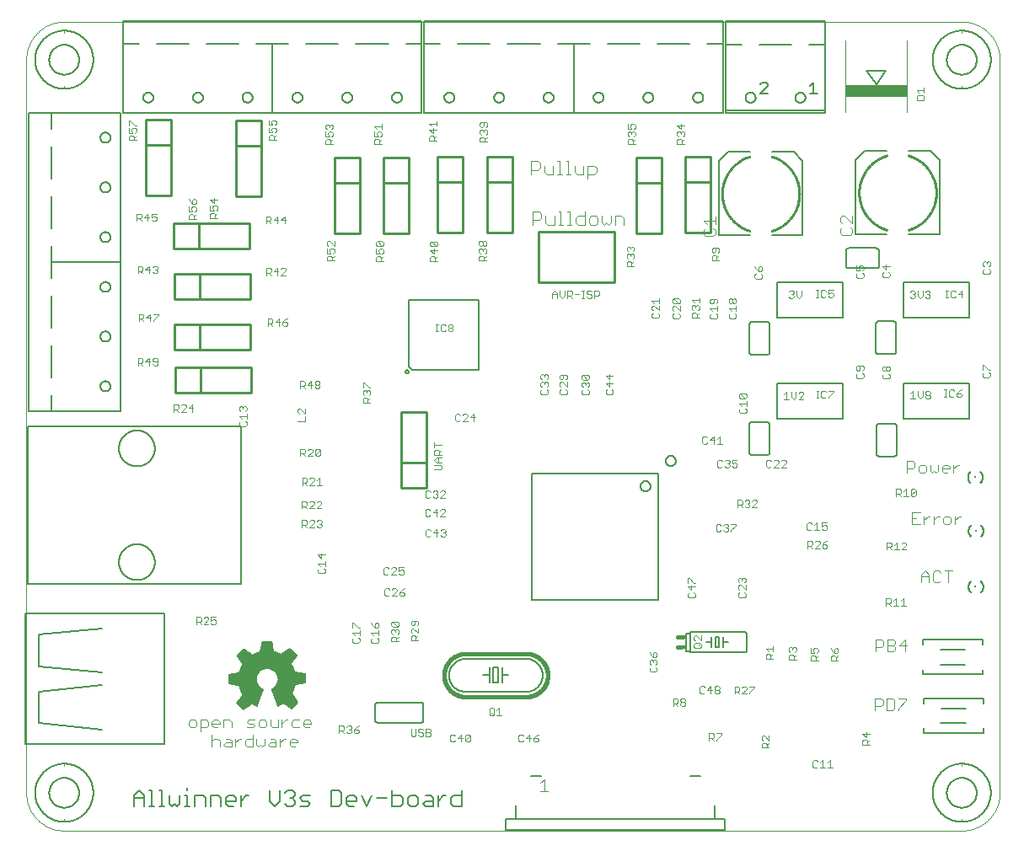
<source format=gto>
G75*
%MOIN*%
%OFA0B0*%
%FSLAX25Y25*%
%IPPOS*%
%LPD*%
%AMOC8*
5,1,8,0,0,1.08239X$1,22.5*
%
%ADD10C,0.00000*%
%ADD11C,0.00300*%
%ADD12C,0.00500*%
%ADD13C,0.00400*%
%ADD14C,0.00800*%
%ADD15R,0.24409X0.04921*%
%ADD16C,0.00040*%
%ADD17R,0.00787X0.00787*%
%ADD18R,0.00984X0.00591*%
%ADD19C,0.00200*%
%ADD20C,0.00600*%
%ADD21C,0.01600*%
%ADD22R,0.02300X0.01600*%
%ADD23C,0.00080*%
%ADD24C,0.01000*%
D10*
X0017225Y0002026D02*
X0372225Y0002026D01*
X0372587Y0002030D01*
X0372950Y0002044D01*
X0373312Y0002065D01*
X0373673Y0002096D01*
X0374033Y0002135D01*
X0374392Y0002183D01*
X0374750Y0002240D01*
X0375107Y0002305D01*
X0375462Y0002379D01*
X0375815Y0002462D01*
X0376166Y0002553D01*
X0376514Y0002652D01*
X0376860Y0002760D01*
X0377204Y0002876D01*
X0377544Y0003001D01*
X0377881Y0003133D01*
X0378215Y0003274D01*
X0378546Y0003423D01*
X0378873Y0003580D01*
X0379196Y0003744D01*
X0379515Y0003916D01*
X0379829Y0004096D01*
X0380140Y0004284D01*
X0380445Y0004479D01*
X0380746Y0004681D01*
X0381042Y0004891D01*
X0381332Y0005107D01*
X0381618Y0005331D01*
X0381898Y0005561D01*
X0382172Y0005798D01*
X0382440Y0006042D01*
X0382703Y0006292D01*
X0382959Y0006548D01*
X0383209Y0006811D01*
X0383453Y0007079D01*
X0383690Y0007353D01*
X0383920Y0007633D01*
X0384144Y0007919D01*
X0384360Y0008209D01*
X0384570Y0008505D01*
X0384772Y0008806D01*
X0384967Y0009111D01*
X0385155Y0009422D01*
X0385335Y0009736D01*
X0385507Y0010055D01*
X0385671Y0010378D01*
X0385828Y0010705D01*
X0385977Y0011036D01*
X0386118Y0011370D01*
X0386250Y0011707D01*
X0386375Y0012047D01*
X0386491Y0012391D01*
X0386599Y0012737D01*
X0386698Y0013085D01*
X0386789Y0013436D01*
X0386872Y0013789D01*
X0386946Y0014144D01*
X0387011Y0014501D01*
X0387068Y0014859D01*
X0387116Y0015218D01*
X0387155Y0015578D01*
X0387186Y0015939D01*
X0387207Y0016301D01*
X0387221Y0016664D01*
X0387225Y0017026D01*
X0387225Y0307026D01*
X0387221Y0307388D01*
X0387207Y0307751D01*
X0387186Y0308113D01*
X0387155Y0308474D01*
X0387116Y0308834D01*
X0387068Y0309193D01*
X0387011Y0309551D01*
X0386946Y0309908D01*
X0386872Y0310263D01*
X0386789Y0310616D01*
X0386698Y0310967D01*
X0386599Y0311315D01*
X0386491Y0311661D01*
X0386375Y0312005D01*
X0386250Y0312345D01*
X0386118Y0312682D01*
X0385977Y0313016D01*
X0385828Y0313347D01*
X0385671Y0313674D01*
X0385507Y0313997D01*
X0385335Y0314316D01*
X0385155Y0314630D01*
X0384967Y0314941D01*
X0384772Y0315246D01*
X0384570Y0315547D01*
X0384360Y0315843D01*
X0384144Y0316133D01*
X0383920Y0316419D01*
X0383690Y0316699D01*
X0383453Y0316973D01*
X0383209Y0317241D01*
X0382959Y0317504D01*
X0382703Y0317760D01*
X0382440Y0318010D01*
X0382172Y0318254D01*
X0381898Y0318491D01*
X0381618Y0318721D01*
X0381332Y0318945D01*
X0381042Y0319161D01*
X0380746Y0319371D01*
X0380445Y0319573D01*
X0380140Y0319768D01*
X0379829Y0319956D01*
X0379515Y0320136D01*
X0379196Y0320308D01*
X0378873Y0320472D01*
X0378546Y0320629D01*
X0378215Y0320778D01*
X0377881Y0320919D01*
X0377544Y0321051D01*
X0377204Y0321176D01*
X0376860Y0321292D01*
X0376514Y0321400D01*
X0376166Y0321499D01*
X0375815Y0321590D01*
X0375462Y0321673D01*
X0375107Y0321747D01*
X0374750Y0321812D01*
X0374392Y0321869D01*
X0374033Y0321917D01*
X0373673Y0321956D01*
X0373312Y0321987D01*
X0372950Y0322008D01*
X0372587Y0322022D01*
X0372225Y0322026D01*
X0017225Y0322026D01*
X0016863Y0322022D01*
X0016500Y0322008D01*
X0016138Y0321987D01*
X0015777Y0321956D01*
X0015417Y0321917D01*
X0015058Y0321869D01*
X0014700Y0321812D01*
X0014343Y0321747D01*
X0013988Y0321673D01*
X0013635Y0321590D01*
X0013284Y0321499D01*
X0012936Y0321400D01*
X0012590Y0321292D01*
X0012246Y0321176D01*
X0011906Y0321051D01*
X0011569Y0320919D01*
X0011235Y0320778D01*
X0010904Y0320629D01*
X0010577Y0320472D01*
X0010254Y0320308D01*
X0009935Y0320136D01*
X0009621Y0319956D01*
X0009310Y0319768D01*
X0009005Y0319573D01*
X0008704Y0319371D01*
X0008408Y0319161D01*
X0008118Y0318945D01*
X0007832Y0318721D01*
X0007552Y0318491D01*
X0007278Y0318254D01*
X0007010Y0318010D01*
X0006747Y0317760D01*
X0006491Y0317504D01*
X0006241Y0317241D01*
X0005997Y0316973D01*
X0005760Y0316699D01*
X0005530Y0316419D01*
X0005306Y0316133D01*
X0005090Y0315843D01*
X0004880Y0315547D01*
X0004678Y0315246D01*
X0004483Y0314941D01*
X0004295Y0314630D01*
X0004115Y0314316D01*
X0003943Y0313997D01*
X0003779Y0313674D01*
X0003622Y0313347D01*
X0003473Y0313016D01*
X0003332Y0312682D01*
X0003200Y0312345D01*
X0003075Y0312005D01*
X0002959Y0311661D01*
X0002851Y0311315D01*
X0002752Y0310967D01*
X0002661Y0310616D01*
X0002578Y0310263D01*
X0002504Y0309908D01*
X0002439Y0309551D01*
X0002382Y0309193D01*
X0002334Y0308834D01*
X0002295Y0308474D01*
X0002264Y0308113D01*
X0002243Y0307751D01*
X0002229Y0307388D01*
X0002225Y0307026D01*
X0002225Y0017026D01*
X0002229Y0016664D01*
X0002243Y0016301D01*
X0002264Y0015939D01*
X0002295Y0015578D01*
X0002334Y0015218D01*
X0002382Y0014859D01*
X0002439Y0014501D01*
X0002504Y0014144D01*
X0002578Y0013789D01*
X0002661Y0013436D01*
X0002752Y0013085D01*
X0002851Y0012737D01*
X0002959Y0012391D01*
X0003075Y0012047D01*
X0003200Y0011707D01*
X0003332Y0011370D01*
X0003473Y0011036D01*
X0003622Y0010705D01*
X0003779Y0010378D01*
X0003943Y0010055D01*
X0004115Y0009736D01*
X0004295Y0009422D01*
X0004483Y0009111D01*
X0004678Y0008806D01*
X0004880Y0008505D01*
X0005090Y0008209D01*
X0005306Y0007919D01*
X0005530Y0007633D01*
X0005760Y0007353D01*
X0005997Y0007079D01*
X0006241Y0006811D01*
X0006491Y0006548D01*
X0006747Y0006292D01*
X0007010Y0006042D01*
X0007278Y0005798D01*
X0007552Y0005561D01*
X0007832Y0005331D01*
X0008118Y0005107D01*
X0008408Y0004891D01*
X0008704Y0004681D01*
X0009005Y0004479D01*
X0009310Y0004284D01*
X0009621Y0004096D01*
X0009935Y0003916D01*
X0010254Y0003744D01*
X0010577Y0003580D01*
X0010904Y0003423D01*
X0011235Y0003274D01*
X0011569Y0003133D01*
X0011906Y0003001D01*
X0012246Y0002876D01*
X0012590Y0002760D01*
X0012936Y0002652D01*
X0013284Y0002553D01*
X0013635Y0002462D01*
X0013988Y0002379D01*
X0014343Y0002305D01*
X0014700Y0002240D01*
X0015058Y0002183D01*
X0015417Y0002135D01*
X0015777Y0002096D01*
X0016138Y0002065D01*
X0016500Y0002044D01*
X0016863Y0002030D01*
X0017225Y0002026D01*
D11*
X0069435Y0083646D02*
X0069435Y0086549D01*
X0070886Y0086549D01*
X0071370Y0086065D01*
X0071370Y0085097D01*
X0070886Y0084614D01*
X0069435Y0084614D01*
X0070402Y0084614D02*
X0071370Y0083646D01*
X0072381Y0083646D02*
X0074316Y0085581D01*
X0074316Y0086065D01*
X0073832Y0086549D01*
X0072865Y0086549D01*
X0072381Y0086065D01*
X0072381Y0083646D02*
X0074316Y0083646D01*
X0075328Y0084130D02*
X0075811Y0083646D01*
X0076779Y0083646D01*
X0077263Y0084130D01*
X0077263Y0085097D01*
X0076779Y0085581D01*
X0076295Y0085581D01*
X0075328Y0085097D01*
X0075328Y0086549D01*
X0077263Y0086549D01*
X0117444Y0104304D02*
X0117928Y0103821D01*
X0119863Y0103821D01*
X0120346Y0104304D01*
X0120346Y0105272D01*
X0119863Y0105756D01*
X0120346Y0106767D02*
X0120346Y0108702D01*
X0120346Y0107735D02*
X0117444Y0107735D01*
X0118411Y0106767D01*
X0117928Y0105756D02*
X0117444Y0105272D01*
X0117444Y0104304D01*
X0118895Y0109714D02*
X0118895Y0111649D01*
X0117444Y0111165D02*
X0118895Y0109714D01*
X0120346Y0111165D02*
X0117444Y0111165D01*
X0117649Y0122010D02*
X0117166Y0122494D01*
X0117649Y0122010D02*
X0118617Y0122010D01*
X0119101Y0122494D01*
X0119101Y0122978D01*
X0118617Y0123461D01*
X0118133Y0123461D01*
X0118617Y0123461D02*
X0119101Y0123945D01*
X0119101Y0124429D01*
X0118617Y0124913D01*
X0117649Y0124913D01*
X0117166Y0124429D01*
X0116154Y0124429D02*
X0115670Y0124913D01*
X0114703Y0124913D01*
X0114219Y0124429D01*
X0113208Y0124429D02*
X0113208Y0123461D01*
X0112724Y0122978D01*
X0111273Y0122978D01*
X0112240Y0122978D02*
X0113208Y0122010D01*
X0114219Y0122010D02*
X0116154Y0123945D01*
X0116154Y0124429D01*
X0116154Y0122010D02*
X0114219Y0122010D01*
X0113208Y0124429D02*
X0112724Y0124913D01*
X0111273Y0124913D01*
X0111273Y0122010D01*
X0111148Y0129467D02*
X0111148Y0132369D01*
X0112599Y0132369D01*
X0113083Y0131885D01*
X0113083Y0130918D01*
X0112599Y0130434D01*
X0111148Y0130434D01*
X0112115Y0130434D02*
X0113083Y0129467D01*
X0114094Y0129467D02*
X0116029Y0131402D01*
X0116029Y0131885D01*
X0115546Y0132369D01*
X0114578Y0132369D01*
X0114094Y0131885D01*
X0114094Y0129467D02*
X0116029Y0129467D01*
X0117041Y0129467D02*
X0118976Y0131402D01*
X0118976Y0131885D01*
X0118492Y0132369D01*
X0117525Y0132369D01*
X0117041Y0131885D01*
X0117041Y0129467D02*
X0118976Y0129467D01*
X0119172Y0138714D02*
X0117237Y0138714D01*
X0118204Y0138714D02*
X0118204Y0141617D01*
X0117237Y0140649D01*
X0116225Y0140649D02*
X0114290Y0138714D01*
X0116225Y0138714D01*
X0116225Y0140649D02*
X0116225Y0141133D01*
X0115741Y0141617D01*
X0114774Y0141617D01*
X0114290Y0141133D01*
X0113279Y0141133D02*
X0113279Y0140166D01*
X0112795Y0139682D01*
X0111344Y0139682D01*
X0112311Y0139682D02*
X0113279Y0138714D01*
X0111344Y0138714D02*
X0111344Y0141617D01*
X0112795Y0141617D01*
X0113279Y0141133D01*
X0113566Y0150189D02*
X0115501Y0152124D01*
X0115501Y0152608D01*
X0115017Y0153092D01*
X0114049Y0153092D01*
X0113566Y0152608D01*
X0112554Y0152608D02*
X0112554Y0151641D01*
X0112070Y0151157D01*
X0110619Y0151157D01*
X0111587Y0151157D02*
X0112554Y0150189D01*
X0113566Y0150189D02*
X0115501Y0150189D01*
X0116512Y0150673D02*
X0118447Y0152608D01*
X0118447Y0150673D01*
X0117963Y0150189D01*
X0116996Y0150189D01*
X0116512Y0150673D01*
X0116512Y0152608D01*
X0116996Y0153092D01*
X0117963Y0153092D01*
X0118447Y0152608D01*
X0112554Y0152608D02*
X0112070Y0153092D01*
X0110619Y0153092D01*
X0110619Y0150189D01*
X0109568Y0164095D02*
X0112471Y0164095D01*
X0112471Y0166030D01*
X0112471Y0167041D02*
X0110536Y0168976D01*
X0110052Y0168976D01*
X0109568Y0168493D01*
X0109568Y0167525D01*
X0110052Y0167041D01*
X0112471Y0167041D02*
X0112471Y0168976D01*
X0112393Y0176995D02*
X0111425Y0177962D01*
X0111909Y0177962D02*
X0110458Y0177962D01*
X0110458Y0176995D02*
X0110458Y0179897D01*
X0111909Y0179897D01*
X0112393Y0179414D01*
X0112393Y0178446D01*
X0111909Y0177962D01*
X0113404Y0178446D02*
X0115339Y0178446D01*
X0116351Y0177962D02*
X0116835Y0178446D01*
X0117802Y0178446D01*
X0118286Y0177962D01*
X0118286Y0177479D01*
X0117802Y0176995D01*
X0116835Y0176995D01*
X0116351Y0177479D01*
X0116351Y0177962D01*
X0116835Y0178446D02*
X0116351Y0178930D01*
X0116351Y0179414D01*
X0116835Y0179897D01*
X0117802Y0179897D01*
X0118286Y0179414D01*
X0118286Y0178930D01*
X0117802Y0178446D01*
X0114856Y0176995D02*
X0114856Y0179897D01*
X0113404Y0178446D01*
X0135372Y0179183D02*
X0135372Y0177248D01*
X0135856Y0176236D02*
X0136340Y0176236D01*
X0136824Y0175753D01*
X0137307Y0176236D01*
X0137791Y0176236D01*
X0138275Y0175753D01*
X0138275Y0174785D01*
X0137791Y0174301D01*
X0138275Y0173290D02*
X0137307Y0172322D01*
X0137307Y0172806D02*
X0137307Y0171355D01*
X0138275Y0171355D02*
X0135372Y0171355D01*
X0135372Y0172806D01*
X0135856Y0173290D01*
X0136824Y0173290D01*
X0137307Y0172806D01*
X0135856Y0174301D02*
X0135372Y0174785D01*
X0135372Y0175753D01*
X0135856Y0176236D01*
X0136824Y0175753D02*
X0136824Y0175269D01*
X0137791Y0177248D02*
X0138275Y0177248D01*
X0137791Y0177248D02*
X0135856Y0179183D01*
X0135372Y0179183D01*
X0105547Y0202277D02*
X0105547Y0202761D01*
X0105064Y0203245D01*
X0103612Y0203245D01*
X0103612Y0202277D01*
X0104096Y0201794D01*
X0105064Y0201794D01*
X0105547Y0202277D01*
X0104580Y0204212D02*
X0103612Y0203245D01*
X0102601Y0203245D02*
X0100666Y0203245D01*
X0102117Y0204696D01*
X0102117Y0201794D01*
X0099654Y0201794D02*
X0098687Y0202761D01*
X0099170Y0202761D02*
X0097719Y0202761D01*
X0097719Y0201794D02*
X0097719Y0204696D01*
X0099170Y0204696D01*
X0099654Y0204212D01*
X0099654Y0203245D01*
X0099170Y0202761D01*
X0104580Y0204212D02*
X0105547Y0204696D01*
X0104913Y0221785D02*
X0102978Y0221785D01*
X0104913Y0223720D01*
X0104913Y0224204D01*
X0104429Y0224688D01*
X0103462Y0224688D01*
X0102978Y0224204D01*
X0101966Y0223237D02*
X0100031Y0223237D01*
X0101483Y0224688D01*
X0101483Y0221785D01*
X0099020Y0221785D02*
X0098052Y0222753D01*
X0098536Y0222753D02*
X0097085Y0222753D01*
X0097085Y0221785D02*
X0097085Y0224688D01*
X0098536Y0224688D01*
X0099020Y0224204D01*
X0099020Y0223237D01*
X0098536Y0222753D01*
X0098986Y0242217D02*
X0098019Y0243184D01*
X0098503Y0243184D02*
X0097051Y0243184D01*
X0097051Y0242217D02*
X0097051Y0245119D01*
X0098503Y0245119D01*
X0098986Y0244635D01*
X0098986Y0243668D01*
X0098503Y0243184D01*
X0099998Y0243668D02*
X0101933Y0243668D01*
X0102945Y0243668D02*
X0104879Y0243668D01*
X0104396Y0245119D02*
X0102945Y0243668D01*
X0104396Y0242217D02*
X0104396Y0245119D01*
X0101449Y0245119D02*
X0099998Y0243668D01*
X0101449Y0242217D02*
X0101449Y0245119D01*
X0121116Y0234849D02*
X0121116Y0233881D01*
X0121600Y0233397D01*
X0121116Y0232386D02*
X0121116Y0230451D01*
X0122567Y0230451D01*
X0122084Y0231418D01*
X0122084Y0231902D01*
X0122567Y0232386D01*
X0123535Y0232386D01*
X0124019Y0231902D01*
X0124019Y0230934D01*
X0123535Y0230451D01*
X0124019Y0229439D02*
X0123051Y0228472D01*
X0123051Y0228955D02*
X0123051Y0227504D01*
X0124019Y0227504D02*
X0121116Y0227504D01*
X0121116Y0228955D01*
X0121600Y0229439D01*
X0122567Y0229439D01*
X0123051Y0228955D01*
X0124019Y0233397D02*
X0122084Y0235332D01*
X0121600Y0235332D01*
X0121116Y0234849D01*
X0124019Y0235332D02*
X0124019Y0233397D01*
X0140573Y0233708D02*
X0140573Y0234675D01*
X0141057Y0235159D01*
X0142992Y0233224D01*
X0143476Y0233708D01*
X0143476Y0234675D01*
X0142992Y0235159D01*
X0141057Y0235159D01*
X0140573Y0233708D02*
X0141057Y0233224D01*
X0142992Y0233224D01*
X0142992Y0232213D02*
X0143476Y0231729D01*
X0143476Y0230761D01*
X0142992Y0230278D01*
X0142024Y0230278D02*
X0141541Y0231245D01*
X0141541Y0231729D01*
X0142024Y0232213D01*
X0142992Y0232213D01*
X0142024Y0230278D02*
X0140573Y0230278D01*
X0140573Y0232213D01*
X0141057Y0229266D02*
X0142024Y0229266D01*
X0142508Y0228782D01*
X0142508Y0227331D01*
X0142508Y0228299D02*
X0143476Y0229266D01*
X0143476Y0227331D02*
X0140573Y0227331D01*
X0140573Y0228782D01*
X0141057Y0229266D01*
X0161927Y0228730D02*
X0162411Y0229214D01*
X0163378Y0229214D01*
X0163862Y0228730D01*
X0163862Y0227279D01*
X0163862Y0228246D02*
X0164830Y0229214D01*
X0163378Y0230225D02*
X0161927Y0231676D01*
X0164830Y0231676D01*
X0163378Y0232160D02*
X0163378Y0230225D01*
X0161927Y0228730D02*
X0161927Y0227279D01*
X0164830Y0227279D01*
X0164346Y0233172D02*
X0162411Y0235107D01*
X0164346Y0235107D01*
X0164830Y0234623D01*
X0164830Y0233655D01*
X0164346Y0233172D01*
X0162411Y0233172D01*
X0161927Y0233655D01*
X0161927Y0234623D01*
X0162411Y0235107D01*
X0181280Y0234850D02*
X0181764Y0235333D01*
X0182248Y0235333D01*
X0182732Y0234850D01*
X0182732Y0233882D01*
X0182248Y0233398D01*
X0181764Y0233398D01*
X0181280Y0233882D01*
X0181280Y0234850D01*
X0182732Y0234850D02*
X0183215Y0235333D01*
X0183699Y0235333D01*
X0184183Y0234850D01*
X0184183Y0233882D01*
X0183699Y0233398D01*
X0183215Y0233398D01*
X0182732Y0233882D01*
X0183215Y0232387D02*
X0182732Y0231903D01*
X0182732Y0231419D01*
X0182732Y0231903D02*
X0182248Y0232387D01*
X0181764Y0232387D01*
X0181280Y0231903D01*
X0181280Y0230936D01*
X0181764Y0230452D01*
X0181764Y0229440D02*
X0182732Y0229440D01*
X0183215Y0228957D01*
X0183215Y0227505D01*
X0183215Y0228473D02*
X0184183Y0229440D01*
X0183699Y0230452D02*
X0184183Y0230936D01*
X0184183Y0231903D01*
X0183699Y0232387D01*
X0183215Y0232387D01*
X0181764Y0229440D02*
X0181280Y0228957D01*
X0181280Y0227505D01*
X0184183Y0227505D01*
X0210202Y0214712D02*
X0210202Y0212777D01*
X0210202Y0214229D02*
X0212137Y0214229D01*
X0212137Y0214712D02*
X0212137Y0212777D01*
X0213149Y0213745D02*
X0214116Y0212777D01*
X0215084Y0213745D01*
X0215084Y0215680D01*
X0216095Y0215680D02*
X0217547Y0215680D01*
X0218030Y0215196D01*
X0218030Y0214229D01*
X0217547Y0213745D01*
X0216095Y0213745D01*
X0216095Y0212777D02*
X0216095Y0215680D01*
X0217063Y0213745D02*
X0218030Y0212777D01*
X0219042Y0214229D02*
X0220977Y0214229D01*
X0221988Y0215680D02*
X0222956Y0215680D01*
X0222472Y0215680D02*
X0222472Y0212777D01*
X0221988Y0212777D02*
X0222956Y0212777D01*
X0223953Y0213261D02*
X0224437Y0212777D01*
X0225404Y0212777D01*
X0225888Y0213261D01*
X0225888Y0213745D01*
X0225404Y0214229D01*
X0224437Y0214229D01*
X0223953Y0214712D01*
X0223953Y0215196D01*
X0224437Y0215680D01*
X0225404Y0215680D01*
X0225888Y0215196D01*
X0226899Y0215680D02*
X0228351Y0215680D01*
X0228834Y0215196D01*
X0228834Y0214229D01*
X0228351Y0213745D01*
X0226899Y0213745D01*
X0226899Y0212777D02*
X0226899Y0215680D01*
X0239711Y0225300D02*
X0239711Y0226751D01*
X0240195Y0227235D01*
X0241162Y0227235D01*
X0241646Y0226751D01*
X0241646Y0225300D01*
X0241646Y0226267D02*
X0242614Y0227235D01*
X0242130Y0228247D02*
X0242614Y0228730D01*
X0242614Y0229698D01*
X0242130Y0230181D01*
X0241646Y0230181D01*
X0241162Y0229698D01*
X0241162Y0229214D01*
X0241162Y0229698D02*
X0240679Y0230181D01*
X0240195Y0230181D01*
X0239711Y0229698D01*
X0239711Y0228730D01*
X0240195Y0228247D01*
X0240195Y0231193D02*
X0239711Y0231677D01*
X0239711Y0232644D01*
X0240195Y0233128D01*
X0240679Y0233128D01*
X0241162Y0232644D01*
X0241646Y0233128D01*
X0242130Y0233128D01*
X0242614Y0232644D01*
X0242614Y0231677D01*
X0242130Y0231193D01*
X0241162Y0232161D02*
X0241162Y0232644D01*
X0239711Y0225300D02*
X0242614Y0225300D01*
X0249638Y0211717D02*
X0252541Y0211717D01*
X0252541Y0212684D02*
X0252541Y0210749D01*
X0252541Y0209738D02*
X0252541Y0207803D01*
X0250606Y0209738D01*
X0250122Y0209738D01*
X0249638Y0209254D01*
X0249638Y0208286D01*
X0250122Y0207803D01*
X0250122Y0206791D02*
X0249638Y0206307D01*
X0249638Y0205340D01*
X0250122Y0204856D01*
X0252057Y0204856D01*
X0252541Y0205340D01*
X0252541Y0206307D01*
X0252057Y0206791D01*
X0250606Y0210749D02*
X0249638Y0211717D01*
X0257820Y0212008D02*
X0258304Y0212491D01*
X0260239Y0210556D01*
X0260723Y0211040D01*
X0260723Y0212008D01*
X0260239Y0212491D01*
X0258304Y0212491D01*
X0257820Y0212008D02*
X0257820Y0211040D01*
X0258304Y0210556D01*
X0260239Y0210556D01*
X0260723Y0209545D02*
X0260723Y0207610D01*
X0258788Y0209545D01*
X0258304Y0209545D01*
X0257820Y0209061D01*
X0257820Y0208094D01*
X0258304Y0207610D01*
X0258304Y0206598D02*
X0257820Y0206115D01*
X0257820Y0205147D01*
X0258304Y0204663D01*
X0260239Y0204663D01*
X0260723Y0205147D01*
X0260723Y0206115D01*
X0260239Y0206598D01*
X0265497Y0206419D02*
X0265981Y0206903D01*
X0266948Y0206903D01*
X0267432Y0206419D01*
X0267432Y0204968D01*
X0267432Y0205935D02*
X0268400Y0206903D01*
X0267916Y0207914D02*
X0268400Y0208398D01*
X0268400Y0209365D01*
X0267916Y0209849D01*
X0267432Y0209849D01*
X0266948Y0209365D01*
X0266948Y0208882D01*
X0266948Y0209365D02*
X0266465Y0209849D01*
X0265981Y0209849D01*
X0265497Y0209365D01*
X0265497Y0208398D01*
X0265981Y0207914D01*
X0265497Y0206419D02*
X0265497Y0204968D01*
X0268400Y0204968D01*
X0272615Y0205110D02*
X0273099Y0204626D01*
X0275034Y0204626D01*
X0275518Y0205110D01*
X0275518Y0206078D01*
X0275034Y0206561D01*
X0275518Y0207573D02*
X0275518Y0209508D01*
X0275518Y0208540D02*
X0272615Y0208540D01*
X0273583Y0207573D01*
X0273099Y0206561D02*
X0272615Y0206078D01*
X0272615Y0205110D01*
X0273099Y0210519D02*
X0273583Y0210519D01*
X0274066Y0211003D01*
X0274066Y0212454D01*
X0273099Y0212454D02*
X0272615Y0211971D01*
X0272615Y0211003D01*
X0273099Y0210519D01*
X0275034Y0210519D02*
X0275518Y0211003D01*
X0275518Y0211971D01*
X0275034Y0212454D01*
X0273099Y0212454D01*
X0268400Y0212796D02*
X0268400Y0210861D01*
X0268400Y0211828D02*
X0265497Y0211828D01*
X0266465Y0210861D01*
X0280090Y0211130D02*
X0280090Y0212098D01*
X0280574Y0212581D01*
X0281057Y0212581D01*
X0281541Y0212098D01*
X0281541Y0211130D01*
X0281057Y0210646D01*
X0280574Y0210646D01*
X0280090Y0211130D01*
X0281541Y0211130D02*
X0282025Y0210646D01*
X0282509Y0210646D01*
X0282992Y0211130D01*
X0282992Y0212098D01*
X0282509Y0212581D01*
X0282025Y0212581D01*
X0281541Y0212098D01*
X0282992Y0209635D02*
X0282992Y0207700D01*
X0282992Y0208667D02*
X0280090Y0208667D01*
X0281057Y0207700D01*
X0280574Y0206688D02*
X0280090Y0206204D01*
X0280090Y0205237D01*
X0280574Y0204753D01*
X0282509Y0204753D01*
X0282992Y0205237D01*
X0282992Y0206204D01*
X0282509Y0206688D01*
X0290805Y0220440D02*
X0292740Y0220440D01*
X0293224Y0220923D01*
X0293224Y0221891D01*
X0292740Y0222375D01*
X0292740Y0223386D02*
X0293224Y0223870D01*
X0293224Y0224837D01*
X0292740Y0225321D01*
X0292257Y0225321D01*
X0291773Y0224837D01*
X0291773Y0223386D01*
X0292740Y0223386D01*
X0291773Y0223386D02*
X0290805Y0224354D01*
X0290322Y0225321D01*
X0290805Y0222375D02*
X0290322Y0221891D01*
X0290322Y0220923D01*
X0290805Y0220440D01*
X0276242Y0227710D02*
X0273340Y0227710D01*
X0273340Y0229161D01*
X0273824Y0229645D01*
X0274791Y0229645D01*
X0275275Y0229161D01*
X0275275Y0227710D01*
X0275275Y0228677D02*
X0276242Y0229645D01*
X0275759Y0230656D02*
X0276242Y0231140D01*
X0276242Y0232108D01*
X0275759Y0232591D01*
X0273824Y0232591D01*
X0273340Y0232108D01*
X0273340Y0231140D01*
X0273824Y0230656D01*
X0274307Y0230656D01*
X0274791Y0231140D01*
X0274791Y0232591D01*
X0303795Y0215187D02*
X0304279Y0215671D01*
X0305247Y0215671D01*
X0305730Y0215187D01*
X0305730Y0214703D01*
X0305247Y0214219D01*
X0305730Y0213736D01*
X0305730Y0213252D01*
X0305247Y0212768D01*
X0304279Y0212768D01*
X0303795Y0213252D01*
X0304763Y0214219D02*
X0305247Y0214219D01*
X0306742Y0213736D02*
X0307709Y0212768D01*
X0308677Y0213736D01*
X0308677Y0215671D01*
X0306742Y0215671D02*
X0306742Y0213736D01*
X0314528Y0213004D02*
X0315495Y0213004D01*
X0315011Y0213004D02*
X0315011Y0215906D01*
X0314528Y0215906D02*
X0315495Y0215906D01*
X0316492Y0215423D02*
X0316492Y0213488D01*
X0316976Y0213004D01*
X0317943Y0213004D01*
X0318427Y0213488D01*
X0319438Y0213488D02*
X0319922Y0213004D01*
X0320890Y0213004D01*
X0321373Y0213488D01*
X0321373Y0214455D01*
X0320890Y0214939D01*
X0320406Y0214939D01*
X0319438Y0214455D01*
X0319438Y0215906D01*
X0321373Y0215906D01*
X0318427Y0215423D02*
X0317943Y0215906D01*
X0316976Y0215906D01*
X0316492Y0215423D01*
X0330511Y0221201D02*
X0330995Y0220717D01*
X0332930Y0220717D01*
X0333414Y0221201D01*
X0333414Y0222169D01*
X0332930Y0222652D01*
X0332930Y0223664D02*
X0333414Y0224148D01*
X0333414Y0225115D01*
X0332930Y0225599D01*
X0331962Y0225599D01*
X0331479Y0225115D01*
X0331479Y0224631D01*
X0331962Y0223664D01*
X0330511Y0223664D01*
X0330511Y0225599D01*
X0330995Y0222652D02*
X0330511Y0222169D01*
X0330511Y0221201D01*
X0340799Y0221489D02*
X0341283Y0221006D01*
X0343218Y0221006D01*
X0343702Y0221489D01*
X0343702Y0222457D01*
X0343218Y0222941D01*
X0342250Y0223952D02*
X0340799Y0225403D01*
X0343702Y0225403D01*
X0342250Y0225887D02*
X0342250Y0223952D01*
X0341283Y0222941D02*
X0340799Y0222457D01*
X0340799Y0221489D01*
X0351792Y0215101D02*
X0352276Y0215585D01*
X0353244Y0215585D01*
X0353727Y0215101D01*
X0353727Y0214618D01*
X0353244Y0214134D01*
X0353727Y0213650D01*
X0353727Y0213166D01*
X0353244Y0212683D01*
X0352276Y0212683D01*
X0351792Y0213166D01*
X0352760Y0214134D02*
X0353244Y0214134D01*
X0354739Y0213650D02*
X0355706Y0212683D01*
X0356674Y0213650D01*
X0356674Y0215585D01*
X0357686Y0215101D02*
X0358169Y0215585D01*
X0359137Y0215585D01*
X0359621Y0215101D01*
X0359621Y0214618D01*
X0359137Y0214134D01*
X0359621Y0213650D01*
X0359621Y0213166D01*
X0359137Y0212683D01*
X0358169Y0212683D01*
X0357686Y0213166D01*
X0358653Y0214134D02*
X0359137Y0214134D01*
X0354739Y0213650D02*
X0354739Y0215585D01*
X0365810Y0215719D02*
X0366778Y0215719D01*
X0366294Y0215719D02*
X0366294Y0212817D01*
X0365810Y0212817D02*
X0366778Y0212817D01*
X0367775Y0213300D02*
X0368259Y0212817D01*
X0369226Y0212817D01*
X0369710Y0213300D01*
X0370721Y0214268D02*
X0372656Y0214268D01*
X0372173Y0215719D02*
X0370721Y0214268D01*
X0369710Y0215235D02*
X0369226Y0215719D01*
X0368259Y0215719D01*
X0367775Y0215235D01*
X0367775Y0213300D01*
X0372173Y0212817D02*
X0372173Y0215719D01*
X0380569Y0222787D02*
X0381053Y0222303D01*
X0382988Y0222303D01*
X0383472Y0222787D01*
X0383472Y0223755D01*
X0382988Y0224238D01*
X0382988Y0225250D02*
X0383472Y0225734D01*
X0383472Y0226701D01*
X0382988Y0227185D01*
X0382504Y0227185D01*
X0382020Y0226701D01*
X0382020Y0226217D01*
X0382020Y0226701D02*
X0381537Y0227185D01*
X0381053Y0227185D01*
X0380569Y0226701D01*
X0380569Y0225734D01*
X0381053Y0225250D01*
X0381053Y0224238D02*
X0380569Y0223755D01*
X0380569Y0222787D01*
X0380439Y0186247D02*
X0380923Y0186247D01*
X0382858Y0184312D01*
X0383342Y0184312D01*
X0382858Y0183301D02*
X0383342Y0182817D01*
X0383342Y0181849D01*
X0382858Y0181366D01*
X0380923Y0181366D01*
X0380439Y0181849D01*
X0380439Y0182817D01*
X0380923Y0183301D01*
X0380439Y0184312D02*
X0380439Y0186247D01*
X0372150Y0176485D02*
X0371182Y0176001D01*
X0370215Y0175034D01*
X0371666Y0175034D01*
X0372150Y0174550D01*
X0372150Y0174066D01*
X0371666Y0173583D01*
X0370698Y0173583D01*
X0370215Y0174066D01*
X0370215Y0175034D01*
X0369203Y0176001D02*
X0368719Y0176485D01*
X0367752Y0176485D01*
X0367268Y0176001D01*
X0367268Y0174066D01*
X0367752Y0173583D01*
X0368719Y0173583D01*
X0369203Y0174066D01*
X0366271Y0173583D02*
X0365304Y0173583D01*
X0365787Y0173583D02*
X0365787Y0176485D01*
X0365304Y0176485D02*
X0366271Y0176485D01*
X0359688Y0175392D02*
X0359688Y0174908D01*
X0359205Y0174424D01*
X0358237Y0174424D01*
X0357753Y0174908D01*
X0357753Y0175392D01*
X0358237Y0175876D01*
X0359205Y0175876D01*
X0359688Y0175392D01*
X0359205Y0174424D02*
X0359688Y0173941D01*
X0359688Y0173457D01*
X0359205Y0172973D01*
X0358237Y0172973D01*
X0357753Y0173457D01*
X0357753Y0173941D01*
X0358237Y0174424D01*
X0356742Y0173941D02*
X0356742Y0175876D01*
X0354807Y0175876D02*
X0354807Y0173941D01*
X0355774Y0172973D01*
X0356742Y0173941D01*
X0353795Y0172973D02*
X0351860Y0172973D01*
X0352828Y0172973D02*
X0352828Y0175876D01*
X0351860Y0174908D01*
X0343720Y0181345D02*
X0343720Y0182313D01*
X0343236Y0182796D01*
X0343236Y0183808D02*
X0342752Y0183808D01*
X0342268Y0184292D01*
X0342268Y0185259D01*
X0342752Y0185743D01*
X0343236Y0185743D01*
X0343720Y0185259D01*
X0343720Y0184292D01*
X0343236Y0183808D01*
X0342268Y0184292D02*
X0341785Y0183808D01*
X0341301Y0183808D01*
X0340817Y0184292D01*
X0340817Y0185259D01*
X0341301Y0185743D01*
X0341785Y0185743D01*
X0342268Y0185259D01*
X0341301Y0182796D02*
X0340817Y0182313D01*
X0340817Y0181345D01*
X0341301Y0180862D01*
X0343236Y0180862D01*
X0343720Y0181345D01*
X0333414Y0181561D02*
X0332930Y0181078D01*
X0330995Y0181078D01*
X0330511Y0181561D01*
X0330511Y0182529D01*
X0330995Y0183013D01*
X0330995Y0184024D02*
X0331479Y0184024D01*
X0331962Y0184508D01*
X0331962Y0185959D01*
X0330995Y0185959D02*
X0330511Y0185475D01*
X0330511Y0184508D01*
X0330995Y0184024D01*
X0332930Y0184024D02*
X0333414Y0184508D01*
X0333414Y0185475D01*
X0332930Y0185959D01*
X0330995Y0185959D01*
X0332930Y0183013D02*
X0333414Y0182529D01*
X0333414Y0181561D01*
X0321525Y0176078D02*
X0321525Y0175595D01*
X0319590Y0173660D01*
X0319590Y0173176D01*
X0318578Y0173660D02*
X0318095Y0173176D01*
X0317127Y0173176D01*
X0316644Y0173660D01*
X0316644Y0175595D01*
X0317127Y0176078D01*
X0318095Y0176078D01*
X0318578Y0175595D01*
X0319590Y0176078D02*
X0321525Y0176078D01*
X0315647Y0176078D02*
X0314679Y0176078D01*
X0315163Y0176078D02*
X0315163Y0173176D01*
X0314679Y0173176D02*
X0315647Y0173176D01*
X0309605Y0172685D02*
X0307670Y0172685D01*
X0309605Y0174620D01*
X0309605Y0175104D01*
X0309121Y0175588D01*
X0308153Y0175588D01*
X0307670Y0175104D01*
X0306658Y0175588D02*
X0306658Y0173653D01*
X0305691Y0172685D01*
X0304723Y0173653D01*
X0304723Y0175588D01*
X0302744Y0175588D02*
X0302744Y0172685D01*
X0301777Y0172685D02*
X0303712Y0172685D01*
X0301777Y0174620D02*
X0302744Y0175588D01*
X0287075Y0174520D02*
X0287075Y0173552D01*
X0286591Y0173069D01*
X0284656Y0175004D01*
X0286591Y0175004D01*
X0287075Y0174520D01*
X0286591Y0173069D02*
X0284656Y0173069D01*
X0284173Y0173552D01*
X0284173Y0174520D01*
X0284656Y0175004D01*
X0287075Y0172057D02*
X0287075Y0170122D01*
X0287075Y0171090D02*
X0284173Y0171090D01*
X0285140Y0170122D01*
X0284656Y0169111D02*
X0284173Y0168627D01*
X0284173Y0167659D01*
X0284656Y0167176D01*
X0286591Y0167176D01*
X0287075Y0167659D01*
X0287075Y0168627D01*
X0286591Y0169111D01*
X0276466Y0157957D02*
X0275499Y0156990D01*
X0274487Y0156506D02*
X0272552Y0156506D01*
X0274004Y0157957D01*
X0274004Y0155055D01*
X0275499Y0155055D02*
X0277434Y0155055D01*
X0276466Y0155055D02*
X0276466Y0157957D01*
X0271541Y0157473D02*
X0271057Y0157957D01*
X0270090Y0157957D01*
X0269606Y0157473D01*
X0269606Y0155538D01*
X0270090Y0155055D01*
X0271057Y0155055D01*
X0271541Y0155538D01*
X0275964Y0148626D02*
X0275481Y0148142D01*
X0275481Y0146207D01*
X0275964Y0145724D01*
X0276932Y0145724D01*
X0277416Y0146207D01*
X0278427Y0146207D02*
X0278911Y0145724D01*
X0279878Y0145724D01*
X0280362Y0146207D01*
X0280362Y0146691D01*
X0279878Y0147175D01*
X0279395Y0147175D01*
X0279878Y0147175D02*
X0280362Y0147659D01*
X0280362Y0148142D01*
X0279878Y0148626D01*
X0278911Y0148626D01*
X0278427Y0148142D01*
X0277416Y0148142D02*
X0276932Y0148626D01*
X0275964Y0148626D01*
X0281374Y0148626D02*
X0281374Y0147175D01*
X0282341Y0147659D01*
X0282825Y0147659D01*
X0283309Y0147175D01*
X0283309Y0146207D01*
X0282825Y0145724D01*
X0281857Y0145724D01*
X0281374Y0146207D01*
X0281374Y0148626D02*
X0283309Y0148626D01*
X0294869Y0148134D02*
X0294869Y0146199D01*
X0295353Y0145716D01*
X0296320Y0145716D01*
X0296804Y0146199D01*
X0297815Y0145716D02*
X0299750Y0147651D01*
X0299750Y0148134D01*
X0299267Y0148618D01*
X0298299Y0148618D01*
X0297815Y0148134D01*
X0296804Y0148134D02*
X0296320Y0148618D01*
X0295353Y0148618D01*
X0294869Y0148134D01*
X0297815Y0145716D02*
X0299750Y0145716D01*
X0300762Y0145716D02*
X0302697Y0147651D01*
X0302697Y0148134D01*
X0302213Y0148618D01*
X0301246Y0148618D01*
X0300762Y0148134D01*
X0300762Y0145716D02*
X0302697Y0145716D01*
X0290761Y0132870D02*
X0289793Y0132870D01*
X0289309Y0132387D01*
X0288298Y0132387D02*
X0288298Y0131903D01*
X0287814Y0131419D01*
X0288298Y0130935D01*
X0288298Y0130452D01*
X0287814Y0129968D01*
X0286847Y0129968D01*
X0286363Y0130452D01*
X0285351Y0129968D02*
X0284384Y0130935D01*
X0284867Y0130935D02*
X0283416Y0130935D01*
X0283416Y0129968D02*
X0283416Y0132870D01*
X0284867Y0132870D01*
X0285351Y0132387D01*
X0285351Y0131419D01*
X0284867Y0130935D01*
X0286363Y0132387D02*
X0286847Y0132870D01*
X0287814Y0132870D01*
X0288298Y0132387D01*
X0287814Y0131419D02*
X0287330Y0131419D01*
X0289309Y0129968D02*
X0291244Y0131903D01*
X0291244Y0132387D01*
X0290761Y0132870D01*
X0291244Y0129968D02*
X0289309Y0129968D01*
X0282859Y0123265D02*
X0282859Y0122782D01*
X0280924Y0120847D01*
X0280924Y0120363D01*
X0279913Y0120847D02*
X0279429Y0120363D01*
X0278461Y0120363D01*
X0277978Y0120847D01*
X0276966Y0120847D02*
X0276482Y0120363D01*
X0275515Y0120363D01*
X0275031Y0120847D01*
X0275031Y0122782D01*
X0275515Y0123265D01*
X0276482Y0123265D01*
X0276966Y0122782D01*
X0277978Y0122782D02*
X0278461Y0123265D01*
X0279429Y0123265D01*
X0279913Y0122782D01*
X0279913Y0122298D01*
X0279429Y0121814D01*
X0279913Y0121330D01*
X0279913Y0120847D01*
X0279429Y0121814D02*
X0278945Y0121814D01*
X0280924Y0123265D02*
X0282859Y0123265D01*
X0284308Y0102081D02*
X0283824Y0101597D01*
X0283824Y0100630D01*
X0284308Y0100146D01*
X0284308Y0099135D02*
X0283824Y0098651D01*
X0283824Y0097683D01*
X0284308Y0097200D01*
X0284308Y0096188D02*
X0283824Y0095704D01*
X0283824Y0094737D01*
X0284308Y0094253D01*
X0286243Y0094253D01*
X0286727Y0094737D01*
X0286727Y0095704D01*
X0286243Y0096188D01*
X0286727Y0097200D02*
X0284792Y0099135D01*
X0284308Y0099135D01*
X0286243Y0100146D02*
X0286727Y0100630D01*
X0286727Y0101597D01*
X0286243Y0102081D01*
X0285759Y0102081D01*
X0285275Y0101597D01*
X0285275Y0101114D01*
X0285275Y0101597D02*
X0284792Y0102081D01*
X0284308Y0102081D01*
X0286727Y0099135D02*
X0286727Y0097200D01*
X0266761Y0098610D02*
X0263859Y0098610D01*
X0265310Y0097159D01*
X0265310Y0099094D01*
X0266278Y0100105D02*
X0266761Y0100105D01*
X0266278Y0100105D02*
X0264343Y0102040D01*
X0263859Y0102040D01*
X0263859Y0100105D01*
X0264343Y0096147D02*
X0263859Y0095663D01*
X0263859Y0094696D01*
X0264343Y0094212D01*
X0266278Y0094212D01*
X0266761Y0094696D01*
X0266761Y0095663D01*
X0266278Y0096147D01*
X0266693Y0079144D02*
X0266210Y0078661D01*
X0266210Y0077693D01*
X0266693Y0077209D01*
X0266693Y0076198D02*
X0268628Y0076198D01*
X0269112Y0075714D01*
X0269112Y0074747D01*
X0268628Y0074263D01*
X0266693Y0074263D01*
X0266210Y0074747D01*
X0266210Y0075714D01*
X0266693Y0076198D01*
X0268145Y0075230D02*
X0269112Y0076198D01*
X0269112Y0077209D02*
X0267177Y0079144D01*
X0266693Y0079144D01*
X0269112Y0079144D02*
X0269112Y0077209D01*
X0269031Y0059160D02*
X0268547Y0058677D01*
X0268547Y0056742D01*
X0269031Y0056258D01*
X0269998Y0056258D01*
X0270482Y0056742D01*
X0271494Y0057709D02*
X0273429Y0057709D01*
X0274440Y0057226D02*
X0274924Y0057709D01*
X0275891Y0057709D01*
X0276375Y0057226D01*
X0276375Y0056742D01*
X0275891Y0056258D01*
X0274924Y0056258D01*
X0274440Y0056742D01*
X0274440Y0057226D01*
X0274924Y0057709D02*
X0274440Y0058193D01*
X0274440Y0058677D01*
X0274924Y0059160D01*
X0275891Y0059160D01*
X0276375Y0058677D01*
X0276375Y0058193D01*
X0275891Y0057709D01*
X0272945Y0056258D02*
X0272945Y0059160D01*
X0271494Y0057709D01*
X0270482Y0058677D02*
X0269998Y0059160D01*
X0269031Y0059160D01*
X0262891Y0053817D02*
X0262891Y0053334D01*
X0262407Y0052850D01*
X0261439Y0052850D01*
X0260956Y0053334D01*
X0260956Y0053817D01*
X0261439Y0054301D01*
X0262407Y0054301D01*
X0262891Y0053817D01*
X0262407Y0052850D02*
X0262891Y0052366D01*
X0262891Y0051882D01*
X0262407Y0051399D01*
X0261439Y0051399D01*
X0260956Y0051882D01*
X0260956Y0052366D01*
X0261439Y0052850D01*
X0259944Y0052850D02*
X0259460Y0052366D01*
X0258009Y0052366D01*
X0258009Y0051399D02*
X0258009Y0054301D01*
X0259460Y0054301D01*
X0259944Y0053817D01*
X0259944Y0052850D01*
X0258977Y0052366D02*
X0259944Y0051399D01*
X0272253Y0040489D02*
X0272253Y0037586D01*
X0272253Y0038554D02*
X0273704Y0038554D01*
X0274188Y0039038D01*
X0274188Y0040005D01*
X0273704Y0040489D01*
X0272253Y0040489D01*
X0273221Y0038554D02*
X0274188Y0037586D01*
X0275200Y0037586D02*
X0275200Y0038070D01*
X0277135Y0040005D01*
X0277135Y0040489D01*
X0275200Y0040489D01*
X0282377Y0056146D02*
X0282377Y0059049D01*
X0283828Y0059049D01*
X0284312Y0058565D01*
X0284312Y0057598D01*
X0283828Y0057114D01*
X0282377Y0057114D01*
X0283344Y0057114D02*
X0284312Y0056146D01*
X0285323Y0056146D02*
X0287258Y0058081D01*
X0287258Y0058565D01*
X0286775Y0059049D01*
X0285807Y0059049D01*
X0285323Y0058565D01*
X0285323Y0056146D02*
X0287258Y0056146D01*
X0288270Y0056146D02*
X0288270Y0056630D01*
X0290205Y0058565D01*
X0290205Y0059049D01*
X0288270Y0059049D01*
X0294719Y0069953D02*
X0294719Y0071404D01*
X0295203Y0071888D01*
X0296170Y0071888D01*
X0296654Y0071404D01*
X0296654Y0069953D01*
X0296654Y0070920D02*
X0297621Y0071888D01*
X0297621Y0072899D02*
X0297621Y0074834D01*
X0297621Y0073867D02*
X0294719Y0073867D01*
X0295686Y0072899D01*
X0294719Y0069953D02*
X0297621Y0069953D01*
X0303791Y0069740D02*
X0303791Y0071191D01*
X0304275Y0071675D01*
X0305243Y0071675D01*
X0305726Y0071191D01*
X0305726Y0069740D01*
X0305726Y0070707D02*
X0306694Y0071675D01*
X0306210Y0072686D02*
X0306694Y0073170D01*
X0306694Y0074137D01*
X0306210Y0074621D01*
X0305726Y0074621D01*
X0305243Y0074137D01*
X0305243Y0073654D01*
X0305243Y0074137D02*
X0304759Y0074621D01*
X0304275Y0074621D01*
X0303791Y0074137D01*
X0303791Y0073170D01*
X0304275Y0072686D01*
X0303791Y0069740D02*
X0306694Y0069740D01*
X0312441Y0069373D02*
X0312441Y0070824D01*
X0312925Y0071308D01*
X0313892Y0071308D01*
X0314376Y0070824D01*
X0314376Y0069373D01*
X0315343Y0069373D02*
X0312441Y0069373D01*
X0314376Y0070340D02*
X0315343Y0071308D01*
X0314859Y0072319D02*
X0315343Y0072803D01*
X0315343Y0073771D01*
X0314859Y0074254D01*
X0313892Y0074254D01*
X0313408Y0073771D01*
X0313408Y0073287D01*
X0313892Y0072319D01*
X0312441Y0072319D01*
X0312441Y0074254D01*
X0320416Y0074157D02*
X0320900Y0073190D01*
X0321867Y0072222D01*
X0321867Y0073674D01*
X0322351Y0074157D01*
X0322835Y0074157D01*
X0323318Y0073674D01*
X0323318Y0072706D01*
X0322835Y0072222D01*
X0321867Y0072222D01*
X0321867Y0071211D02*
X0322351Y0070727D01*
X0322351Y0069276D01*
X0322351Y0070243D02*
X0323318Y0071211D01*
X0321867Y0071211D02*
X0320900Y0071211D01*
X0320416Y0070727D01*
X0320416Y0069276D01*
X0323318Y0069276D01*
X0342321Y0091078D02*
X0342321Y0093980D01*
X0343772Y0093980D01*
X0344256Y0093497D01*
X0344256Y0092529D01*
X0343772Y0092045D01*
X0342321Y0092045D01*
X0343288Y0092045D02*
X0344256Y0091078D01*
X0345267Y0091078D02*
X0347202Y0091078D01*
X0346235Y0091078D02*
X0346235Y0093980D01*
X0345267Y0093013D01*
X0348214Y0093013D02*
X0349181Y0093980D01*
X0349181Y0091078D01*
X0348214Y0091078D02*
X0350149Y0091078D01*
X0350279Y0113182D02*
X0348344Y0113182D01*
X0350279Y0115117D01*
X0350279Y0115601D01*
X0349795Y0116085D01*
X0348827Y0116085D01*
X0348344Y0115601D01*
X0346365Y0116085D02*
X0346365Y0113182D01*
X0347332Y0113182D02*
X0345397Y0113182D01*
X0344386Y0113182D02*
X0343418Y0114150D01*
X0343902Y0114150D02*
X0342451Y0114150D01*
X0342451Y0113182D02*
X0342451Y0116085D01*
X0343902Y0116085D01*
X0344386Y0115601D01*
X0344386Y0114633D01*
X0343902Y0114150D01*
X0345397Y0115117D02*
X0346365Y0116085D01*
X0346215Y0134344D02*
X0346215Y0137247D01*
X0347666Y0137247D01*
X0348150Y0136763D01*
X0348150Y0135796D01*
X0347666Y0135312D01*
X0346215Y0135312D01*
X0347183Y0135312D02*
X0348150Y0134344D01*
X0349162Y0134344D02*
X0351097Y0134344D01*
X0350129Y0134344D02*
X0350129Y0137247D01*
X0349162Y0136279D01*
X0352108Y0136763D02*
X0352108Y0134828D01*
X0354043Y0136763D01*
X0354043Y0134828D01*
X0353559Y0134344D01*
X0352592Y0134344D01*
X0352108Y0134828D01*
X0352108Y0136763D02*
X0352592Y0137247D01*
X0353559Y0137247D01*
X0354043Y0136763D01*
X0318943Y0116672D02*
X0317975Y0116188D01*
X0317008Y0115220D01*
X0318459Y0115220D01*
X0318943Y0114737D01*
X0318943Y0114253D01*
X0318459Y0113769D01*
X0317492Y0113769D01*
X0317008Y0114253D01*
X0317008Y0115220D01*
X0315996Y0115704D02*
X0315996Y0116188D01*
X0315513Y0116672D01*
X0314545Y0116672D01*
X0314061Y0116188D01*
X0313050Y0116188D02*
X0313050Y0115220D01*
X0312566Y0114737D01*
X0311115Y0114737D01*
X0312082Y0114737D02*
X0313050Y0113769D01*
X0314061Y0113769D02*
X0315996Y0115704D01*
X0315996Y0113769D02*
X0314061Y0113769D01*
X0313050Y0116188D02*
X0312566Y0116672D01*
X0311115Y0116672D01*
X0311115Y0113769D01*
X0311470Y0120972D02*
X0310987Y0121455D01*
X0310987Y0123390D01*
X0311470Y0123874D01*
X0312438Y0123874D01*
X0312922Y0123390D01*
X0313933Y0122907D02*
X0314901Y0123874D01*
X0314901Y0120972D01*
X0315868Y0120972D02*
X0313933Y0120972D01*
X0312922Y0121455D02*
X0312438Y0120972D01*
X0311470Y0120972D01*
X0316880Y0121455D02*
X0317363Y0120972D01*
X0318331Y0120972D01*
X0318815Y0121455D01*
X0318815Y0122423D01*
X0318331Y0122907D01*
X0317847Y0122907D01*
X0316880Y0122423D01*
X0316880Y0123874D01*
X0318815Y0123874D01*
X0251582Y0072184D02*
X0251099Y0072667D01*
X0250615Y0072667D01*
X0250131Y0072184D01*
X0250131Y0070733D01*
X0251099Y0070733D01*
X0251582Y0071216D01*
X0251582Y0072184D01*
X0250131Y0070733D02*
X0249164Y0071700D01*
X0248680Y0072667D01*
X0249164Y0069721D02*
X0248680Y0069237D01*
X0248680Y0068270D01*
X0249164Y0067786D01*
X0249164Y0066774D02*
X0248680Y0066291D01*
X0248680Y0065323D01*
X0249164Y0064839D01*
X0251099Y0064839D01*
X0251582Y0065323D01*
X0251582Y0066291D01*
X0251099Y0066774D01*
X0251099Y0067786D02*
X0251582Y0068270D01*
X0251582Y0069237D01*
X0251099Y0069721D01*
X0250615Y0069721D01*
X0250131Y0069237D01*
X0250131Y0068753D01*
X0250131Y0069237D02*
X0249647Y0069721D01*
X0249164Y0069721D01*
X0293079Y0039220D02*
X0293079Y0038252D01*
X0293563Y0037769D01*
X0293563Y0036757D02*
X0294531Y0036757D01*
X0295014Y0036273D01*
X0295014Y0034822D01*
X0295014Y0035789D02*
X0295982Y0036757D01*
X0295982Y0037769D02*
X0294047Y0039703D01*
X0293563Y0039703D01*
X0293079Y0039220D01*
X0293563Y0036757D02*
X0293079Y0036273D01*
X0293079Y0034822D01*
X0295982Y0034822D01*
X0295982Y0037769D02*
X0295982Y0039703D01*
X0313316Y0029319D02*
X0313316Y0027384D01*
X0313800Y0026901D01*
X0314768Y0026901D01*
X0315251Y0027384D01*
X0316263Y0026901D02*
X0318198Y0026901D01*
X0317230Y0026901D02*
X0317230Y0029803D01*
X0316263Y0028836D01*
X0315251Y0029319D02*
X0314768Y0029803D01*
X0313800Y0029803D01*
X0313316Y0029319D01*
X0319210Y0028836D02*
X0320177Y0029803D01*
X0320177Y0026901D01*
X0319210Y0026901D02*
X0321145Y0026901D01*
X0332964Y0036016D02*
X0332964Y0037467D01*
X0333448Y0037951D01*
X0334415Y0037951D01*
X0334899Y0037467D01*
X0334899Y0036016D01*
X0334899Y0036984D02*
X0335867Y0037951D01*
X0334415Y0038963D02*
X0332964Y0040414D01*
X0335867Y0040414D01*
X0334415Y0040898D02*
X0334415Y0038963D01*
X0332964Y0036016D02*
X0335867Y0036016D01*
X0204693Y0037694D02*
X0204693Y0038178D01*
X0204210Y0038662D01*
X0202758Y0038662D01*
X0202758Y0037694D01*
X0203242Y0037210D01*
X0204210Y0037210D01*
X0204693Y0037694D01*
X0203726Y0039629D02*
X0202758Y0038662D01*
X0201747Y0038662D02*
X0199812Y0038662D01*
X0201263Y0040113D01*
X0201263Y0037210D01*
X0198800Y0037694D02*
X0198317Y0037210D01*
X0197349Y0037210D01*
X0196865Y0037694D01*
X0196865Y0039629D01*
X0197349Y0040113D01*
X0198317Y0040113D01*
X0198800Y0039629D01*
X0203726Y0039629D02*
X0204693Y0040113D01*
X0190229Y0047759D02*
X0188294Y0047759D01*
X0189261Y0047759D02*
X0189261Y0050662D01*
X0188294Y0049694D01*
X0187282Y0050178D02*
X0187282Y0048243D01*
X0186799Y0047759D01*
X0185831Y0047759D01*
X0185347Y0048243D01*
X0185347Y0050178D01*
X0185831Y0050662D01*
X0186799Y0050662D01*
X0187282Y0050178D01*
X0186315Y0048727D02*
X0187282Y0047759D01*
X0177695Y0039636D02*
X0175760Y0037701D01*
X0176244Y0037217D01*
X0177212Y0037217D01*
X0177695Y0037701D01*
X0177695Y0039636D01*
X0177212Y0040119D01*
X0176244Y0040119D01*
X0175760Y0039636D01*
X0175760Y0037701D01*
X0174749Y0038668D02*
X0172814Y0038668D01*
X0174265Y0040119D01*
X0174265Y0037217D01*
X0171802Y0037701D02*
X0171319Y0037217D01*
X0170351Y0037217D01*
X0169867Y0037701D01*
X0169867Y0039636D01*
X0170351Y0040119D01*
X0171319Y0040119D01*
X0171802Y0039636D01*
X0162203Y0039941D02*
X0161719Y0039457D01*
X0160268Y0039457D01*
X0160268Y0042359D01*
X0161719Y0042359D01*
X0162203Y0041876D01*
X0162203Y0041392D01*
X0161719Y0040908D01*
X0160268Y0040908D01*
X0159257Y0040424D02*
X0159257Y0039941D01*
X0158773Y0039457D01*
X0157805Y0039457D01*
X0157322Y0039941D01*
X0156310Y0039941D02*
X0156310Y0042359D01*
X0157322Y0041876D02*
X0157805Y0042359D01*
X0158773Y0042359D01*
X0159257Y0041876D01*
X0158773Y0040908D02*
X0159257Y0040424D01*
X0158773Y0040908D02*
X0157805Y0040908D01*
X0157322Y0041392D01*
X0157322Y0041876D01*
X0156310Y0039941D02*
X0155826Y0039457D01*
X0154859Y0039457D01*
X0154375Y0039941D01*
X0154375Y0042359D01*
X0161719Y0040908D02*
X0162203Y0040424D01*
X0162203Y0039941D01*
X0133776Y0041095D02*
X0133776Y0041579D01*
X0133292Y0042063D01*
X0131841Y0042063D01*
X0131841Y0041095D01*
X0132325Y0040612D01*
X0133292Y0040612D01*
X0133776Y0041095D01*
X0132808Y0043030D02*
X0131841Y0042063D01*
X0130829Y0042546D02*
X0130346Y0042063D01*
X0130829Y0041579D01*
X0130829Y0041095D01*
X0130346Y0040612D01*
X0129378Y0040612D01*
X0128894Y0041095D01*
X0127883Y0040612D02*
X0126915Y0041579D01*
X0127399Y0041579D02*
X0125948Y0041579D01*
X0125948Y0040612D02*
X0125948Y0043514D01*
X0127399Y0043514D01*
X0127883Y0043030D01*
X0127883Y0042063D01*
X0127399Y0041579D01*
X0128894Y0043030D02*
X0129378Y0043514D01*
X0130346Y0043514D01*
X0130829Y0043030D01*
X0130829Y0042546D01*
X0130346Y0042063D02*
X0129862Y0042063D01*
X0132808Y0043030D02*
X0133776Y0043514D01*
X0133589Y0076354D02*
X0131654Y0076354D01*
X0131170Y0076838D01*
X0131170Y0077805D01*
X0131654Y0078289D01*
X0132138Y0079301D02*
X0131170Y0080268D01*
X0134073Y0080268D01*
X0134073Y0079301D02*
X0134073Y0081236D01*
X0134073Y0082247D02*
X0133589Y0082247D01*
X0131654Y0084182D01*
X0131170Y0084182D01*
X0131170Y0082247D01*
X0133589Y0078289D02*
X0134073Y0077805D01*
X0134073Y0076838D01*
X0133589Y0076354D01*
X0138651Y0076795D02*
X0138651Y0077762D01*
X0139135Y0078246D01*
X0139618Y0079258D02*
X0138651Y0080225D01*
X0141553Y0080225D01*
X0141553Y0079258D02*
X0141553Y0081193D01*
X0141070Y0082204D02*
X0141553Y0082688D01*
X0141553Y0083655D01*
X0141070Y0084139D01*
X0140586Y0084139D01*
X0140102Y0083655D01*
X0140102Y0082204D01*
X0141070Y0082204D01*
X0140102Y0082204D02*
X0139135Y0083172D01*
X0138651Y0084139D01*
X0141070Y0078246D02*
X0141553Y0077762D01*
X0141553Y0076795D01*
X0141070Y0076311D01*
X0139135Y0076311D01*
X0138651Y0076795D01*
X0146625Y0076853D02*
X0146625Y0078304D01*
X0147109Y0078788D01*
X0148076Y0078788D01*
X0148560Y0078304D01*
X0148560Y0076853D01*
X0148560Y0077820D02*
X0149528Y0078788D01*
X0149044Y0079799D02*
X0149528Y0080283D01*
X0149528Y0081251D01*
X0149044Y0081734D01*
X0148560Y0081734D01*
X0148076Y0081251D01*
X0148076Y0080767D01*
X0148076Y0081251D02*
X0147593Y0081734D01*
X0147109Y0081734D01*
X0146625Y0081251D01*
X0146625Y0080283D01*
X0147109Y0079799D01*
X0147109Y0082746D02*
X0146625Y0083230D01*
X0146625Y0084197D01*
X0147109Y0084681D01*
X0149044Y0082746D01*
X0149528Y0083230D01*
X0149528Y0084197D01*
X0149044Y0084681D01*
X0147109Y0084681D01*
X0147109Y0082746D02*
X0149044Y0082746D01*
X0154351Y0083621D02*
X0154351Y0084588D01*
X0154835Y0085072D01*
X0156770Y0085072D01*
X0157254Y0084588D01*
X0157254Y0083621D01*
X0156770Y0083137D01*
X0155803Y0083621D02*
X0155803Y0085072D01*
X0155803Y0083621D02*
X0155319Y0083137D01*
X0154835Y0083137D01*
X0154351Y0083621D01*
X0154835Y0082125D02*
X0154351Y0081642D01*
X0154351Y0080674D01*
X0154835Y0080190D01*
X0154835Y0079179D02*
X0155803Y0079179D01*
X0156286Y0078695D01*
X0156286Y0077244D01*
X0156286Y0078211D02*
X0157254Y0079179D01*
X0157254Y0080190D02*
X0155319Y0082125D01*
X0154835Y0082125D01*
X0157254Y0082125D02*
X0157254Y0080190D01*
X0154835Y0079179D02*
X0154351Y0078695D01*
X0154351Y0077244D01*
X0157254Y0077244D01*
X0149528Y0076853D02*
X0146625Y0076853D01*
X0146838Y0094964D02*
X0148773Y0096899D01*
X0148773Y0097383D01*
X0148289Y0097867D01*
X0147322Y0097867D01*
X0146838Y0097383D01*
X0145826Y0097383D02*
X0145343Y0097867D01*
X0144375Y0097867D01*
X0143891Y0097383D01*
X0143891Y0095448D01*
X0144375Y0094964D01*
X0145343Y0094964D01*
X0145826Y0095448D01*
X0146838Y0094964D02*
X0148773Y0094964D01*
X0149784Y0095448D02*
X0150268Y0094964D01*
X0151236Y0094964D01*
X0151719Y0095448D01*
X0151719Y0095932D01*
X0151236Y0096415D01*
X0149784Y0096415D01*
X0149784Y0095448D01*
X0149784Y0096415D02*
X0150752Y0097383D01*
X0151719Y0097867D01*
X0151001Y0103252D02*
X0150033Y0103252D01*
X0149549Y0103736D01*
X0149549Y0104703D02*
X0150517Y0105187D01*
X0151001Y0105187D01*
X0151484Y0104703D01*
X0151484Y0103736D01*
X0151001Y0103252D01*
X0149549Y0104703D02*
X0149549Y0106155D01*
X0151484Y0106155D01*
X0148538Y0105671D02*
X0148054Y0106155D01*
X0147087Y0106155D01*
X0146603Y0105671D01*
X0145591Y0105671D02*
X0145108Y0106155D01*
X0144140Y0106155D01*
X0143656Y0105671D01*
X0143656Y0103736D01*
X0144140Y0103252D01*
X0145108Y0103252D01*
X0145591Y0103736D01*
X0146603Y0103252D02*
X0148538Y0105187D01*
X0148538Y0105671D01*
X0148538Y0103252D02*
X0146603Y0103252D01*
X0160684Y0118380D02*
X0161652Y0118380D01*
X0162135Y0118863D01*
X0163147Y0119831D02*
X0165082Y0119831D01*
X0166094Y0120798D02*
X0166577Y0121282D01*
X0167545Y0121282D01*
X0168028Y0120798D01*
X0168028Y0120315D01*
X0167545Y0119831D01*
X0168028Y0119347D01*
X0168028Y0118863D01*
X0167545Y0118380D01*
X0166577Y0118380D01*
X0166094Y0118863D01*
X0167061Y0119831D02*
X0167545Y0119831D01*
X0164598Y0118380D02*
X0164598Y0121282D01*
X0163147Y0119831D01*
X0162135Y0120798D02*
X0161652Y0121282D01*
X0160684Y0121282D01*
X0160200Y0120798D01*
X0160200Y0118863D01*
X0160684Y0118380D01*
X0160539Y0126365D02*
X0161507Y0126365D01*
X0161991Y0126849D01*
X0163002Y0127816D02*
X0164937Y0127816D01*
X0165949Y0128784D02*
X0166432Y0129267D01*
X0167400Y0129267D01*
X0167884Y0128784D01*
X0167884Y0128300D01*
X0165949Y0126365D01*
X0167884Y0126365D01*
X0164453Y0126365D02*
X0164453Y0129267D01*
X0163002Y0127816D01*
X0161991Y0128784D02*
X0161507Y0129267D01*
X0160539Y0129267D01*
X0160056Y0128784D01*
X0160056Y0126849D01*
X0160539Y0126365D01*
X0160567Y0133706D02*
X0161534Y0133706D01*
X0162018Y0134190D01*
X0163030Y0134190D02*
X0163513Y0133706D01*
X0164481Y0133706D01*
X0164964Y0134190D01*
X0164964Y0134674D01*
X0164481Y0135158D01*
X0163997Y0135158D01*
X0164481Y0135158D02*
X0164964Y0135641D01*
X0164964Y0136125D01*
X0164481Y0136609D01*
X0163513Y0136609D01*
X0163030Y0136125D01*
X0162018Y0136125D02*
X0161534Y0136609D01*
X0160567Y0136609D01*
X0160083Y0136125D01*
X0160083Y0134190D01*
X0160567Y0133706D01*
X0165976Y0133706D02*
X0167911Y0135641D01*
X0167911Y0136125D01*
X0167427Y0136609D01*
X0166460Y0136609D01*
X0165976Y0136125D01*
X0165976Y0133706D02*
X0167911Y0133706D01*
X0166078Y0144850D02*
X0166562Y0145333D01*
X0166562Y0146301D01*
X0166078Y0146785D01*
X0163659Y0146785D01*
X0164627Y0147796D02*
X0163659Y0148764D01*
X0164627Y0149731D01*
X0166562Y0149731D01*
X0166562Y0150743D02*
X0163659Y0150743D01*
X0163659Y0152194D01*
X0164143Y0152678D01*
X0165110Y0152678D01*
X0165594Y0152194D01*
X0165594Y0150743D01*
X0165594Y0151710D02*
X0166562Y0152678D01*
X0166562Y0154657D02*
X0163659Y0154657D01*
X0163659Y0155624D02*
X0163659Y0153689D01*
X0165110Y0149731D02*
X0165110Y0147796D01*
X0164627Y0147796D02*
X0166562Y0147796D01*
X0166078Y0144850D02*
X0163659Y0144850D01*
X0172341Y0164023D02*
X0173309Y0164023D01*
X0173793Y0164507D01*
X0174804Y0164023D02*
X0176739Y0165958D01*
X0176739Y0166442D01*
X0176256Y0166925D01*
X0175288Y0166925D01*
X0174804Y0166442D01*
X0173793Y0166442D02*
X0173309Y0166925D01*
X0172341Y0166925D01*
X0171858Y0166442D01*
X0171858Y0164507D01*
X0172341Y0164023D01*
X0174804Y0164023D02*
X0176739Y0164023D01*
X0177751Y0165474D02*
X0179686Y0165474D01*
X0179202Y0164023D02*
X0179202Y0166925D01*
X0177751Y0165474D01*
X0205577Y0175122D02*
X0206061Y0174639D01*
X0207996Y0174639D01*
X0208480Y0175122D01*
X0208480Y0176090D01*
X0207996Y0176574D01*
X0207996Y0177585D02*
X0208480Y0178069D01*
X0208480Y0179037D01*
X0207996Y0179520D01*
X0207512Y0179520D01*
X0207029Y0179037D01*
X0207029Y0178553D01*
X0207029Y0179037D02*
X0206545Y0179520D01*
X0206061Y0179520D01*
X0205577Y0179037D01*
X0205577Y0178069D01*
X0206061Y0177585D01*
X0206061Y0176574D02*
X0205577Y0176090D01*
X0205577Y0175122D01*
X0206061Y0180532D02*
X0205577Y0181016D01*
X0205577Y0181983D01*
X0206061Y0182467D01*
X0206545Y0182467D01*
X0207029Y0181983D01*
X0207512Y0182467D01*
X0207996Y0182467D01*
X0208480Y0181983D01*
X0208480Y0181016D01*
X0207996Y0180532D01*
X0207029Y0181499D02*
X0207029Y0181983D01*
X0213170Y0181980D02*
X0213170Y0181013D01*
X0213654Y0180529D01*
X0214138Y0180529D01*
X0214622Y0181013D01*
X0214622Y0182464D01*
X0215589Y0182464D02*
X0213654Y0182464D01*
X0213170Y0181980D01*
X0215589Y0182464D02*
X0216073Y0181980D01*
X0216073Y0181013D01*
X0215589Y0180529D01*
X0216073Y0179517D02*
X0216073Y0177582D01*
X0214138Y0179517D01*
X0213654Y0179517D01*
X0213170Y0179034D01*
X0213170Y0178066D01*
X0213654Y0177582D01*
X0213654Y0176571D02*
X0213170Y0176087D01*
X0213170Y0175120D01*
X0213654Y0174636D01*
X0215589Y0174636D01*
X0216073Y0175120D01*
X0216073Y0176087D01*
X0215589Y0176571D01*
X0221897Y0175992D02*
X0221897Y0175024D01*
X0222381Y0174540D01*
X0224316Y0174540D01*
X0224799Y0175024D01*
X0224799Y0175992D01*
X0224316Y0176475D01*
X0224316Y0177487D02*
X0224799Y0177971D01*
X0224799Y0178938D01*
X0224316Y0179422D01*
X0223832Y0179422D01*
X0223348Y0178938D01*
X0223348Y0178454D01*
X0223348Y0178938D02*
X0222864Y0179422D01*
X0222381Y0179422D01*
X0221897Y0178938D01*
X0221897Y0177971D01*
X0222381Y0177487D01*
X0222381Y0176475D02*
X0221897Y0175992D01*
X0222381Y0180433D02*
X0221897Y0180917D01*
X0221897Y0181885D01*
X0222381Y0182368D01*
X0224316Y0180433D01*
X0224799Y0180917D01*
X0224799Y0181885D01*
X0224316Y0182368D01*
X0222381Y0182368D01*
X0222381Y0180433D02*
X0224316Y0180433D01*
X0231398Y0179061D02*
X0232849Y0177610D01*
X0232849Y0179545D01*
X0232849Y0180556D02*
X0232849Y0182491D01*
X0234300Y0182008D02*
X0231398Y0182008D01*
X0232849Y0180556D01*
X0234300Y0179061D02*
X0231398Y0179061D01*
X0231881Y0176598D02*
X0231398Y0176115D01*
X0231398Y0175147D01*
X0231881Y0174663D01*
X0233816Y0174663D01*
X0234300Y0175147D01*
X0234300Y0176115D01*
X0233816Y0176598D01*
X0213149Y0213745D02*
X0213149Y0215680D01*
X0212137Y0214712D02*
X0211170Y0215680D01*
X0210202Y0214712D01*
X0170949Y0201922D02*
X0170949Y0201438D01*
X0170465Y0200954D01*
X0169498Y0200954D01*
X0169014Y0201438D01*
X0169014Y0201922D01*
X0169498Y0202406D01*
X0170465Y0202406D01*
X0170949Y0201922D01*
X0170465Y0200954D02*
X0170949Y0200471D01*
X0170949Y0199987D01*
X0170465Y0199503D01*
X0169498Y0199503D01*
X0169014Y0199987D01*
X0169014Y0200471D01*
X0169498Y0200954D01*
X0168002Y0199987D02*
X0167519Y0199503D01*
X0166551Y0199503D01*
X0166067Y0199987D01*
X0166067Y0201922D01*
X0166551Y0202406D01*
X0167519Y0202406D01*
X0168002Y0201922D01*
X0165070Y0202406D02*
X0164103Y0202406D01*
X0164587Y0202406D02*
X0164587Y0199503D01*
X0165070Y0199503D02*
X0164103Y0199503D01*
X0089366Y0169451D02*
X0089366Y0168484D01*
X0088883Y0168000D01*
X0089366Y0166988D02*
X0089366Y0165053D01*
X0089366Y0166021D02*
X0086464Y0166021D01*
X0087432Y0165053D01*
X0086948Y0164042D02*
X0086464Y0163558D01*
X0086464Y0162591D01*
X0086948Y0162107D01*
X0088883Y0162107D01*
X0089366Y0162591D01*
X0089366Y0163558D01*
X0088883Y0164042D01*
X0086948Y0168000D02*
X0086464Y0168484D01*
X0086464Y0169451D01*
X0086948Y0169935D01*
X0087432Y0169935D01*
X0087915Y0169451D01*
X0088399Y0169935D01*
X0088883Y0169935D01*
X0089366Y0169451D01*
X0087915Y0169451D02*
X0087915Y0168967D01*
X0068291Y0169251D02*
X0066356Y0169251D01*
X0067807Y0170702D01*
X0067807Y0167799D01*
X0065344Y0167799D02*
X0063409Y0167799D01*
X0065344Y0169734D01*
X0065344Y0170218D01*
X0064860Y0170702D01*
X0063893Y0170702D01*
X0063409Y0170218D01*
X0062398Y0170218D02*
X0062398Y0169251D01*
X0061914Y0168767D01*
X0060463Y0168767D01*
X0061430Y0168767D02*
X0062398Y0167799D01*
X0060463Y0167799D02*
X0060463Y0170702D01*
X0061914Y0170702D01*
X0062398Y0170218D01*
X0053692Y0186072D02*
X0054176Y0186555D01*
X0054176Y0188490D01*
X0053692Y0188974D01*
X0052725Y0188974D01*
X0052241Y0188490D01*
X0052241Y0188007D01*
X0052725Y0187523D01*
X0054176Y0187523D01*
X0053692Y0186072D02*
X0052725Y0186072D01*
X0052241Y0186555D01*
X0051229Y0187523D02*
X0049295Y0187523D01*
X0050746Y0188974D01*
X0050746Y0186072D01*
X0048283Y0186072D02*
X0047315Y0187039D01*
X0047799Y0187039D02*
X0046348Y0187039D01*
X0046348Y0186072D02*
X0046348Y0188974D01*
X0047799Y0188974D01*
X0048283Y0188490D01*
X0048283Y0187523D01*
X0047799Y0187039D01*
X0048619Y0203543D02*
X0047652Y0204510D01*
X0048136Y0204510D02*
X0046684Y0204510D01*
X0046684Y0203543D02*
X0046684Y0206445D01*
X0048136Y0206445D01*
X0048619Y0205962D01*
X0048619Y0204994D01*
X0048136Y0204510D01*
X0049631Y0204994D02*
X0051566Y0204994D01*
X0052577Y0204027D02*
X0052577Y0203543D01*
X0052577Y0204027D02*
X0054512Y0205962D01*
X0054512Y0206445D01*
X0052577Y0206445D01*
X0051082Y0206445D02*
X0049631Y0204994D01*
X0051082Y0203543D02*
X0051082Y0206445D01*
X0050731Y0222479D02*
X0050731Y0225381D01*
X0049280Y0223930D01*
X0051215Y0223930D01*
X0052227Y0222963D02*
X0052710Y0222479D01*
X0053678Y0222479D01*
X0054162Y0222963D01*
X0054162Y0223446D01*
X0053678Y0223930D01*
X0053194Y0223930D01*
X0053678Y0223930D02*
X0054162Y0224414D01*
X0054162Y0224898D01*
X0053678Y0225381D01*
X0052710Y0225381D01*
X0052227Y0224898D01*
X0048269Y0224898D02*
X0048269Y0223930D01*
X0047785Y0223446D01*
X0046334Y0223446D01*
X0047301Y0223446D02*
X0048269Y0222479D01*
X0046334Y0222479D02*
X0046334Y0225381D01*
X0047785Y0225381D01*
X0048269Y0224898D01*
X0047843Y0243166D02*
X0046876Y0244133D01*
X0047359Y0244133D02*
X0045908Y0244133D01*
X0045908Y0243166D02*
X0045908Y0246068D01*
X0047359Y0246068D01*
X0047843Y0245584D01*
X0047843Y0244617D01*
X0047359Y0244133D01*
X0048855Y0244617D02*
X0050790Y0244617D01*
X0051801Y0244617D02*
X0052769Y0245101D01*
X0053252Y0245101D01*
X0053736Y0244617D01*
X0053736Y0243649D01*
X0053252Y0243166D01*
X0052285Y0243166D01*
X0051801Y0243649D01*
X0051801Y0244617D02*
X0051801Y0246068D01*
X0053736Y0246068D01*
X0050306Y0246068D02*
X0048855Y0244617D01*
X0050306Y0243166D02*
X0050306Y0246068D01*
X0066541Y0245460D02*
X0067025Y0245944D01*
X0067992Y0245944D01*
X0068476Y0245460D01*
X0068476Y0244009D01*
X0069443Y0244009D02*
X0066541Y0244009D01*
X0066541Y0245460D01*
X0066541Y0246956D02*
X0067992Y0246956D01*
X0067508Y0247923D01*
X0067508Y0248407D01*
X0067992Y0248891D01*
X0068960Y0248891D01*
X0069443Y0248407D01*
X0069443Y0247439D01*
X0068960Y0246956D01*
X0069443Y0245944D02*
X0068476Y0244977D01*
X0066541Y0246956D02*
X0066541Y0248891D01*
X0067992Y0249902D02*
X0067992Y0251353D01*
X0068476Y0251837D01*
X0068960Y0251837D01*
X0069443Y0251353D01*
X0069443Y0250386D01*
X0068960Y0249902D01*
X0067992Y0249902D01*
X0067025Y0250870D01*
X0066541Y0251837D01*
X0074975Y0251783D02*
X0076427Y0250332D01*
X0076427Y0252267D01*
X0077878Y0251783D02*
X0074975Y0251783D01*
X0074975Y0249320D02*
X0074975Y0247385D01*
X0076427Y0247385D01*
X0075943Y0248353D01*
X0075943Y0248837D01*
X0076427Y0249320D01*
X0077394Y0249320D01*
X0077878Y0248837D01*
X0077878Y0247869D01*
X0077394Y0247385D01*
X0077878Y0246374D02*
X0076910Y0245406D01*
X0076910Y0245890D02*
X0076910Y0244439D01*
X0077878Y0244439D02*
X0074975Y0244439D01*
X0074975Y0245890D01*
X0075459Y0246374D01*
X0076427Y0246374D01*
X0076910Y0245890D01*
X0098187Y0275242D02*
X0098187Y0276693D01*
X0098671Y0277177D01*
X0099639Y0277177D01*
X0100122Y0276693D01*
X0100122Y0275242D01*
X0100122Y0276209D02*
X0101090Y0277177D01*
X0100606Y0278188D02*
X0101090Y0278672D01*
X0101090Y0279640D01*
X0100606Y0280123D01*
X0099639Y0280123D01*
X0099155Y0279640D01*
X0099155Y0279156D01*
X0099639Y0278188D01*
X0098187Y0278188D01*
X0098187Y0280123D01*
X0098187Y0281135D02*
X0099639Y0281135D01*
X0099155Y0282102D01*
X0099155Y0282586D01*
X0099639Y0283070D01*
X0100606Y0283070D01*
X0101090Y0282586D01*
X0101090Y0281619D01*
X0100606Y0281135D01*
X0098187Y0281135D02*
X0098187Y0283070D01*
X0098187Y0275242D02*
X0101090Y0275242D01*
X0120554Y0275037D02*
X0121038Y0275521D01*
X0122005Y0275521D01*
X0122489Y0275037D01*
X0122489Y0273586D01*
X0122489Y0274553D02*
X0123456Y0275521D01*
X0122973Y0276532D02*
X0123456Y0277016D01*
X0123456Y0277984D01*
X0122973Y0278467D01*
X0122005Y0278467D01*
X0121522Y0277984D01*
X0121522Y0277500D01*
X0122005Y0276532D01*
X0120554Y0276532D01*
X0120554Y0278467D01*
X0121038Y0279479D02*
X0120554Y0279963D01*
X0120554Y0280930D01*
X0121038Y0281414D01*
X0121522Y0281414D01*
X0122005Y0280930D01*
X0122489Y0281414D01*
X0122973Y0281414D01*
X0123456Y0280930D01*
X0123456Y0279963D01*
X0122973Y0279479D01*
X0122005Y0280446D02*
X0122005Y0280930D01*
X0120554Y0275037D02*
X0120554Y0273586D01*
X0123456Y0273586D01*
X0139908Y0273697D02*
X0139908Y0275148D01*
X0140392Y0275632D01*
X0141359Y0275632D01*
X0141843Y0275148D01*
X0141843Y0273697D01*
X0142811Y0273697D02*
X0139908Y0273697D01*
X0141843Y0274665D02*
X0142811Y0275632D01*
X0142327Y0276644D02*
X0142811Y0277128D01*
X0142811Y0278095D01*
X0142327Y0278579D01*
X0141359Y0278579D01*
X0140876Y0278095D01*
X0140876Y0277611D01*
X0141359Y0276644D01*
X0139908Y0276644D01*
X0139908Y0278579D01*
X0140876Y0279590D02*
X0139908Y0280558D01*
X0142811Y0280558D01*
X0142811Y0281525D02*
X0142811Y0279590D01*
X0161556Y0279327D02*
X0163007Y0277876D01*
X0163007Y0279811D01*
X0162524Y0280823D02*
X0161556Y0281790D01*
X0164459Y0281790D01*
X0164459Y0280823D02*
X0164459Y0282758D01*
X0164459Y0279327D02*
X0161556Y0279327D01*
X0162040Y0276865D02*
X0163007Y0276865D01*
X0163491Y0276381D01*
X0163491Y0274930D01*
X0163491Y0275897D02*
X0164459Y0276865D01*
X0164459Y0274930D02*
X0161556Y0274930D01*
X0161556Y0276381D01*
X0162040Y0276865D01*
X0181601Y0275952D02*
X0181601Y0274501D01*
X0184503Y0274501D01*
X0183536Y0274501D02*
X0183536Y0275952D01*
X0183052Y0276436D01*
X0182085Y0276436D01*
X0181601Y0275952D01*
X0182085Y0277448D02*
X0181601Y0277931D01*
X0181601Y0278899D01*
X0182085Y0279383D01*
X0182568Y0279383D01*
X0183052Y0278899D01*
X0183536Y0279383D01*
X0184020Y0279383D01*
X0184503Y0278899D01*
X0184503Y0277931D01*
X0184020Y0277448D01*
X0184503Y0276436D02*
X0183536Y0275469D01*
X0183052Y0278415D02*
X0183052Y0278899D01*
X0182568Y0280394D02*
X0183052Y0280878D01*
X0183052Y0282329D01*
X0182085Y0282329D02*
X0184020Y0282329D01*
X0184503Y0281845D01*
X0184503Y0280878D01*
X0184020Y0280394D01*
X0182568Y0280394D02*
X0182085Y0280394D01*
X0181601Y0280878D01*
X0181601Y0281845D01*
X0182085Y0282329D01*
X0240136Y0281544D02*
X0240136Y0279609D01*
X0241587Y0279609D01*
X0241103Y0280576D01*
X0241103Y0281060D01*
X0241587Y0281544D01*
X0242554Y0281544D01*
X0243038Y0281060D01*
X0243038Y0280093D01*
X0242554Y0279609D01*
X0242554Y0278597D02*
X0243038Y0278114D01*
X0243038Y0277146D01*
X0242554Y0276662D01*
X0243038Y0275651D02*
X0242071Y0274683D01*
X0242071Y0275167D02*
X0242071Y0273716D01*
X0243038Y0273716D02*
X0240136Y0273716D01*
X0240136Y0275167D01*
X0240619Y0275651D01*
X0241587Y0275651D01*
X0242071Y0275167D01*
X0240619Y0276662D02*
X0240136Y0277146D01*
X0240136Y0278114D01*
X0240619Y0278597D01*
X0241103Y0278597D01*
X0241587Y0278114D01*
X0242071Y0278597D01*
X0242554Y0278597D01*
X0241587Y0278114D02*
X0241587Y0277630D01*
X0259596Y0277172D02*
X0259596Y0278139D01*
X0260080Y0278623D01*
X0260564Y0278623D01*
X0261047Y0278139D01*
X0261531Y0278623D01*
X0262015Y0278623D01*
X0262498Y0278139D01*
X0262498Y0277172D01*
X0262015Y0276688D01*
X0262498Y0275677D02*
X0261531Y0274709D01*
X0261531Y0275193D02*
X0261531Y0273742D01*
X0262498Y0273742D02*
X0259596Y0273742D01*
X0259596Y0275193D01*
X0260080Y0275677D01*
X0261047Y0275677D01*
X0261531Y0275193D01*
X0260080Y0276688D02*
X0259596Y0277172D01*
X0261047Y0277656D02*
X0261047Y0278139D01*
X0261047Y0279635D02*
X0259596Y0281086D01*
X0262498Y0281086D01*
X0261047Y0281570D02*
X0261047Y0279635D01*
X0354329Y0291054D02*
X0354329Y0292505D01*
X0354813Y0292989D01*
X0356748Y0292989D01*
X0357232Y0292505D01*
X0357232Y0291054D01*
X0354329Y0291054D01*
X0355297Y0294001D02*
X0354329Y0294968D01*
X0357232Y0294968D01*
X0357232Y0294001D02*
X0357232Y0295936D01*
X0045668Y0281044D02*
X0045184Y0281044D01*
X0043249Y0282979D01*
X0042765Y0282979D01*
X0042765Y0281044D01*
X0042765Y0280032D02*
X0042765Y0278097D01*
X0044216Y0278097D01*
X0043733Y0279064D01*
X0043733Y0279548D01*
X0044216Y0280032D01*
X0045184Y0280032D01*
X0045668Y0279548D01*
X0045668Y0278581D01*
X0045184Y0278097D01*
X0045668Y0277085D02*
X0044700Y0276118D01*
X0044700Y0276602D02*
X0044700Y0275150D01*
X0045668Y0275150D02*
X0042765Y0275150D01*
X0042765Y0276602D01*
X0043249Y0277085D01*
X0044216Y0277085D01*
X0044700Y0276602D01*
D12*
X0002973Y0162026D02*
X0002973Y0099506D01*
X0087225Y0099506D01*
X0087225Y0162026D01*
X0002973Y0162026D01*
X0038878Y0153266D02*
X0038880Y0153440D01*
X0038887Y0153614D01*
X0038897Y0153787D01*
X0038912Y0153961D01*
X0038931Y0154134D01*
X0038955Y0154306D01*
X0038982Y0154478D01*
X0039014Y0154649D01*
X0039050Y0154819D01*
X0039090Y0154988D01*
X0039135Y0155156D01*
X0039183Y0155323D01*
X0039236Y0155489D01*
X0039292Y0155654D01*
X0039353Y0155817D01*
X0039417Y0155978D01*
X0039486Y0156138D01*
X0039558Y0156296D01*
X0039635Y0156452D01*
X0039715Y0156607D01*
X0039799Y0156759D01*
X0039886Y0156909D01*
X0039978Y0157058D01*
X0040072Y0157203D01*
X0040171Y0157347D01*
X0040273Y0157488D01*
X0040378Y0157626D01*
X0040487Y0157762D01*
X0040599Y0157895D01*
X0040714Y0158025D01*
X0040832Y0158153D01*
X0040954Y0158277D01*
X0041078Y0158399D01*
X0041206Y0158517D01*
X0041336Y0158632D01*
X0041469Y0158744D01*
X0041605Y0158853D01*
X0041743Y0158958D01*
X0041884Y0159060D01*
X0042028Y0159159D01*
X0042173Y0159253D01*
X0042322Y0159345D01*
X0042472Y0159432D01*
X0042624Y0159516D01*
X0042779Y0159596D01*
X0042935Y0159673D01*
X0043093Y0159745D01*
X0043253Y0159814D01*
X0043414Y0159878D01*
X0043577Y0159939D01*
X0043742Y0159995D01*
X0043908Y0160048D01*
X0044075Y0160096D01*
X0044243Y0160141D01*
X0044412Y0160181D01*
X0044582Y0160217D01*
X0044753Y0160249D01*
X0044925Y0160276D01*
X0045097Y0160300D01*
X0045270Y0160319D01*
X0045444Y0160334D01*
X0045617Y0160344D01*
X0045791Y0160351D01*
X0045965Y0160353D01*
X0046139Y0160351D01*
X0046313Y0160344D01*
X0046486Y0160334D01*
X0046660Y0160319D01*
X0046833Y0160300D01*
X0047005Y0160276D01*
X0047177Y0160249D01*
X0047348Y0160217D01*
X0047518Y0160181D01*
X0047687Y0160141D01*
X0047855Y0160096D01*
X0048022Y0160048D01*
X0048188Y0159995D01*
X0048353Y0159939D01*
X0048516Y0159878D01*
X0048677Y0159814D01*
X0048837Y0159745D01*
X0048995Y0159673D01*
X0049151Y0159596D01*
X0049306Y0159516D01*
X0049458Y0159432D01*
X0049608Y0159345D01*
X0049757Y0159253D01*
X0049902Y0159159D01*
X0050046Y0159060D01*
X0050187Y0158958D01*
X0050325Y0158853D01*
X0050461Y0158744D01*
X0050594Y0158632D01*
X0050724Y0158517D01*
X0050852Y0158399D01*
X0050976Y0158277D01*
X0051098Y0158153D01*
X0051216Y0158025D01*
X0051331Y0157895D01*
X0051443Y0157762D01*
X0051552Y0157626D01*
X0051657Y0157488D01*
X0051759Y0157347D01*
X0051858Y0157203D01*
X0051952Y0157058D01*
X0052044Y0156909D01*
X0052131Y0156759D01*
X0052215Y0156607D01*
X0052295Y0156452D01*
X0052372Y0156296D01*
X0052444Y0156138D01*
X0052513Y0155978D01*
X0052577Y0155817D01*
X0052638Y0155654D01*
X0052694Y0155489D01*
X0052747Y0155323D01*
X0052795Y0155156D01*
X0052840Y0154988D01*
X0052880Y0154819D01*
X0052916Y0154649D01*
X0052948Y0154478D01*
X0052975Y0154306D01*
X0052999Y0154134D01*
X0053018Y0153961D01*
X0053033Y0153787D01*
X0053043Y0153614D01*
X0053050Y0153440D01*
X0053052Y0153266D01*
X0053050Y0153092D01*
X0053043Y0152918D01*
X0053033Y0152745D01*
X0053018Y0152571D01*
X0052999Y0152398D01*
X0052975Y0152226D01*
X0052948Y0152054D01*
X0052916Y0151883D01*
X0052880Y0151713D01*
X0052840Y0151544D01*
X0052795Y0151376D01*
X0052747Y0151209D01*
X0052694Y0151043D01*
X0052638Y0150878D01*
X0052577Y0150715D01*
X0052513Y0150554D01*
X0052444Y0150394D01*
X0052372Y0150236D01*
X0052295Y0150080D01*
X0052215Y0149925D01*
X0052131Y0149773D01*
X0052044Y0149623D01*
X0051952Y0149474D01*
X0051858Y0149329D01*
X0051759Y0149185D01*
X0051657Y0149044D01*
X0051552Y0148906D01*
X0051443Y0148770D01*
X0051331Y0148637D01*
X0051216Y0148507D01*
X0051098Y0148379D01*
X0050976Y0148255D01*
X0050852Y0148133D01*
X0050724Y0148015D01*
X0050594Y0147900D01*
X0050461Y0147788D01*
X0050325Y0147679D01*
X0050187Y0147574D01*
X0050046Y0147472D01*
X0049902Y0147373D01*
X0049757Y0147279D01*
X0049608Y0147187D01*
X0049458Y0147100D01*
X0049306Y0147016D01*
X0049151Y0146936D01*
X0048995Y0146859D01*
X0048837Y0146787D01*
X0048677Y0146718D01*
X0048516Y0146654D01*
X0048353Y0146593D01*
X0048188Y0146537D01*
X0048022Y0146484D01*
X0047855Y0146436D01*
X0047687Y0146391D01*
X0047518Y0146351D01*
X0047348Y0146315D01*
X0047177Y0146283D01*
X0047005Y0146256D01*
X0046833Y0146232D01*
X0046660Y0146213D01*
X0046486Y0146198D01*
X0046313Y0146188D01*
X0046139Y0146181D01*
X0045965Y0146179D01*
X0045791Y0146181D01*
X0045617Y0146188D01*
X0045444Y0146198D01*
X0045270Y0146213D01*
X0045097Y0146232D01*
X0044925Y0146256D01*
X0044753Y0146283D01*
X0044582Y0146315D01*
X0044412Y0146351D01*
X0044243Y0146391D01*
X0044075Y0146436D01*
X0043908Y0146484D01*
X0043742Y0146537D01*
X0043577Y0146593D01*
X0043414Y0146654D01*
X0043253Y0146718D01*
X0043093Y0146787D01*
X0042935Y0146859D01*
X0042779Y0146936D01*
X0042624Y0147016D01*
X0042472Y0147100D01*
X0042322Y0147187D01*
X0042173Y0147279D01*
X0042028Y0147373D01*
X0041884Y0147472D01*
X0041743Y0147574D01*
X0041605Y0147679D01*
X0041469Y0147788D01*
X0041336Y0147900D01*
X0041206Y0148015D01*
X0041078Y0148133D01*
X0040954Y0148255D01*
X0040832Y0148379D01*
X0040714Y0148507D01*
X0040599Y0148637D01*
X0040487Y0148770D01*
X0040378Y0148906D01*
X0040273Y0149044D01*
X0040171Y0149185D01*
X0040072Y0149329D01*
X0039978Y0149474D01*
X0039886Y0149623D01*
X0039799Y0149773D01*
X0039715Y0149925D01*
X0039635Y0150080D01*
X0039558Y0150236D01*
X0039486Y0150394D01*
X0039417Y0150554D01*
X0039353Y0150715D01*
X0039292Y0150878D01*
X0039236Y0151043D01*
X0039183Y0151209D01*
X0039135Y0151376D01*
X0039090Y0151544D01*
X0039050Y0151713D01*
X0039014Y0151883D01*
X0038982Y0152054D01*
X0038955Y0152226D01*
X0038931Y0152398D01*
X0038912Y0152571D01*
X0038897Y0152745D01*
X0038887Y0152918D01*
X0038880Y0153092D01*
X0038878Y0153266D01*
X0038878Y0108266D02*
X0038880Y0108440D01*
X0038887Y0108614D01*
X0038897Y0108787D01*
X0038912Y0108961D01*
X0038931Y0109134D01*
X0038955Y0109306D01*
X0038982Y0109478D01*
X0039014Y0109649D01*
X0039050Y0109819D01*
X0039090Y0109988D01*
X0039135Y0110156D01*
X0039183Y0110323D01*
X0039236Y0110489D01*
X0039292Y0110654D01*
X0039353Y0110817D01*
X0039417Y0110978D01*
X0039486Y0111138D01*
X0039558Y0111296D01*
X0039635Y0111452D01*
X0039715Y0111607D01*
X0039799Y0111759D01*
X0039886Y0111909D01*
X0039978Y0112058D01*
X0040072Y0112203D01*
X0040171Y0112347D01*
X0040273Y0112488D01*
X0040378Y0112626D01*
X0040487Y0112762D01*
X0040599Y0112895D01*
X0040714Y0113025D01*
X0040832Y0113153D01*
X0040954Y0113277D01*
X0041078Y0113399D01*
X0041206Y0113517D01*
X0041336Y0113632D01*
X0041469Y0113744D01*
X0041605Y0113853D01*
X0041743Y0113958D01*
X0041884Y0114060D01*
X0042028Y0114159D01*
X0042173Y0114253D01*
X0042322Y0114345D01*
X0042472Y0114432D01*
X0042624Y0114516D01*
X0042779Y0114596D01*
X0042935Y0114673D01*
X0043093Y0114745D01*
X0043253Y0114814D01*
X0043414Y0114878D01*
X0043577Y0114939D01*
X0043742Y0114995D01*
X0043908Y0115048D01*
X0044075Y0115096D01*
X0044243Y0115141D01*
X0044412Y0115181D01*
X0044582Y0115217D01*
X0044753Y0115249D01*
X0044925Y0115276D01*
X0045097Y0115300D01*
X0045270Y0115319D01*
X0045444Y0115334D01*
X0045617Y0115344D01*
X0045791Y0115351D01*
X0045965Y0115353D01*
X0046139Y0115351D01*
X0046313Y0115344D01*
X0046486Y0115334D01*
X0046660Y0115319D01*
X0046833Y0115300D01*
X0047005Y0115276D01*
X0047177Y0115249D01*
X0047348Y0115217D01*
X0047518Y0115181D01*
X0047687Y0115141D01*
X0047855Y0115096D01*
X0048022Y0115048D01*
X0048188Y0114995D01*
X0048353Y0114939D01*
X0048516Y0114878D01*
X0048677Y0114814D01*
X0048837Y0114745D01*
X0048995Y0114673D01*
X0049151Y0114596D01*
X0049306Y0114516D01*
X0049458Y0114432D01*
X0049608Y0114345D01*
X0049757Y0114253D01*
X0049902Y0114159D01*
X0050046Y0114060D01*
X0050187Y0113958D01*
X0050325Y0113853D01*
X0050461Y0113744D01*
X0050594Y0113632D01*
X0050724Y0113517D01*
X0050852Y0113399D01*
X0050976Y0113277D01*
X0051098Y0113153D01*
X0051216Y0113025D01*
X0051331Y0112895D01*
X0051443Y0112762D01*
X0051552Y0112626D01*
X0051657Y0112488D01*
X0051759Y0112347D01*
X0051858Y0112203D01*
X0051952Y0112058D01*
X0052044Y0111909D01*
X0052131Y0111759D01*
X0052215Y0111607D01*
X0052295Y0111452D01*
X0052372Y0111296D01*
X0052444Y0111138D01*
X0052513Y0110978D01*
X0052577Y0110817D01*
X0052638Y0110654D01*
X0052694Y0110489D01*
X0052747Y0110323D01*
X0052795Y0110156D01*
X0052840Y0109988D01*
X0052880Y0109819D01*
X0052916Y0109649D01*
X0052948Y0109478D01*
X0052975Y0109306D01*
X0052999Y0109134D01*
X0053018Y0108961D01*
X0053033Y0108787D01*
X0053043Y0108614D01*
X0053050Y0108440D01*
X0053052Y0108266D01*
X0053050Y0108092D01*
X0053043Y0107918D01*
X0053033Y0107745D01*
X0053018Y0107571D01*
X0052999Y0107398D01*
X0052975Y0107226D01*
X0052948Y0107054D01*
X0052916Y0106883D01*
X0052880Y0106713D01*
X0052840Y0106544D01*
X0052795Y0106376D01*
X0052747Y0106209D01*
X0052694Y0106043D01*
X0052638Y0105878D01*
X0052577Y0105715D01*
X0052513Y0105554D01*
X0052444Y0105394D01*
X0052372Y0105236D01*
X0052295Y0105080D01*
X0052215Y0104925D01*
X0052131Y0104773D01*
X0052044Y0104623D01*
X0051952Y0104474D01*
X0051858Y0104329D01*
X0051759Y0104185D01*
X0051657Y0104044D01*
X0051552Y0103906D01*
X0051443Y0103770D01*
X0051331Y0103637D01*
X0051216Y0103507D01*
X0051098Y0103379D01*
X0050976Y0103255D01*
X0050852Y0103133D01*
X0050724Y0103015D01*
X0050594Y0102900D01*
X0050461Y0102788D01*
X0050325Y0102679D01*
X0050187Y0102574D01*
X0050046Y0102472D01*
X0049902Y0102373D01*
X0049757Y0102279D01*
X0049608Y0102187D01*
X0049458Y0102100D01*
X0049306Y0102016D01*
X0049151Y0101936D01*
X0048995Y0101859D01*
X0048837Y0101787D01*
X0048677Y0101718D01*
X0048516Y0101654D01*
X0048353Y0101593D01*
X0048188Y0101537D01*
X0048022Y0101484D01*
X0047855Y0101436D01*
X0047687Y0101391D01*
X0047518Y0101351D01*
X0047348Y0101315D01*
X0047177Y0101283D01*
X0047005Y0101256D01*
X0046833Y0101232D01*
X0046660Y0101213D01*
X0046486Y0101198D01*
X0046313Y0101188D01*
X0046139Y0101181D01*
X0045965Y0101179D01*
X0045791Y0101181D01*
X0045617Y0101188D01*
X0045444Y0101198D01*
X0045270Y0101213D01*
X0045097Y0101232D01*
X0044925Y0101256D01*
X0044753Y0101283D01*
X0044582Y0101315D01*
X0044412Y0101351D01*
X0044243Y0101391D01*
X0044075Y0101436D01*
X0043908Y0101484D01*
X0043742Y0101537D01*
X0043577Y0101593D01*
X0043414Y0101654D01*
X0043253Y0101718D01*
X0043093Y0101787D01*
X0042935Y0101859D01*
X0042779Y0101936D01*
X0042624Y0102016D01*
X0042472Y0102100D01*
X0042322Y0102187D01*
X0042173Y0102279D01*
X0042028Y0102373D01*
X0041884Y0102472D01*
X0041743Y0102574D01*
X0041605Y0102679D01*
X0041469Y0102788D01*
X0041336Y0102900D01*
X0041206Y0103015D01*
X0041078Y0103133D01*
X0040954Y0103255D01*
X0040832Y0103379D01*
X0040714Y0103507D01*
X0040599Y0103637D01*
X0040487Y0103770D01*
X0040378Y0103906D01*
X0040273Y0104044D01*
X0040171Y0104185D01*
X0040072Y0104329D01*
X0039978Y0104474D01*
X0039886Y0104623D01*
X0039799Y0104773D01*
X0039715Y0104925D01*
X0039635Y0105080D01*
X0039558Y0105236D01*
X0039486Y0105394D01*
X0039417Y0105554D01*
X0039353Y0105715D01*
X0039292Y0105878D01*
X0039236Y0106043D01*
X0039183Y0106209D01*
X0039135Y0106376D01*
X0039090Y0106544D01*
X0039050Y0106713D01*
X0039014Y0106883D01*
X0038982Y0107054D01*
X0038955Y0107226D01*
X0038931Y0107398D01*
X0038912Y0107571D01*
X0038897Y0107745D01*
X0038887Y0107918D01*
X0038880Y0108092D01*
X0038878Y0108266D01*
X0056775Y0087876D02*
X0001725Y0087876D01*
X0001725Y0087526D02*
X0001725Y0036526D01*
X0001725Y0036176D02*
X0056775Y0036176D01*
X0056825Y0036426D02*
X0056825Y0087626D01*
X0032225Y0082026D02*
X0007225Y0079526D01*
X0007225Y0067026D01*
X0032225Y0064526D01*
X0032225Y0059526D02*
X0007225Y0057026D01*
X0007225Y0044526D01*
X0032225Y0042026D01*
X0046711Y0017858D02*
X0048746Y0015823D01*
X0048746Y0011753D01*
X0050754Y0011753D02*
X0052789Y0011753D01*
X0051771Y0011753D02*
X0051771Y0017858D01*
X0050754Y0017858D01*
X0048746Y0014806D02*
X0044676Y0014806D01*
X0044676Y0015823D02*
X0046711Y0017858D01*
X0044676Y0015823D02*
X0044676Y0011753D01*
X0054805Y0011753D02*
X0056840Y0011753D01*
X0055823Y0011753D02*
X0055823Y0017858D01*
X0054805Y0017858D01*
X0058856Y0015823D02*
X0058856Y0012770D01*
X0059874Y0011753D01*
X0060891Y0012770D01*
X0061909Y0011753D01*
X0062927Y0012770D01*
X0062927Y0015823D01*
X0064934Y0015823D02*
X0065951Y0015823D01*
X0065951Y0011753D01*
X0064934Y0011753D02*
X0066969Y0011753D01*
X0068985Y0011753D02*
X0068985Y0015823D01*
X0072038Y0015823D01*
X0073055Y0014806D01*
X0073055Y0011753D01*
X0075062Y0011753D02*
X0075062Y0015823D01*
X0078115Y0015823D01*
X0079132Y0014806D01*
X0079132Y0011753D01*
X0081139Y0012770D02*
X0081139Y0014806D01*
X0082157Y0015823D01*
X0084192Y0015823D01*
X0085210Y0014806D01*
X0085210Y0013788D01*
X0081139Y0013788D01*
X0081139Y0012770D02*
X0082157Y0011753D01*
X0084192Y0011753D01*
X0087217Y0011753D02*
X0087217Y0015823D01*
X0089252Y0015823D02*
X0090269Y0015823D01*
X0089252Y0015823D02*
X0087217Y0013788D01*
X0098358Y0013788D02*
X0100393Y0011753D01*
X0102428Y0013788D01*
X0102428Y0017858D01*
X0104435Y0016841D02*
X0105453Y0017858D01*
X0107488Y0017858D01*
X0108505Y0016841D01*
X0108505Y0015823D01*
X0107488Y0014806D01*
X0108505Y0013788D01*
X0108505Y0012770D01*
X0107488Y0011753D01*
X0105453Y0011753D01*
X0104435Y0012770D01*
X0106470Y0014806D02*
X0107488Y0014806D01*
X0110513Y0014806D02*
X0111530Y0015823D01*
X0114583Y0015823D01*
X0113565Y0013788D02*
X0111530Y0013788D01*
X0110513Y0014806D01*
X0110513Y0011753D02*
X0113565Y0011753D01*
X0114583Y0012770D01*
X0113565Y0013788D01*
X0122667Y0011753D02*
X0125720Y0011753D01*
X0126737Y0012770D01*
X0126737Y0016841D01*
X0125720Y0017858D01*
X0122667Y0017858D01*
X0122667Y0011753D01*
X0128744Y0012770D02*
X0128744Y0014806D01*
X0129762Y0015823D01*
X0131797Y0015823D01*
X0132814Y0014806D01*
X0132814Y0013788D01*
X0128744Y0013788D01*
X0128744Y0012770D02*
X0129762Y0011753D01*
X0131797Y0011753D01*
X0136856Y0011753D02*
X0134821Y0015823D01*
X0138891Y0015823D02*
X0136856Y0011753D01*
X0140898Y0014806D02*
X0144969Y0014806D01*
X0146976Y0015823D02*
X0150028Y0015823D01*
X0151046Y0014806D01*
X0151046Y0012770D01*
X0150028Y0011753D01*
X0146976Y0011753D01*
X0146976Y0017858D01*
X0153053Y0014806D02*
X0153053Y0012770D01*
X0154070Y0011753D01*
X0156105Y0011753D01*
X0157123Y0012770D01*
X0157123Y0014806D01*
X0156105Y0015823D01*
X0154070Y0015823D01*
X0153053Y0014806D01*
X0159130Y0012770D02*
X0160148Y0013788D01*
X0163200Y0013788D01*
X0163200Y0014806D02*
X0163200Y0011753D01*
X0160148Y0011753D01*
X0159130Y0012770D01*
X0160148Y0015823D02*
X0162183Y0015823D01*
X0163200Y0014806D01*
X0165207Y0015823D02*
X0165207Y0011753D01*
X0165207Y0013788D02*
X0167242Y0015823D01*
X0168260Y0015823D01*
X0170272Y0014806D02*
X0171289Y0015823D01*
X0174342Y0015823D01*
X0174342Y0017858D02*
X0174342Y0011753D01*
X0171289Y0011753D01*
X0170272Y0012770D01*
X0170272Y0014806D01*
X0191971Y0006565D02*
X0191971Y0002234D01*
X0278585Y0002234D01*
X0278585Y0006565D01*
X0274648Y0006565D01*
X0274648Y0012077D01*
X0274648Y0006565D02*
X0195908Y0006565D01*
X0195908Y0012077D01*
X0195908Y0006565D02*
X0191971Y0006565D01*
X0201813Y0023494D02*
X0205750Y0023494D01*
X0264805Y0023494D02*
X0268742Y0023494D01*
X0252144Y0093360D02*
X0202144Y0093360D01*
X0202144Y0143360D01*
X0252144Y0143360D01*
X0252144Y0093360D01*
X0245175Y0138360D02*
X0245177Y0138448D01*
X0245183Y0138536D01*
X0245193Y0138624D01*
X0245207Y0138712D01*
X0245224Y0138798D01*
X0245246Y0138884D01*
X0245271Y0138968D01*
X0245301Y0139052D01*
X0245333Y0139134D01*
X0245370Y0139214D01*
X0245410Y0139293D01*
X0245454Y0139370D01*
X0245501Y0139445D01*
X0245551Y0139517D01*
X0245605Y0139588D01*
X0245661Y0139655D01*
X0245721Y0139721D01*
X0245783Y0139783D01*
X0245849Y0139843D01*
X0245916Y0139899D01*
X0245987Y0139953D01*
X0246059Y0140003D01*
X0246134Y0140050D01*
X0246211Y0140094D01*
X0246290Y0140134D01*
X0246370Y0140171D01*
X0246452Y0140203D01*
X0246536Y0140233D01*
X0246620Y0140258D01*
X0246706Y0140280D01*
X0246792Y0140297D01*
X0246880Y0140311D01*
X0246968Y0140321D01*
X0247056Y0140327D01*
X0247144Y0140329D01*
X0247232Y0140327D01*
X0247320Y0140321D01*
X0247408Y0140311D01*
X0247496Y0140297D01*
X0247582Y0140280D01*
X0247668Y0140258D01*
X0247752Y0140233D01*
X0247836Y0140203D01*
X0247918Y0140171D01*
X0247998Y0140134D01*
X0248077Y0140094D01*
X0248154Y0140050D01*
X0248229Y0140003D01*
X0248301Y0139953D01*
X0248372Y0139899D01*
X0248439Y0139843D01*
X0248505Y0139783D01*
X0248567Y0139721D01*
X0248627Y0139655D01*
X0248683Y0139588D01*
X0248737Y0139517D01*
X0248787Y0139445D01*
X0248834Y0139370D01*
X0248878Y0139293D01*
X0248918Y0139214D01*
X0248955Y0139134D01*
X0248987Y0139052D01*
X0249017Y0138968D01*
X0249042Y0138884D01*
X0249064Y0138798D01*
X0249081Y0138712D01*
X0249095Y0138624D01*
X0249105Y0138536D01*
X0249111Y0138448D01*
X0249113Y0138360D01*
X0249111Y0138272D01*
X0249105Y0138184D01*
X0249095Y0138096D01*
X0249081Y0138008D01*
X0249064Y0137922D01*
X0249042Y0137836D01*
X0249017Y0137752D01*
X0248987Y0137668D01*
X0248955Y0137586D01*
X0248918Y0137506D01*
X0248878Y0137427D01*
X0248834Y0137350D01*
X0248787Y0137275D01*
X0248737Y0137203D01*
X0248683Y0137132D01*
X0248627Y0137065D01*
X0248567Y0136999D01*
X0248505Y0136937D01*
X0248439Y0136877D01*
X0248372Y0136821D01*
X0248301Y0136767D01*
X0248229Y0136717D01*
X0248154Y0136670D01*
X0248077Y0136626D01*
X0247998Y0136586D01*
X0247918Y0136549D01*
X0247836Y0136517D01*
X0247752Y0136487D01*
X0247668Y0136462D01*
X0247582Y0136440D01*
X0247496Y0136423D01*
X0247408Y0136409D01*
X0247320Y0136399D01*
X0247232Y0136393D01*
X0247144Y0136391D01*
X0247056Y0136393D01*
X0246968Y0136399D01*
X0246880Y0136409D01*
X0246792Y0136423D01*
X0246706Y0136440D01*
X0246620Y0136462D01*
X0246536Y0136487D01*
X0246452Y0136517D01*
X0246370Y0136549D01*
X0246290Y0136586D01*
X0246211Y0136626D01*
X0246134Y0136670D01*
X0246059Y0136717D01*
X0245987Y0136767D01*
X0245916Y0136821D01*
X0245849Y0136877D01*
X0245783Y0136937D01*
X0245721Y0136999D01*
X0245661Y0137065D01*
X0245605Y0137132D01*
X0245551Y0137203D01*
X0245501Y0137275D01*
X0245454Y0137350D01*
X0245410Y0137427D01*
X0245370Y0137506D01*
X0245333Y0137586D01*
X0245301Y0137668D01*
X0245271Y0137752D01*
X0245246Y0137836D01*
X0245224Y0137922D01*
X0245207Y0138008D01*
X0245193Y0138096D01*
X0245183Y0138184D01*
X0245177Y0138272D01*
X0245175Y0138360D01*
X0255175Y0148360D02*
X0255177Y0148448D01*
X0255183Y0148536D01*
X0255193Y0148624D01*
X0255207Y0148712D01*
X0255224Y0148798D01*
X0255246Y0148884D01*
X0255271Y0148968D01*
X0255301Y0149052D01*
X0255333Y0149134D01*
X0255370Y0149214D01*
X0255410Y0149293D01*
X0255454Y0149370D01*
X0255501Y0149445D01*
X0255551Y0149517D01*
X0255605Y0149588D01*
X0255661Y0149655D01*
X0255721Y0149721D01*
X0255783Y0149783D01*
X0255849Y0149843D01*
X0255916Y0149899D01*
X0255987Y0149953D01*
X0256059Y0150003D01*
X0256134Y0150050D01*
X0256211Y0150094D01*
X0256290Y0150134D01*
X0256370Y0150171D01*
X0256452Y0150203D01*
X0256536Y0150233D01*
X0256620Y0150258D01*
X0256706Y0150280D01*
X0256792Y0150297D01*
X0256880Y0150311D01*
X0256968Y0150321D01*
X0257056Y0150327D01*
X0257144Y0150329D01*
X0257232Y0150327D01*
X0257320Y0150321D01*
X0257408Y0150311D01*
X0257496Y0150297D01*
X0257582Y0150280D01*
X0257668Y0150258D01*
X0257752Y0150233D01*
X0257836Y0150203D01*
X0257918Y0150171D01*
X0257998Y0150134D01*
X0258077Y0150094D01*
X0258154Y0150050D01*
X0258229Y0150003D01*
X0258301Y0149953D01*
X0258372Y0149899D01*
X0258439Y0149843D01*
X0258505Y0149783D01*
X0258567Y0149721D01*
X0258627Y0149655D01*
X0258683Y0149588D01*
X0258737Y0149517D01*
X0258787Y0149445D01*
X0258834Y0149370D01*
X0258878Y0149293D01*
X0258918Y0149214D01*
X0258955Y0149134D01*
X0258987Y0149052D01*
X0259017Y0148968D01*
X0259042Y0148884D01*
X0259064Y0148798D01*
X0259081Y0148712D01*
X0259095Y0148624D01*
X0259105Y0148536D01*
X0259111Y0148448D01*
X0259113Y0148360D01*
X0259111Y0148272D01*
X0259105Y0148184D01*
X0259095Y0148096D01*
X0259081Y0148008D01*
X0259064Y0147922D01*
X0259042Y0147836D01*
X0259017Y0147752D01*
X0258987Y0147668D01*
X0258955Y0147586D01*
X0258918Y0147506D01*
X0258878Y0147427D01*
X0258834Y0147350D01*
X0258787Y0147275D01*
X0258737Y0147203D01*
X0258683Y0147132D01*
X0258627Y0147065D01*
X0258567Y0146999D01*
X0258505Y0146937D01*
X0258439Y0146877D01*
X0258372Y0146821D01*
X0258301Y0146767D01*
X0258229Y0146717D01*
X0258154Y0146670D01*
X0258077Y0146626D01*
X0257998Y0146586D01*
X0257918Y0146549D01*
X0257836Y0146517D01*
X0257752Y0146487D01*
X0257668Y0146462D01*
X0257582Y0146440D01*
X0257496Y0146423D01*
X0257408Y0146409D01*
X0257320Y0146399D01*
X0257232Y0146393D01*
X0257144Y0146391D01*
X0257056Y0146393D01*
X0256968Y0146399D01*
X0256880Y0146409D01*
X0256792Y0146423D01*
X0256706Y0146440D01*
X0256620Y0146462D01*
X0256536Y0146487D01*
X0256452Y0146517D01*
X0256370Y0146549D01*
X0256290Y0146586D01*
X0256211Y0146626D01*
X0256134Y0146670D01*
X0256059Y0146717D01*
X0255987Y0146767D01*
X0255916Y0146821D01*
X0255849Y0146877D01*
X0255783Y0146937D01*
X0255721Y0146999D01*
X0255661Y0147065D01*
X0255605Y0147132D01*
X0255551Y0147203D01*
X0255501Y0147275D01*
X0255454Y0147350D01*
X0255410Y0147427D01*
X0255370Y0147506D01*
X0255333Y0147586D01*
X0255301Y0147668D01*
X0255271Y0147752D01*
X0255246Y0147836D01*
X0255224Y0147922D01*
X0255207Y0148008D01*
X0255193Y0148096D01*
X0255183Y0148184D01*
X0255177Y0148272D01*
X0255175Y0148360D01*
X0098358Y0017858D02*
X0098358Y0013788D01*
X0065951Y0017858D02*
X0065951Y0018876D01*
X0292544Y0293517D02*
X0295546Y0296519D01*
X0295546Y0297270D01*
X0294795Y0298021D01*
X0293294Y0298021D01*
X0292544Y0297270D01*
X0292544Y0293517D02*
X0295546Y0293517D01*
X0312044Y0293517D02*
X0315046Y0293517D01*
X0313545Y0293517D02*
X0313545Y0298021D01*
X0312044Y0296519D01*
D13*
X0326139Y0286441D02*
X0326139Y0314477D01*
X0350588Y0314477D02*
X0350588Y0286441D01*
X0328807Y0245383D02*
X0328807Y0242313D01*
X0325737Y0245383D01*
X0324970Y0245383D01*
X0324203Y0244615D01*
X0324203Y0243081D01*
X0324970Y0242313D01*
X0324970Y0240779D02*
X0324203Y0240011D01*
X0324203Y0238477D01*
X0324970Y0237709D01*
X0328039Y0237709D01*
X0328807Y0238477D01*
X0328807Y0240011D01*
X0328039Y0240779D01*
X0274675Y0241928D02*
X0274675Y0244998D01*
X0274675Y0243463D02*
X0270071Y0243463D01*
X0271606Y0241928D01*
X0270838Y0240394D02*
X0270071Y0239627D01*
X0270071Y0238092D01*
X0270838Y0237325D01*
X0273908Y0237325D01*
X0274675Y0238092D01*
X0274675Y0239627D01*
X0273908Y0240394D01*
X0238522Y0241740D02*
X0238522Y0244342D01*
X0237655Y0245210D01*
X0235052Y0245210D01*
X0235052Y0241740D01*
X0233366Y0242608D02*
X0233366Y0245210D01*
X0233366Y0242608D02*
X0232498Y0241740D01*
X0231631Y0242608D01*
X0230763Y0241740D01*
X0229896Y0242608D01*
X0229896Y0245210D01*
X0228209Y0244342D02*
X0228209Y0242608D01*
X0227342Y0241740D01*
X0225607Y0241740D01*
X0224740Y0242608D01*
X0224740Y0244342D01*
X0225607Y0245210D01*
X0227342Y0245210D01*
X0228209Y0244342D01*
X0223053Y0245210D02*
X0220451Y0245210D01*
X0219583Y0244342D01*
X0219583Y0242608D01*
X0220451Y0241740D01*
X0223053Y0241740D01*
X0223053Y0246945D01*
X0217013Y0246945D02*
X0217013Y0241740D01*
X0216146Y0241740D02*
X0217880Y0241740D01*
X0214443Y0241740D02*
X0212708Y0241740D01*
X0213575Y0241740D02*
X0213575Y0246945D01*
X0212708Y0246945D01*
X0211021Y0245210D02*
X0211021Y0241740D01*
X0208419Y0241740D01*
X0207552Y0242608D01*
X0207552Y0245210D01*
X0205865Y0246077D02*
X0205865Y0244342D01*
X0204997Y0243475D01*
X0202395Y0243475D01*
X0202395Y0241740D02*
X0202395Y0246945D01*
X0204997Y0246945D01*
X0205865Y0246077D01*
X0216146Y0246945D02*
X0217013Y0246945D01*
X0216599Y0261605D02*
X0216599Y0266809D01*
X0215732Y0266809D01*
X0213162Y0266809D02*
X0213162Y0261605D01*
X0214029Y0261605D02*
X0212294Y0261605D01*
X0210607Y0261605D02*
X0210607Y0265074D01*
X0212294Y0266809D02*
X0213162Y0266809D01*
X0207138Y0265074D02*
X0207138Y0262472D01*
X0208005Y0261605D01*
X0210607Y0261605D01*
X0215732Y0261605D02*
X0217467Y0261605D01*
X0219169Y0262472D02*
X0220037Y0261605D01*
X0222639Y0261605D01*
X0222639Y0265074D01*
X0224326Y0265074D02*
X0226928Y0265074D01*
X0227795Y0264207D01*
X0227795Y0262472D01*
X0226928Y0261605D01*
X0224326Y0261605D01*
X0224326Y0259870D02*
X0224326Y0265074D01*
X0219169Y0265074D02*
X0219169Y0262472D01*
X0205451Y0264207D02*
X0204584Y0263340D01*
X0201981Y0263340D01*
X0201981Y0261605D02*
X0201981Y0266809D01*
X0204584Y0266809D01*
X0205451Y0265942D01*
X0205451Y0264207D01*
X0350537Y0148262D02*
X0350537Y0143658D01*
X0350537Y0145193D02*
X0352839Y0145193D01*
X0353606Y0145960D01*
X0353606Y0147495D01*
X0352839Y0148262D01*
X0350537Y0148262D01*
X0355141Y0145960D02*
X0355141Y0144425D01*
X0355908Y0143658D01*
X0357443Y0143658D01*
X0358210Y0144425D01*
X0358210Y0145960D01*
X0357443Y0146727D01*
X0355908Y0146727D01*
X0355141Y0145960D01*
X0359744Y0146727D02*
X0359744Y0144425D01*
X0360512Y0143658D01*
X0361279Y0144425D01*
X0362046Y0143658D01*
X0362814Y0144425D01*
X0362814Y0146727D01*
X0364348Y0145960D02*
X0365116Y0146727D01*
X0366650Y0146727D01*
X0367418Y0145960D01*
X0367418Y0145193D01*
X0364348Y0145193D01*
X0364348Y0145960D02*
X0364348Y0144425D01*
X0365116Y0143658D01*
X0366650Y0143658D01*
X0368952Y0143658D02*
X0368952Y0146727D01*
X0368952Y0145193D02*
X0370487Y0146727D01*
X0371254Y0146727D01*
X0371021Y0126345D02*
X0371789Y0126345D01*
X0371021Y0126345D02*
X0369487Y0124811D01*
X0369487Y0126345D02*
X0369487Y0123276D01*
X0367952Y0124043D02*
X0367952Y0125578D01*
X0367185Y0126345D01*
X0365650Y0126345D01*
X0364883Y0125578D01*
X0364883Y0124043D01*
X0365650Y0123276D01*
X0367185Y0123276D01*
X0367952Y0124043D01*
X0363348Y0126345D02*
X0362581Y0126345D01*
X0361046Y0124811D01*
X0361046Y0126345D02*
X0361046Y0123276D01*
X0359512Y0126345D02*
X0358744Y0126345D01*
X0357210Y0124811D01*
X0357210Y0126345D02*
X0357210Y0123276D01*
X0355675Y0123276D02*
X0352606Y0123276D01*
X0352606Y0127880D01*
X0355675Y0127880D01*
X0354140Y0125578D02*
X0352606Y0125578D01*
X0357761Y0104808D02*
X0359296Y0103273D01*
X0359296Y0100204D01*
X0360830Y0100971D02*
X0361598Y0100204D01*
X0363132Y0100204D01*
X0363900Y0100971D01*
X0360830Y0100971D02*
X0360830Y0104041D01*
X0361598Y0104808D01*
X0363132Y0104808D01*
X0363900Y0104041D01*
X0365434Y0104808D02*
X0368504Y0104808D01*
X0366969Y0104808D02*
X0366969Y0100204D01*
X0359296Y0102506D02*
X0356226Y0102506D01*
X0356226Y0103273D02*
X0357761Y0104808D01*
X0356226Y0103273D02*
X0356226Y0100204D01*
X0349723Y0077584D02*
X0347421Y0075282D01*
X0350491Y0075282D01*
X0349723Y0072980D02*
X0349723Y0077584D01*
X0345887Y0076816D02*
X0345887Y0076049D01*
X0345119Y0075282D01*
X0342817Y0075282D01*
X0341283Y0075282D02*
X0340515Y0074514D01*
X0338214Y0074514D01*
X0338214Y0072980D02*
X0338214Y0077584D01*
X0340515Y0077584D01*
X0341283Y0076816D01*
X0341283Y0075282D01*
X0342817Y0072980D02*
X0342817Y0077584D01*
X0345119Y0077584D01*
X0345887Y0076816D01*
X0345119Y0075282D02*
X0345887Y0074514D01*
X0345887Y0073747D01*
X0345119Y0072980D01*
X0342817Y0072980D01*
X0342578Y0054238D02*
X0344880Y0054238D01*
X0345647Y0053471D01*
X0345647Y0050402D01*
X0344880Y0049634D01*
X0342578Y0049634D01*
X0342578Y0054238D01*
X0341043Y0053471D02*
X0341043Y0051936D01*
X0340276Y0051169D01*
X0337974Y0051169D01*
X0337974Y0049634D02*
X0337974Y0054238D01*
X0340276Y0054238D01*
X0341043Y0053471D01*
X0347182Y0054238D02*
X0350251Y0054238D01*
X0350251Y0053471D01*
X0347182Y0050402D01*
X0347182Y0049634D01*
X0208626Y0017789D02*
X0205556Y0017789D01*
X0207091Y0017789D02*
X0207091Y0022393D01*
X0205556Y0020858D01*
X0114790Y0044360D02*
X0111721Y0044360D01*
X0111721Y0043593D02*
X0111721Y0045128D01*
X0112488Y0045895D01*
X0114023Y0045895D01*
X0114790Y0045128D01*
X0114790Y0044360D01*
X0114023Y0042826D02*
X0112488Y0042826D01*
X0111721Y0043593D01*
X0110186Y0042826D02*
X0107884Y0042826D01*
X0107117Y0043593D01*
X0107117Y0045128D01*
X0107884Y0045895D01*
X0110186Y0045895D01*
X0105582Y0045895D02*
X0104815Y0045895D01*
X0103280Y0044360D01*
X0103280Y0042826D02*
X0103280Y0045895D01*
X0101746Y0045895D02*
X0101746Y0042826D01*
X0099444Y0042826D01*
X0098677Y0043593D01*
X0098677Y0045895D01*
X0097142Y0045128D02*
X0096375Y0045895D01*
X0094840Y0045895D01*
X0094073Y0045128D01*
X0094073Y0043593D01*
X0094840Y0042826D01*
X0096375Y0042826D01*
X0097142Y0043593D01*
X0097142Y0045128D01*
X0092538Y0045895D02*
X0090236Y0045895D01*
X0089469Y0045128D01*
X0090236Y0044360D01*
X0091771Y0044360D01*
X0092538Y0043593D01*
X0091771Y0042826D01*
X0089469Y0042826D01*
X0091771Y0039930D02*
X0091771Y0035326D01*
X0089469Y0035326D01*
X0088701Y0036093D01*
X0088701Y0037628D01*
X0089469Y0038395D01*
X0091771Y0038395D01*
X0093305Y0038395D02*
X0093305Y0036093D01*
X0094073Y0035326D01*
X0094840Y0036093D01*
X0095607Y0035326D01*
X0096375Y0036093D01*
X0096375Y0038395D01*
X0098677Y0038395D02*
X0100211Y0038395D01*
X0100978Y0037628D01*
X0100978Y0035326D01*
X0098677Y0035326D01*
X0097909Y0036093D01*
X0098677Y0036860D01*
X0100978Y0036860D01*
X0102513Y0036860D02*
X0104048Y0038395D01*
X0104815Y0038395D01*
X0106350Y0037628D02*
X0107117Y0038395D01*
X0108652Y0038395D01*
X0109419Y0037628D01*
X0109419Y0036860D01*
X0106350Y0036860D01*
X0106350Y0036093D02*
X0106350Y0037628D01*
X0106350Y0036093D02*
X0107117Y0035326D01*
X0108652Y0035326D01*
X0102513Y0035326D02*
X0102513Y0038395D01*
X0087167Y0038395D02*
X0086399Y0038395D01*
X0084865Y0036860D01*
X0084865Y0035326D02*
X0084865Y0038395D01*
X0083330Y0037628D02*
X0083330Y0035326D01*
X0081028Y0035326D01*
X0080261Y0036093D01*
X0081028Y0036860D01*
X0083330Y0036860D01*
X0083330Y0037628D02*
X0082563Y0038395D01*
X0081028Y0038395D01*
X0078726Y0037628D02*
X0078726Y0035326D01*
X0078726Y0037628D02*
X0077959Y0038395D01*
X0076424Y0038395D01*
X0075657Y0037628D01*
X0075657Y0039930D02*
X0075657Y0035326D01*
X0071053Y0041291D02*
X0071053Y0045895D01*
X0073355Y0045895D01*
X0074122Y0045128D01*
X0074122Y0043593D01*
X0073355Y0042826D01*
X0071053Y0042826D01*
X0069518Y0043593D02*
X0069518Y0045128D01*
X0068751Y0045895D01*
X0067216Y0045895D01*
X0066449Y0045128D01*
X0066449Y0043593D01*
X0067216Y0042826D01*
X0068751Y0042826D01*
X0069518Y0043593D01*
X0075657Y0043593D02*
X0075657Y0045128D01*
X0076424Y0045895D01*
X0077959Y0045895D01*
X0078726Y0045128D01*
X0078726Y0044360D01*
X0075657Y0044360D01*
X0075657Y0043593D02*
X0076424Y0042826D01*
X0077959Y0042826D01*
X0080261Y0042826D02*
X0080261Y0045895D01*
X0082563Y0045895D01*
X0083330Y0045128D01*
X0083330Y0042826D01*
D14*
X0011319Y0017026D02*
X0011321Y0017179D01*
X0011327Y0017333D01*
X0011337Y0017486D01*
X0011351Y0017638D01*
X0011369Y0017791D01*
X0011391Y0017942D01*
X0011416Y0018093D01*
X0011446Y0018244D01*
X0011480Y0018394D01*
X0011517Y0018542D01*
X0011558Y0018690D01*
X0011603Y0018836D01*
X0011652Y0018982D01*
X0011705Y0019126D01*
X0011761Y0019268D01*
X0011821Y0019409D01*
X0011885Y0019549D01*
X0011952Y0019687D01*
X0012023Y0019823D01*
X0012098Y0019957D01*
X0012175Y0020089D01*
X0012257Y0020219D01*
X0012341Y0020347D01*
X0012429Y0020473D01*
X0012520Y0020596D01*
X0012614Y0020717D01*
X0012712Y0020835D01*
X0012812Y0020951D01*
X0012916Y0021064D01*
X0013022Y0021175D01*
X0013131Y0021283D01*
X0013243Y0021388D01*
X0013357Y0021489D01*
X0013475Y0021588D01*
X0013594Y0021684D01*
X0013716Y0021777D01*
X0013841Y0021866D01*
X0013968Y0021953D01*
X0014097Y0022035D01*
X0014228Y0022115D01*
X0014361Y0022191D01*
X0014496Y0022264D01*
X0014633Y0022333D01*
X0014772Y0022398D01*
X0014912Y0022460D01*
X0015054Y0022518D01*
X0015197Y0022573D01*
X0015342Y0022624D01*
X0015488Y0022671D01*
X0015635Y0022714D01*
X0015783Y0022753D01*
X0015932Y0022789D01*
X0016082Y0022820D01*
X0016233Y0022848D01*
X0016384Y0022872D01*
X0016537Y0022892D01*
X0016689Y0022908D01*
X0016842Y0022920D01*
X0016995Y0022928D01*
X0017148Y0022932D01*
X0017302Y0022932D01*
X0017455Y0022928D01*
X0017608Y0022920D01*
X0017761Y0022908D01*
X0017913Y0022892D01*
X0018066Y0022872D01*
X0018217Y0022848D01*
X0018368Y0022820D01*
X0018518Y0022789D01*
X0018667Y0022753D01*
X0018815Y0022714D01*
X0018962Y0022671D01*
X0019108Y0022624D01*
X0019253Y0022573D01*
X0019396Y0022518D01*
X0019538Y0022460D01*
X0019678Y0022398D01*
X0019817Y0022333D01*
X0019954Y0022264D01*
X0020089Y0022191D01*
X0020222Y0022115D01*
X0020353Y0022035D01*
X0020482Y0021953D01*
X0020609Y0021866D01*
X0020734Y0021777D01*
X0020856Y0021684D01*
X0020975Y0021588D01*
X0021093Y0021489D01*
X0021207Y0021388D01*
X0021319Y0021283D01*
X0021428Y0021175D01*
X0021534Y0021064D01*
X0021638Y0020951D01*
X0021738Y0020835D01*
X0021836Y0020717D01*
X0021930Y0020596D01*
X0022021Y0020473D01*
X0022109Y0020347D01*
X0022193Y0020219D01*
X0022275Y0020089D01*
X0022352Y0019957D01*
X0022427Y0019823D01*
X0022498Y0019687D01*
X0022565Y0019549D01*
X0022629Y0019409D01*
X0022689Y0019268D01*
X0022745Y0019126D01*
X0022798Y0018982D01*
X0022847Y0018836D01*
X0022892Y0018690D01*
X0022933Y0018542D01*
X0022970Y0018394D01*
X0023004Y0018244D01*
X0023034Y0018093D01*
X0023059Y0017942D01*
X0023081Y0017791D01*
X0023099Y0017638D01*
X0023113Y0017486D01*
X0023123Y0017333D01*
X0023129Y0017179D01*
X0023131Y0017026D01*
X0023129Y0016873D01*
X0023123Y0016719D01*
X0023113Y0016566D01*
X0023099Y0016414D01*
X0023081Y0016261D01*
X0023059Y0016110D01*
X0023034Y0015959D01*
X0023004Y0015808D01*
X0022970Y0015658D01*
X0022933Y0015510D01*
X0022892Y0015362D01*
X0022847Y0015216D01*
X0022798Y0015070D01*
X0022745Y0014926D01*
X0022689Y0014784D01*
X0022629Y0014643D01*
X0022565Y0014503D01*
X0022498Y0014365D01*
X0022427Y0014229D01*
X0022352Y0014095D01*
X0022275Y0013963D01*
X0022193Y0013833D01*
X0022109Y0013705D01*
X0022021Y0013579D01*
X0021930Y0013456D01*
X0021836Y0013335D01*
X0021738Y0013217D01*
X0021638Y0013101D01*
X0021534Y0012988D01*
X0021428Y0012877D01*
X0021319Y0012769D01*
X0021207Y0012664D01*
X0021093Y0012563D01*
X0020975Y0012464D01*
X0020856Y0012368D01*
X0020734Y0012275D01*
X0020609Y0012186D01*
X0020482Y0012099D01*
X0020353Y0012017D01*
X0020222Y0011937D01*
X0020089Y0011861D01*
X0019954Y0011788D01*
X0019817Y0011719D01*
X0019678Y0011654D01*
X0019538Y0011592D01*
X0019396Y0011534D01*
X0019253Y0011479D01*
X0019108Y0011428D01*
X0018962Y0011381D01*
X0018815Y0011338D01*
X0018667Y0011299D01*
X0018518Y0011263D01*
X0018368Y0011232D01*
X0018217Y0011204D01*
X0018066Y0011180D01*
X0017913Y0011160D01*
X0017761Y0011144D01*
X0017608Y0011132D01*
X0017455Y0011124D01*
X0017302Y0011120D01*
X0017148Y0011120D01*
X0016995Y0011124D01*
X0016842Y0011132D01*
X0016689Y0011144D01*
X0016537Y0011160D01*
X0016384Y0011180D01*
X0016233Y0011204D01*
X0016082Y0011232D01*
X0015932Y0011263D01*
X0015783Y0011299D01*
X0015635Y0011338D01*
X0015488Y0011381D01*
X0015342Y0011428D01*
X0015197Y0011479D01*
X0015054Y0011534D01*
X0014912Y0011592D01*
X0014772Y0011654D01*
X0014633Y0011719D01*
X0014496Y0011788D01*
X0014361Y0011861D01*
X0014228Y0011937D01*
X0014097Y0012017D01*
X0013968Y0012099D01*
X0013841Y0012186D01*
X0013716Y0012275D01*
X0013594Y0012368D01*
X0013475Y0012464D01*
X0013357Y0012563D01*
X0013243Y0012664D01*
X0013131Y0012769D01*
X0013022Y0012877D01*
X0012916Y0012988D01*
X0012812Y0013101D01*
X0012712Y0013217D01*
X0012614Y0013335D01*
X0012520Y0013456D01*
X0012429Y0013579D01*
X0012341Y0013705D01*
X0012257Y0013833D01*
X0012175Y0013963D01*
X0012098Y0014095D01*
X0012023Y0014229D01*
X0011952Y0014365D01*
X0011885Y0014503D01*
X0011821Y0014643D01*
X0011761Y0014784D01*
X0011705Y0014926D01*
X0011652Y0015070D01*
X0011603Y0015216D01*
X0011558Y0015362D01*
X0011517Y0015510D01*
X0011480Y0015658D01*
X0011446Y0015808D01*
X0011416Y0015959D01*
X0011391Y0016110D01*
X0011369Y0016261D01*
X0011351Y0016414D01*
X0011337Y0016566D01*
X0011327Y0016719D01*
X0011321Y0016873D01*
X0011319Y0017026D01*
X0152158Y0183605D02*
X0152160Y0183654D01*
X0152166Y0183702D01*
X0152176Y0183750D01*
X0152190Y0183797D01*
X0152207Y0183843D01*
X0152228Y0183887D01*
X0152253Y0183929D01*
X0152281Y0183969D01*
X0152313Y0184007D01*
X0152347Y0184042D01*
X0152384Y0184074D01*
X0152423Y0184103D01*
X0152465Y0184129D01*
X0152509Y0184151D01*
X0152554Y0184169D01*
X0152601Y0184184D01*
X0152648Y0184195D01*
X0152697Y0184202D01*
X0152746Y0184205D01*
X0152795Y0184204D01*
X0152843Y0184199D01*
X0152892Y0184190D01*
X0152939Y0184177D01*
X0152985Y0184160D01*
X0153029Y0184140D01*
X0153072Y0184116D01*
X0153113Y0184089D01*
X0153151Y0184058D01*
X0153187Y0184025D01*
X0153219Y0183989D01*
X0153249Y0183950D01*
X0153276Y0183909D01*
X0153299Y0183865D01*
X0153318Y0183820D01*
X0153334Y0183774D01*
X0153346Y0183727D01*
X0153354Y0183678D01*
X0153358Y0183629D01*
X0153358Y0183581D01*
X0153354Y0183532D01*
X0153346Y0183483D01*
X0153334Y0183436D01*
X0153318Y0183390D01*
X0153299Y0183345D01*
X0153276Y0183301D01*
X0153249Y0183260D01*
X0153219Y0183221D01*
X0153187Y0183185D01*
X0153151Y0183152D01*
X0153113Y0183121D01*
X0153072Y0183094D01*
X0153029Y0183070D01*
X0152985Y0183050D01*
X0152939Y0183033D01*
X0152892Y0183020D01*
X0152843Y0183011D01*
X0152795Y0183006D01*
X0152746Y0183005D01*
X0152697Y0183008D01*
X0152648Y0183015D01*
X0152601Y0183026D01*
X0152554Y0183041D01*
X0152509Y0183059D01*
X0152465Y0183081D01*
X0152423Y0183107D01*
X0152384Y0183136D01*
X0152347Y0183168D01*
X0152313Y0183203D01*
X0152281Y0183241D01*
X0152253Y0183281D01*
X0152228Y0183323D01*
X0152207Y0183367D01*
X0152190Y0183413D01*
X0152176Y0183460D01*
X0152166Y0183508D01*
X0152160Y0183556D01*
X0152158Y0183605D01*
X0153459Y0185603D02*
X0154857Y0184205D01*
X0181057Y0184205D01*
X0181057Y0211804D01*
X0153459Y0211804D01*
X0153459Y0185603D01*
X0276174Y0237479D02*
X0276174Y0267006D01*
X0279717Y0270550D01*
X0288379Y0270550D01*
X0297040Y0270550D02*
X0305702Y0270550D01*
X0309245Y0267006D01*
X0309245Y0237479D01*
X0297040Y0237479D01*
X0288379Y0237479D02*
X0276174Y0237479D01*
X0299325Y0219026D02*
X0325125Y0219026D01*
X0325125Y0205026D01*
X0299325Y0205026D01*
X0299325Y0219026D01*
X0330306Y0237864D02*
X0330306Y0267391D01*
X0333849Y0270935D01*
X0342510Y0270935D01*
X0351172Y0270935D02*
X0359833Y0270935D01*
X0363377Y0267391D01*
X0363377Y0237864D01*
X0351172Y0237864D01*
X0342510Y0237864D02*
X0330306Y0237864D01*
X0349325Y0219026D02*
X0375125Y0219026D01*
X0375125Y0205026D01*
X0349325Y0205026D01*
X0349325Y0219026D01*
X0349325Y0179026D02*
X0375125Y0179026D01*
X0375125Y0165026D01*
X0349325Y0165026D01*
X0349325Y0179026D01*
X0325125Y0179026D02*
X0325125Y0165026D01*
X0299325Y0165026D01*
X0299325Y0179026D01*
X0325125Y0179026D01*
X0356825Y0077592D02*
X0380447Y0077592D01*
X0380447Y0075624D01*
X0373557Y0073655D02*
X0363912Y0073655D01*
X0363715Y0067750D02*
X0373557Y0067750D01*
X0380447Y0065781D02*
X0380447Y0063813D01*
X0356825Y0063813D01*
X0356825Y0065781D01*
X0356825Y0075624D02*
X0356825Y0077592D01*
X0357043Y0054312D02*
X0380665Y0054312D01*
X0380665Y0052344D01*
X0373775Y0050375D02*
X0364130Y0050375D01*
X0363933Y0044470D02*
X0373775Y0044470D01*
X0380665Y0042501D02*
X0380665Y0040533D01*
X0357043Y0040533D01*
X0357043Y0042501D01*
X0357043Y0052344D02*
X0357043Y0054312D01*
X0366319Y0017026D02*
X0366321Y0017179D01*
X0366327Y0017333D01*
X0366337Y0017486D01*
X0366351Y0017638D01*
X0366369Y0017791D01*
X0366391Y0017942D01*
X0366416Y0018093D01*
X0366446Y0018244D01*
X0366480Y0018394D01*
X0366517Y0018542D01*
X0366558Y0018690D01*
X0366603Y0018836D01*
X0366652Y0018982D01*
X0366705Y0019126D01*
X0366761Y0019268D01*
X0366821Y0019409D01*
X0366885Y0019549D01*
X0366952Y0019687D01*
X0367023Y0019823D01*
X0367098Y0019957D01*
X0367175Y0020089D01*
X0367257Y0020219D01*
X0367341Y0020347D01*
X0367429Y0020473D01*
X0367520Y0020596D01*
X0367614Y0020717D01*
X0367712Y0020835D01*
X0367812Y0020951D01*
X0367916Y0021064D01*
X0368022Y0021175D01*
X0368131Y0021283D01*
X0368243Y0021388D01*
X0368357Y0021489D01*
X0368475Y0021588D01*
X0368594Y0021684D01*
X0368716Y0021777D01*
X0368841Y0021866D01*
X0368968Y0021953D01*
X0369097Y0022035D01*
X0369228Y0022115D01*
X0369361Y0022191D01*
X0369496Y0022264D01*
X0369633Y0022333D01*
X0369772Y0022398D01*
X0369912Y0022460D01*
X0370054Y0022518D01*
X0370197Y0022573D01*
X0370342Y0022624D01*
X0370488Y0022671D01*
X0370635Y0022714D01*
X0370783Y0022753D01*
X0370932Y0022789D01*
X0371082Y0022820D01*
X0371233Y0022848D01*
X0371384Y0022872D01*
X0371537Y0022892D01*
X0371689Y0022908D01*
X0371842Y0022920D01*
X0371995Y0022928D01*
X0372148Y0022932D01*
X0372302Y0022932D01*
X0372455Y0022928D01*
X0372608Y0022920D01*
X0372761Y0022908D01*
X0372913Y0022892D01*
X0373066Y0022872D01*
X0373217Y0022848D01*
X0373368Y0022820D01*
X0373518Y0022789D01*
X0373667Y0022753D01*
X0373815Y0022714D01*
X0373962Y0022671D01*
X0374108Y0022624D01*
X0374253Y0022573D01*
X0374396Y0022518D01*
X0374538Y0022460D01*
X0374678Y0022398D01*
X0374817Y0022333D01*
X0374954Y0022264D01*
X0375089Y0022191D01*
X0375222Y0022115D01*
X0375353Y0022035D01*
X0375482Y0021953D01*
X0375609Y0021866D01*
X0375734Y0021777D01*
X0375856Y0021684D01*
X0375975Y0021588D01*
X0376093Y0021489D01*
X0376207Y0021388D01*
X0376319Y0021283D01*
X0376428Y0021175D01*
X0376534Y0021064D01*
X0376638Y0020951D01*
X0376738Y0020835D01*
X0376836Y0020717D01*
X0376930Y0020596D01*
X0377021Y0020473D01*
X0377109Y0020347D01*
X0377193Y0020219D01*
X0377275Y0020089D01*
X0377352Y0019957D01*
X0377427Y0019823D01*
X0377498Y0019687D01*
X0377565Y0019549D01*
X0377629Y0019409D01*
X0377689Y0019268D01*
X0377745Y0019126D01*
X0377798Y0018982D01*
X0377847Y0018836D01*
X0377892Y0018690D01*
X0377933Y0018542D01*
X0377970Y0018394D01*
X0378004Y0018244D01*
X0378034Y0018093D01*
X0378059Y0017942D01*
X0378081Y0017791D01*
X0378099Y0017638D01*
X0378113Y0017486D01*
X0378123Y0017333D01*
X0378129Y0017179D01*
X0378131Y0017026D01*
X0378129Y0016873D01*
X0378123Y0016719D01*
X0378113Y0016566D01*
X0378099Y0016414D01*
X0378081Y0016261D01*
X0378059Y0016110D01*
X0378034Y0015959D01*
X0378004Y0015808D01*
X0377970Y0015658D01*
X0377933Y0015510D01*
X0377892Y0015362D01*
X0377847Y0015216D01*
X0377798Y0015070D01*
X0377745Y0014926D01*
X0377689Y0014784D01*
X0377629Y0014643D01*
X0377565Y0014503D01*
X0377498Y0014365D01*
X0377427Y0014229D01*
X0377352Y0014095D01*
X0377275Y0013963D01*
X0377193Y0013833D01*
X0377109Y0013705D01*
X0377021Y0013579D01*
X0376930Y0013456D01*
X0376836Y0013335D01*
X0376738Y0013217D01*
X0376638Y0013101D01*
X0376534Y0012988D01*
X0376428Y0012877D01*
X0376319Y0012769D01*
X0376207Y0012664D01*
X0376093Y0012563D01*
X0375975Y0012464D01*
X0375856Y0012368D01*
X0375734Y0012275D01*
X0375609Y0012186D01*
X0375482Y0012099D01*
X0375353Y0012017D01*
X0375222Y0011937D01*
X0375089Y0011861D01*
X0374954Y0011788D01*
X0374817Y0011719D01*
X0374678Y0011654D01*
X0374538Y0011592D01*
X0374396Y0011534D01*
X0374253Y0011479D01*
X0374108Y0011428D01*
X0373962Y0011381D01*
X0373815Y0011338D01*
X0373667Y0011299D01*
X0373518Y0011263D01*
X0373368Y0011232D01*
X0373217Y0011204D01*
X0373066Y0011180D01*
X0372913Y0011160D01*
X0372761Y0011144D01*
X0372608Y0011132D01*
X0372455Y0011124D01*
X0372302Y0011120D01*
X0372148Y0011120D01*
X0371995Y0011124D01*
X0371842Y0011132D01*
X0371689Y0011144D01*
X0371537Y0011160D01*
X0371384Y0011180D01*
X0371233Y0011204D01*
X0371082Y0011232D01*
X0370932Y0011263D01*
X0370783Y0011299D01*
X0370635Y0011338D01*
X0370488Y0011381D01*
X0370342Y0011428D01*
X0370197Y0011479D01*
X0370054Y0011534D01*
X0369912Y0011592D01*
X0369772Y0011654D01*
X0369633Y0011719D01*
X0369496Y0011788D01*
X0369361Y0011861D01*
X0369228Y0011937D01*
X0369097Y0012017D01*
X0368968Y0012099D01*
X0368841Y0012186D01*
X0368716Y0012275D01*
X0368594Y0012368D01*
X0368475Y0012464D01*
X0368357Y0012563D01*
X0368243Y0012664D01*
X0368131Y0012769D01*
X0368022Y0012877D01*
X0367916Y0012988D01*
X0367812Y0013101D01*
X0367712Y0013217D01*
X0367614Y0013335D01*
X0367520Y0013456D01*
X0367429Y0013579D01*
X0367341Y0013705D01*
X0367257Y0013833D01*
X0367175Y0013963D01*
X0367098Y0014095D01*
X0367023Y0014229D01*
X0366952Y0014365D01*
X0366885Y0014503D01*
X0366821Y0014643D01*
X0366761Y0014784D01*
X0366705Y0014926D01*
X0366652Y0015070D01*
X0366603Y0015216D01*
X0366558Y0015362D01*
X0366517Y0015510D01*
X0366480Y0015658D01*
X0366446Y0015808D01*
X0366416Y0015959D01*
X0366391Y0016110D01*
X0366369Y0016261D01*
X0366351Y0016414D01*
X0366337Y0016566D01*
X0366327Y0016719D01*
X0366321Y0016873D01*
X0366319Y0017026D01*
X0338363Y0297192D02*
X0342300Y0302597D01*
X0334426Y0302597D01*
X0338363Y0297192D01*
X0366319Y0307026D02*
X0366321Y0307179D01*
X0366327Y0307333D01*
X0366337Y0307486D01*
X0366351Y0307638D01*
X0366369Y0307791D01*
X0366391Y0307942D01*
X0366416Y0308093D01*
X0366446Y0308244D01*
X0366480Y0308394D01*
X0366517Y0308542D01*
X0366558Y0308690D01*
X0366603Y0308836D01*
X0366652Y0308982D01*
X0366705Y0309126D01*
X0366761Y0309268D01*
X0366821Y0309409D01*
X0366885Y0309549D01*
X0366952Y0309687D01*
X0367023Y0309823D01*
X0367098Y0309957D01*
X0367175Y0310089D01*
X0367257Y0310219D01*
X0367341Y0310347D01*
X0367429Y0310473D01*
X0367520Y0310596D01*
X0367614Y0310717D01*
X0367712Y0310835D01*
X0367812Y0310951D01*
X0367916Y0311064D01*
X0368022Y0311175D01*
X0368131Y0311283D01*
X0368243Y0311388D01*
X0368357Y0311489D01*
X0368475Y0311588D01*
X0368594Y0311684D01*
X0368716Y0311777D01*
X0368841Y0311866D01*
X0368968Y0311953D01*
X0369097Y0312035D01*
X0369228Y0312115D01*
X0369361Y0312191D01*
X0369496Y0312264D01*
X0369633Y0312333D01*
X0369772Y0312398D01*
X0369912Y0312460D01*
X0370054Y0312518D01*
X0370197Y0312573D01*
X0370342Y0312624D01*
X0370488Y0312671D01*
X0370635Y0312714D01*
X0370783Y0312753D01*
X0370932Y0312789D01*
X0371082Y0312820D01*
X0371233Y0312848D01*
X0371384Y0312872D01*
X0371537Y0312892D01*
X0371689Y0312908D01*
X0371842Y0312920D01*
X0371995Y0312928D01*
X0372148Y0312932D01*
X0372302Y0312932D01*
X0372455Y0312928D01*
X0372608Y0312920D01*
X0372761Y0312908D01*
X0372913Y0312892D01*
X0373066Y0312872D01*
X0373217Y0312848D01*
X0373368Y0312820D01*
X0373518Y0312789D01*
X0373667Y0312753D01*
X0373815Y0312714D01*
X0373962Y0312671D01*
X0374108Y0312624D01*
X0374253Y0312573D01*
X0374396Y0312518D01*
X0374538Y0312460D01*
X0374678Y0312398D01*
X0374817Y0312333D01*
X0374954Y0312264D01*
X0375089Y0312191D01*
X0375222Y0312115D01*
X0375353Y0312035D01*
X0375482Y0311953D01*
X0375609Y0311866D01*
X0375734Y0311777D01*
X0375856Y0311684D01*
X0375975Y0311588D01*
X0376093Y0311489D01*
X0376207Y0311388D01*
X0376319Y0311283D01*
X0376428Y0311175D01*
X0376534Y0311064D01*
X0376638Y0310951D01*
X0376738Y0310835D01*
X0376836Y0310717D01*
X0376930Y0310596D01*
X0377021Y0310473D01*
X0377109Y0310347D01*
X0377193Y0310219D01*
X0377275Y0310089D01*
X0377352Y0309957D01*
X0377427Y0309823D01*
X0377498Y0309687D01*
X0377565Y0309549D01*
X0377629Y0309409D01*
X0377689Y0309268D01*
X0377745Y0309126D01*
X0377798Y0308982D01*
X0377847Y0308836D01*
X0377892Y0308690D01*
X0377933Y0308542D01*
X0377970Y0308394D01*
X0378004Y0308244D01*
X0378034Y0308093D01*
X0378059Y0307942D01*
X0378081Y0307791D01*
X0378099Y0307638D01*
X0378113Y0307486D01*
X0378123Y0307333D01*
X0378129Y0307179D01*
X0378131Y0307026D01*
X0378129Y0306873D01*
X0378123Y0306719D01*
X0378113Y0306566D01*
X0378099Y0306414D01*
X0378081Y0306261D01*
X0378059Y0306110D01*
X0378034Y0305959D01*
X0378004Y0305808D01*
X0377970Y0305658D01*
X0377933Y0305510D01*
X0377892Y0305362D01*
X0377847Y0305216D01*
X0377798Y0305070D01*
X0377745Y0304926D01*
X0377689Y0304784D01*
X0377629Y0304643D01*
X0377565Y0304503D01*
X0377498Y0304365D01*
X0377427Y0304229D01*
X0377352Y0304095D01*
X0377275Y0303963D01*
X0377193Y0303833D01*
X0377109Y0303705D01*
X0377021Y0303579D01*
X0376930Y0303456D01*
X0376836Y0303335D01*
X0376738Y0303217D01*
X0376638Y0303101D01*
X0376534Y0302988D01*
X0376428Y0302877D01*
X0376319Y0302769D01*
X0376207Y0302664D01*
X0376093Y0302563D01*
X0375975Y0302464D01*
X0375856Y0302368D01*
X0375734Y0302275D01*
X0375609Y0302186D01*
X0375482Y0302099D01*
X0375353Y0302017D01*
X0375222Y0301937D01*
X0375089Y0301861D01*
X0374954Y0301788D01*
X0374817Y0301719D01*
X0374678Y0301654D01*
X0374538Y0301592D01*
X0374396Y0301534D01*
X0374253Y0301479D01*
X0374108Y0301428D01*
X0373962Y0301381D01*
X0373815Y0301338D01*
X0373667Y0301299D01*
X0373518Y0301263D01*
X0373368Y0301232D01*
X0373217Y0301204D01*
X0373066Y0301180D01*
X0372913Y0301160D01*
X0372761Y0301144D01*
X0372608Y0301132D01*
X0372455Y0301124D01*
X0372302Y0301120D01*
X0372148Y0301120D01*
X0371995Y0301124D01*
X0371842Y0301132D01*
X0371689Y0301144D01*
X0371537Y0301160D01*
X0371384Y0301180D01*
X0371233Y0301204D01*
X0371082Y0301232D01*
X0370932Y0301263D01*
X0370783Y0301299D01*
X0370635Y0301338D01*
X0370488Y0301381D01*
X0370342Y0301428D01*
X0370197Y0301479D01*
X0370054Y0301534D01*
X0369912Y0301592D01*
X0369772Y0301654D01*
X0369633Y0301719D01*
X0369496Y0301788D01*
X0369361Y0301861D01*
X0369228Y0301937D01*
X0369097Y0302017D01*
X0368968Y0302099D01*
X0368841Y0302186D01*
X0368716Y0302275D01*
X0368594Y0302368D01*
X0368475Y0302464D01*
X0368357Y0302563D01*
X0368243Y0302664D01*
X0368131Y0302769D01*
X0368022Y0302877D01*
X0367916Y0302988D01*
X0367812Y0303101D01*
X0367712Y0303217D01*
X0367614Y0303335D01*
X0367520Y0303456D01*
X0367429Y0303579D01*
X0367341Y0303705D01*
X0367257Y0303833D01*
X0367175Y0303963D01*
X0367098Y0304095D01*
X0367023Y0304229D01*
X0366952Y0304365D01*
X0366885Y0304503D01*
X0366821Y0304643D01*
X0366761Y0304784D01*
X0366705Y0304926D01*
X0366652Y0305070D01*
X0366603Y0305216D01*
X0366558Y0305362D01*
X0366517Y0305510D01*
X0366480Y0305658D01*
X0366446Y0305808D01*
X0366416Y0305959D01*
X0366391Y0306110D01*
X0366369Y0306261D01*
X0366351Y0306414D01*
X0366337Y0306566D01*
X0366327Y0306719D01*
X0366321Y0306873D01*
X0366319Y0307026D01*
X0011319Y0307026D02*
X0011321Y0307179D01*
X0011327Y0307333D01*
X0011337Y0307486D01*
X0011351Y0307638D01*
X0011369Y0307791D01*
X0011391Y0307942D01*
X0011416Y0308093D01*
X0011446Y0308244D01*
X0011480Y0308394D01*
X0011517Y0308542D01*
X0011558Y0308690D01*
X0011603Y0308836D01*
X0011652Y0308982D01*
X0011705Y0309126D01*
X0011761Y0309268D01*
X0011821Y0309409D01*
X0011885Y0309549D01*
X0011952Y0309687D01*
X0012023Y0309823D01*
X0012098Y0309957D01*
X0012175Y0310089D01*
X0012257Y0310219D01*
X0012341Y0310347D01*
X0012429Y0310473D01*
X0012520Y0310596D01*
X0012614Y0310717D01*
X0012712Y0310835D01*
X0012812Y0310951D01*
X0012916Y0311064D01*
X0013022Y0311175D01*
X0013131Y0311283D01*
X0013243Y0311388D01*
X0013357Y0311489D01*
X0013475Y0311588D01*
X0013594Y0311684D01*
X0013716Y0311777D01*
X0013841Y0311866D01*
X0013968Y0311953D01*
X0014097Y0312035D01*
X0014228Y0312115D01*
X0014361Y0312191D01*
X0014496Y0312264D01*
X0014633Y0312333D01*
X0014772Y0312398D01*
X0014912Y0312460D01*
X0015054Y0312518D01*
X0015197Y0312573D01*
X0015342Y0312624D01*
X0015488Y0312671D01*
X0015635Y0312714D01*
X0015783Y0312753D01*
X0015932Y0312789D01*
X0016082Y0312820D01*
X0016233Y0312848D01*
X0016384Y0312872D01*
X0016537Y0312892D01*
X0016689Y0312908D01*
X0016842Y0312920D01*
X0016995Y0312928D01*
X0017148Y0312932D01*
X0017302Y0312932D01*
X0017455Y0312928D01*
X0017608Y0312920D01*
X0017761Y0312908D01*
X0017913Y0312892D01*
X0018066Y0312872D01*
X0018217Y0312848D01*
X0018368Y0312820D01*
X0018518Y0312789D01*
X0018667Y0312753D01*
X0018815Y0312714D01*
X0018962Y0312671D01*
X0019108Y0312624D01*
X0019253Y0312573D01*
X0019396Y0312518D01*
X0019538Y0312460D01*
X0019678Y0312398D01*
X0019817Y0312333D01*
X0019954Y0312264D01*
X0020089Y0312191D01*
X0020222Y0312115D01*
X0020353Y0312035D01*
X0020482Y0311953D01*
X0020609Y0311866D01*
X0020734Y0311777D01*
X0020856Y0311684D01*
X0020975Y0311588D01*
X0021093Y0311489D01*
X0021207Y0311388D01*
X0021319Y0311283D01*
X0021428Y0311175D01*
X0021534Y0311064D01*
X0021638Y0310951D01*
X0021738Y0310835D01*
X0021836Y0310717D01*
X0021930Y0310596D01*
X0022021Y0310473D01*
X0022109Y0310347D01*
X0022193Y0310219D01*
X0022275Y0310089D01*
X0022352Y0309957D01*
X0022427Y0309823D01*
X0022498Y0309687D01*
X0022565Y0309549D01*
X0022629Y0309409D01*
X0022689Y0309268D01*
X0022745Y0309126D01*
X0022798Y0308982D01*
X0022847Y0308836D01*
X0022892Y0308690D01*
X0022933Y0308542D01*
X0022970Y0308394D01*
X0023004Y0308244D01*
X0023034Y0308093D01*
X0023059Y0307942D01*
X0023081Y0307791D01*
X0023099Y0307638D01*
X0023113Y0307486D01*
X0023123Y0307333D01*
X0023129Y0307179D01*
X0023131Y0307026D01*
X0023129Y0306873D01*
X0023123Y0306719D01*
X0023113Y0306566D01*
X0023099Y0306414D01*
X0023081Y0306261D01*
X0023059Y0306110D01*
X0023034Y0305959D01*
X0023004Y0305808D01*
X0022970Y0305658D01*
X0022933Y0305510D01*
X0022892Y0305362D01*
X0022847Y0305216D01*
X0022798Y0305070D01*
X0022745Y0304926D01*
X0022689Y0304784D01*
X0022629Y0304643D01*
X0022565Y0304503D01*
X0022498Y0304365D01*
X0022427Y0304229D01*
X0022352Y0304095D01*
X0022275Y0303963D01*
X0022193Y0303833D01*
X0022109Y0303705D01*
X0022021Y0303579D01*
X0021930Y0303456D01*
X0021836Y0303335D01*
X0021738Y0303217D01*
X0021638Y0303101D01*
X0021534Y0302988D01*
X0021428Y0302877D01*
X0021319Y0302769D01*
X0021207Y0302664D01*
X0021093Y0302563D01*
X0020975Y0302464D01*
X0020856Y0302368D01*
X0020734Y0302275D01*
X0020609Y0302186D01*
X0020482Y0302099D01*
X0020353Y0302017D01*
X0020222Y0301937D01*
X0020089Y0301861D01*
X0019954Y0301788D01*
X0019817Y0301719D01*
X0019678Y0301654D01*
X0019538Y0301592D01*
X0019396Y0301534D01*
X0019253Y0301479D01*
X0019108Y0301428D01*
X0018962Y0301381D01*
X0018815Y0301338D01*
X0018667Y0301299D01*
X0018518Y0301263D01*
X0018368Y0301232D01*
X0018217Y0301204D01*
X0018066Y0301180D01*
X0017913Y0301160D01*
X0017761Y0301144D01*
X0017608Y0301132D01*
X0017455Y0301124D01*
X0017302Y0301120D01*
X0017148Y0301120D01*
X0016995Y0301124D01*
X0016842Y0301132D01*
X0016689Y0301144D01*
X0016537Y0301160D01*
X0016384Y0301180D01*
X0016233Y0301204D01*
X0016082Y0301232D01*
X0015932Y0301263D01*
X0015783Y0301299D01*
X0015635Y0301338D01*
X0015488Y0301381D01*
X0015342Y0301428D01*
X0015197Y0301479D01*
X0015054Y0301534D01*
X0014912Y0301592D01*
X0014772Y0301654D01*
X0014633Y0301719D01*
X0014496Y0301788D01*
X0014361Y0301861D01*
X0014228Y0301937D01*
X0014097Y0302017D01*
X0013968Y0302099D01*
X0013841Y0302186D01*
X0013716Y0302275D01*
X0013594Y0302368D01*
X0013475Y0302464D01*
X0013357Y0302563D01*
X0013243Y0302664D01*
X0013131Y0302769D01*
X0013022Y0302877D01*
X0012916Y0302988D01*
X0012812Y0303101D01*
X0012712Y0303217D01*
X0012614Y0303335D01*
X0012520Y0303456D01*
X0012429Y0303579D01*
X0012341Y0303705D01*
X0012257Y0303833D01*
X0012175Y0303963D01*
X0012098Y0304095D01*
X0012023Y0304229D01*
X0011952Y0304365D01*
X0011885Y0304503D01*
X0011821Y0304643D01*
X0011761Y0304784D01*
X0011705Y0304926D01*
X0011652Y0305070D01*
X0011603Y0305216D01*
X0011558Y0305362D01*
X0011517Y0305510D01*
X0011480Y0305658D01*
X0011446Y0305808D01*
X0011416Y0305959D01*
X0011391Y0306110D01*
X0011369Y0306261D01*
X0011351Y0306414D01*
X0011337Y0306566D01*
X0011327Y0306719D01*
X0011321Y0306873D01*
X0011319Y0307026D01*
D15*
X0338363Y0294652D03*
D16*
X0379570Y0139638D02*
X0379327Y0139904D01*
X0379328Y0139904D02*
X0379402Y0139975D01*
X0379474Y0140049D01*
X0379543Y0140126D01*
X0379609Y0140205D01*
X0379672Y0140286D01*
X0379732Y0140370D01*
X0379788Y0140456D01*
X0379842Y0140545D01*
X0379892Y0140635D01*
X0379938Y0140727D01*
X0379981Y0140820D01*
X0380021Y0140915D01*
X0380057Y0141012D01*
X0380089Y0141110D01*
X0380118Y0141209D01*
X0380143Y0141309D01*
X0380164Y0141410D01*
X0380181Y0141511D01*
X0380195Y0141613D01*
X0380204Y0141716D01*
X0380210Y0141819D01*
X0380212Y0141922D01*
X0380210Y0142025D01*
X0380204Y0142128D01*
X0380195Y0142231D01*
X0380181Y0142333D01*
X0380164Y0142434D01*
X0380143Y0142535D01*
X0380118Y0142635D01*
X0380089Y0142734D01*
X0380057Y0142832D01*
X0380021Y0142929D01*
X0379981Y0143024D01*
X0379938Y0143117D01*
X0379892Y0143209D01*
X0379842Y0143299D01*
X0379788Y0143388D01*
X0379732Y0143474D01*
X0379672Y0143558D01*
X0379609Y0143639D01*
X0379543Y0143718D01*
X0379474Y0143795D01*
X0379402Y0143869D01*
X0379328Y0143940D01*
X0379570Y0144206D01*
X0379570Y0144207D01*
X0379649Y0144131D01*
X0379725Y0144053D01*
X0379799Y0143972D01*
X0379870Y0143889D01*
X0379937Y0143803D01*
X0380002Y0143715D01*
X0380063Y0143625D01*
X0380122Y0143533D01*
X0380177Y0143438D01*
X0380228Y0143342D01*
X0380277Y0143244D01*
X0380321Y0143144D01*
X0380363Y0143043D01*
X0380400Y0142941D01*
X0380434Y0142837D01*
X0380465Y0142732D01*
X0380491Y0142626D01*
X0380514Y0142519D01*
X0380533Y0142412D01*
X0380548Y0142303D01*
X0380560Y0142195D01*
X0380568Y0142086D01*
X0380572Y0141977D01*
X0380572Y0141867D01*
X0380568Y0141758D01*
X0380560Y0141649D01*
X0380548Y0141541D01*
X0380533Y0141432D01*
X0380514Y0141325D01*
X0380491Y0141218D01*
X0380465Y0141112D01*
X0380434Y0141007D01*
X0380400Y0140903D01*
X0380363Y0140801D01*
X0380321Y0140700D01*
X0380277Y0140600D01*
X0380228Y0140502D01*
X0380177Y0140406D01*
X0380122Y0140311D01*
X0380063Y0140219D01*
X0380002Y0140129D01*
X0379937Y0140041D01*
X0379870Y0139955D01*
X0379799Y0139872D01*
X0379725Y0139791D01*
X0379649Y0139713D01*
X0379570Y0139637D01*
X0379545Y0139665D01*
X0379623Y0139739D01*
X0379699Y0139816D01*
X0379771Y0139896D01*
X0379841Y0139978D01*
X0379908Y0140063D01*
X0379972Y0140150D01*
X0380033Y0140239D01*
X0380090Y0140331D01*
X0380145Y0140424D01*
X0380196Y0140519D01*
X0380243Y0140616D01*
X0380287Y0140714D01*
X0380328Y0140814D01*
X0380365Y0140916D01*
X0380399Y0141018D01*
X0380429Y0141122D01*
X0380455Y0141227D01*
X0380478Y0141332D01*
X0380497Y0141438D01*
X0380512Y0141545D01*
X0380523Y0141653D01*
X0380531Y0141760D01*
X0380535Y0141868D01*
X0380535Y0141976D01*
X0380531Y0142084D01*
X0380523Y0142191D01*
X0380512Y0142299D01*
X0380497Y0142406D01*
X0380478Y0142512D01*
X0380455Y0142617D01*
X0380429Y0142722D01*
X0380399Y0142826D01*
X0380365Y0142928D01*
X0380328Y0143030D01*
X0380287Y0143130D01*
X0380243Y0143228D01*
X0380196Y0143325D01*
X0380145Y0143420D01*
X0380090Y0143513D01*
X0380033Y0143605D01*
X0379972Y0143694D01*
X0379908Y0143781D01*
X0379841Y0143866D01*
X0379771Y0143948D01*
X0379699Y0144028D01*
X0379623Y0144105D01*
X0379545Y0144179D01*
X0379520Y0144152D01*
X0379599Y0144077D01*
X0379675Y0143999D01*
X0379748Y0143918D01*
X0379819Y0143835D01*
X0379886Y0143749D01*
X0379950Y0143661D01*
X0380011Y0143571D01*
X0380068Y0143478D01*
X0380122Y0143384D01*
X0380173Y0143287D01*
X0380221Y0143189D01*
X0380264Y0143089D01*
X0380304Y0142988D01*
X0380341Y0142885D01*
X0380374Y0142782D01*
X0380403Y0142677D01*
X0380428Y0142571D01*
X0380449Y0142464D01*
X0380467Y0142356D01*
X0380480Y0142248D01*
X0380490Y0142140D01*
X0380496Y0142031D01*
X0380498Y0141922D01*
X0380496Y0141813D01*
X0380490Y0141704D01*
X0380480Y0141596D01*
X0380467Y0141488D01*
X0380449Y0141380D01*
X0380428Y0141273D01*
X0380403Y0141167D01*
X0380374Y0141062D01*
X0380341Y0140959D01*
X0380304Y0140856D01*
X0380264Y0140755D01*
X0380221Y0140655D01*
X0380173Y0140557D01*
X0380122Y0140460D01*
X0380068Y0140366D01*
X0380011Y0140273D01*
X0379950Y0140183D01*
X0379886Y0140095D01*
X0379819Y0140009D01*
X0379748Y0139926D01*
X0379675Y0139845D01*
X0379599Y0139767D01*
X0379520Y0139692D01*
X0379495Y0139719D01*
X0379573Y0139794D01*
X0379648Y0139871D01*
X0379721Y0139950D01*
X0379790Y0140033D01*
X0379856Y0140117D01*
X0379920Y0140204D01*
X0379980Y0140294D01*
X0380037Y0140385D01*
X0380090Y0140478D01*
X0380140Y0140574D01*
X0380187Y0140670D01*
X0380230Y0140769D01*
X0380270Y0140869D01*
X0380306Y0140970D01*
X0380338Y0141073D01*
X0380367Y0141177D01*
X0380392Y0141281D01*
X0380413Y0141387D01*
X0380430Y0141493D01*
X0380444Y0141600D01*
X0380453Y0141707D01*
X0380459Y0141814D01*
X0380461Y0141922D01*
X0380459Y0142030D01*
X0380453Y0142137D01*
X0380444Y0142244D01*
X0380430Y0142351D01*
X0380413Y0142457D01*
X0380392Y0142563D01*
X0380367Y0142667D01*
X0380338Y0142771D01*
X0380306Y0142874D01*
X0380270Y0142975D01*
X0380230Y0143075D01*
X0380187Y0143174D01*
X0380140Y0143270D01*
X0380090Y0143366D01*
X0380037Y0143459D01*
X0379980Y0143550D01*
X0379920Y0143640D01*
X0379856Y0143727D01*
X0379790Y0143811D01*
X0379721Y0143894D01*
X0379648Y0143973D01*
X0379573Y0144050D01*
X0379495Y0144125D01*
X0379471Y0144097D01*
X0379549Y0144022D01*
X0379625Y0143944D01*
X0379698Y0143864D01*
X0379767Y0143780D01*
X0379834Y0143695D01*
X0379897Y0143607D01*
X0379958Y0143516D01*
X0380015Y0143424D01*
X0380068Y0143329D01*
X0380118Y0143233D01*
X0380164Y0143134D01*
X0380207Y0143034D01*
X0380246Y0142933D01*
X0380281Y0142830D01*
X0380313Y0142726D01*
X0380340Y0142621D01*
X0380364Y0142515D01*
X0380384Y0142409D01*
X0380400Y0142301D01*
X0380412Y0142193D01*
X0380420Y0142085D01*
X0380424Y0141976D01*
X0380424Y0141868D01*
X0380420Y0141759D01*
X0380412Y0141651D01*
X0380400Y0141543D01*
X0380384Y0141435D01*
X0380364Y0141329D01*
X0380340Y0141223D01*
X0380313Y0141118D01*
X0380281Y0141014D01*
X0380246Y0140911D01*
X0380207Y0140810D01*
X0380164Y0140710D01*
X0380118Y0140611D01*
X0380068Y0140515D01*
X0380015Y0140420D01*
X0379958Y0140328D01*
X0379897Y0140237D01*
X0379834Y0140149D01*
X0379767Y0140064D01*
X0379698Y0139980D01*
X0379625Y0139900D01*
X0379549Y0139822D01*
X0379471Y0139747D01*
X0379446Y0139774D01*
X0379523Y0139848D01*
X0379598Y0139925D01*
X0379670Y0140005D01*
X0379739Y0140087D01*
X0379804Y0140172D01*
X0379867Y0140259D01*
X0379927Y0140348D01*
X0379983Y0140439D01*
X0380035Y0140533D01*
X0380085Y0140628D01*
X0380130Y0140725D01*
X0380173Y0140824D01*
X0380211Y0140924D01*
X0380246Y0141025D01*
X0380277Y0141128D01*
X0380304Y0141231D01*
X0380328Y0141336D01*
X0380347Y0141442D01*
X0380363Y0141548D01*
X0380375Y0141654D01*
X0380383Y0141761D01*
X0380387Y0141868D01*
X0380387Y0141976D01*
X0380383Y0142083D01*
X0380375Y0142190D01*
X0380363Y0142296D01*
X0380347Y0142402D01*
X0380328Y0142508D01*
X0380304Y0142613D01*
X0380277Y0142716D01*
X0380246Y0142819D01*
X0380211Y0142920D01*
X0380173Y0143020D01*
X0380130Y0143119D01*
X0380085Y0143216D01*
X0380035Y0143311D01*
X0379983Y0143405D01*
X0379927Y0143496D01*
X0379867Y0143585D01*
X0379804Y0143672D01*
X0379739Y0143757D01*
X0379670Y0143839D01*
X0379598Y0143919D01*
X0379523Y0143996D01*
X0379446Y0144070D01*
X0379421Y0144042D01*
X0379497Y0143969D01*
X0379571Y0143893D01*
X0379642Y0143815D01*
X0379710Y0143734D01*
X0379775Y0143650D01*
X0379837Y0143564D01*
X0379896Y0143476D01*
X0379951Y0143386D01*
X0380003Y0143294D01*
X0380052Y0143200D01*
X0380097Y0143104D01*
X0380138Y0143006D01*
X0380176Y0142908D01*
X0380211Y0142807D01*
X0380241Y0142706D01*
X0380268Y0142604D01*
X0380291Y0142500D01*
X0380311Y0142396D01*
X0380326Y0142292D01*
X0380338Y0142186D01*
X0380346Y0142081D01*
X0380350Y0141975D01*
X0380350Y0141869D01*
X0380346Y0141763D01*
X0380338Y0141658D01*
X0380326Y0141552D01*
X0380311Y0141448D01*
X0380291Y0141344D01*
X0380268Y0141240D01*
X0380241Y0141138D01*
X0380211Y0141037D01*
X0380176Y0140936D01*
X0380138Y0140838D01*
X0380097Y0140740D01*
X0380052Y0140644D01*
X0380003Y0140550D01*
X0379951Y0140458D01*
X0379896Y0140368D01*
X0379837Y0140280D01*
X0379775Y0140194D01*
X0379710Y0140110D01*
X0379642Y0140029D01*
X0379571Y0139951D01*
X0379497Y0139875D01*
X0379421Y0139802D01*
X0379396Y0139829D01*
X0379471Y0139901D01*
X0379544Y0139976D01*
X0379614Y0140054D01*
X0379681Y0140134D01*
X0379745Y0140216D01*
X0379807Y0140301D01*
X0379864Y0140388D01*
X0379919Y0140477D01*
X0379970Y0140568D01*
X0380018Y0140661D01*
X0380063Y0140756D01*
X0380104Y0140852D01*
X0380142Y0140949D01*
X0380176Y0141048D01*
X0380206Y0141148D01*
X0380232Y0141249D01*
X0380255Y0141351D01*
X0380274Y0141454D01*
X0380290Y0141557D01*
X0380301Y0141661D01*
X0380309Y0141765D01*
X0380313Y0141870D01*
X0380313Y0141974D01*
X0380309Y0142079D01*
X0380301Y0142183D01*
X0380290Y0142287D01*
X0380274Y0142390D01*
X0380255Y0142493D01*
X0380232Y0142595D01*
X0380206Y0142696D01*
X0380176Y0142796D01*
X0380142Y0142895D01*
X0380104Y0142992D01*
X0380063Y0143088D01*
X0380018Y0143183D01*
X0379970Y0143276D01*
X0379919Y0143367D01*
X0379864Y0143456D01*
X0379807Y0143543D01*
X0379745Y0143628D01*
X0379681Y0143710D01*
X0379614Y0143790D01*
X0379544Y0143868D01*
X0379471Y0143943D01*
X0379396Y0144015D01*
X0379371Y0143988D01*
X0379447Y0143915D01*
X0379521Y0143839D01*
X0379591Y0143761D01*
X0379659Y0143680D01*
X0379723Y0143596D01*
X0379784Y0143510D01*
X0379842Y0143422D01*
X0379897Y0143332D01*
X0379948Y0143240D01*
X0379996Y0143145D01*
X0380040Y0143050D01*
X0380080Y0142952D01*
X0380117Y0142853D01*
X0380150Y0142753D01*
X0380180Y0142652D01*
X0380205Y0142550D01*
X0380227Y0142446D01*
X0380244Y0142342D01*
X0380258Y0142238D01*
X0380268Y0142133D01*
X0380274Y0142027D01*
X0380276Y0141922D01*
X0380274Y0141817D01*
X0380268Y0141711D01*
X0380258Y0141606D01*
X0380244Y0141502D01*
X0380227Y0141398D01*
X0380205Y0141294D01*
X0380180Y0141192D01*
X0380150Y0141091D01*
X0380117Y0140991D01*
X0380080Y0140892D01*
X0380040Y0140794D01*
X0379996Y0140699D01*
X0379948Y0140604D01*
X0379897Y0140512D01*
X0379842Y0140422D01*
X0379784Y0140334D01*
X0379723Y0140248D01*
X0379659Y0140164D01*
X0379591Y0140083D01*
X0379521Y0140005D01*
X0379447Y0139929D01*
X0379371Y0139856D01*
X0379346Y0139884D01*
X0379421Y0139956D01*
X0379494Y0140030D01*
X0379563Y0140108D01*
X0379630Y0140188D01*
X0379693Y0140270D01*
X0379754Y0140355D01*
X0379811Y0140442D01*
X0379865Y0140531D01*
X0379915Y0140622D01*
X0379962Y0140715D01*
X0380006Y0140809D01*
X0380046Y0140905D01*
X0380082Y0141003D01*
X0380115Y0141102D01*
X0380144Y0141202D01*
X0380169Y0141303D01*
X0380190Y0141405D01*
X0380208Y0141507D01*
X0380221Y0141610D01*
X0380231Y0141714D01*
X0380237Y0141818D01*
X0380239Y0141922D01*
X0380237Y0142026D01*
X0380231Y0142130D01*
X0380221Y0142234D01*
X0380208Y0142337D01*
X0380190Y0142439D01*
X0380169Y0142541D01*
X0380144Y0142642D01*
X0380115Y0142742D01*
X0380082Y0142841D01*
X0380046Y0142939D01*
X0380006Y0143035D01*
X0379962Y0143129D01*
X0379915Y0143222D01*
X0379865Y0143313D01*
X0379811Y0143402D01*
X0379754Y0143489D01*
X0379693Y0143574D01*
X0379630Y0143656D01*
X0379563Y0143736D01*
X0379494Y0143814D01*
X0379421Y0143888D01*
X0379346Y0143960D01*
X0375362Y0144206D02*
X0375605Y0143940D01*
X0375604Y0143940D02*
X0375530Y0143869D01*
X0375458Y0143795D01*
X0375389Y0143718D01*
X0375323Y0143639D01*
X0375260Y0143558D01*
X0375200Y0143474D01*
X0375144Y0143388D01*
X0375090Y0143299D01*
X0375040Y0143209D01*
X0374994Y0143117D01*
X0374951Y0143024D01*
X0374911Y0142929D01*
X0374875Y0142832D01*
X0374843Y0142734D01*
X0374814Y0142635D01*
X0374789Y0142535D01*
X0374768Y0142434D01*
X0374751Y0142333D01*
X0374737Y0142231D01*
X0374728Y0142128D01*
X0374722Y0142025D01*
X0374720Y0141922D01*
X0374722Y0141819D01*
X0374728Y0141716D01*
X0374737Y0141613D01*
X0374751Y0141511D01*
X0374768Y0141410D01*
X0374789Y0141309D01*
X0374814Y0141209D01*
X0374843Y0141110D01*
X0374875Y0141012D01*
X0374911Y0140915D01*
X0374951Y0140820D01*
X0374994Y0140727D01*
X0375040Y0140635D01*
X0375090Y0140545D01*
X0375144Y0140456D01*
X0375200Y0140370D01*
X0375260Y0140286D01*
X0375323Y0140205D01*
X0375389Y0140126D01*
X0375458Y0140049D01*
X0375530Y0139975D01*
X0375604Y0139904D01*
X0375362Y0139638D01*
X0375362Y0139637D01*
X0375283Y0139713D01*
X0375207Y0139791D01*
X0375133Y0139872D01*
X0375062Y0139955D01*
X0374995Y0140041D01*
X0374930Y0140129D01*
X0374869Y0140219D01*
X0374810Y0140311D01*
X0374755Y0140406D01*
X0374704Y0140502D01*
X0374655Y0140600D01*
X0374611Y0140700D01*
X0374569Y0140801D01*
X0374532Y0140903D01*
X0374498Y0141007D01*
X0374467Y0141112D01*
X0374441Y0141218D01*
X0374418Y0141325D01*
X0374399Y0141432D01*
X0374384Y0141541D01*
X0374372Y0141649D01*
X0374364Y0141758D01*
X0374360Y0141867D01*
X0374360Y0141977D01*
X0374364Y0142086D01*
X0374372Y0142195D01*
X0374384Y0142303D01*
X0374399Y0142412D01*
X0374418Y0142519D01*
X0374441Y0142626D01*
X0374467Y0142732D01*
X0374498Y0142837D01*
X0374532Y0142941D01*
X0374569Y0143043D01*
X0374611Y0143144D01*
X0374655Y0143244D01*
X0374704Y0143342D01*
X0374755Y0143438D01*
X0374810Y0143533D01*
X0374869Y0143625D01*
X0374930Y0143715D01*
X0374995Y0143803D01*
X0375062Y0143889D01*
X0375133Y0143972D01*
X0375207Y0144053D01*
X0375283Y0144131D01*
X0375362Y0144207D01*
X0375387Y0144179D01*
X0375309Y0144105D01*
X0375233Y0144028D01*
X0375161Y0143948D01*
X0375091Y0143866D01*
X0375024Y0143781D01*
X0374960Y0143694D01*
X0374899Y0143605D01*
X0374842Y0143513D01*
X0374787Y0143420D01*
X0374736Y0143325D01*
X0374689Y0143228D01*
X0374645Y0143130D01*
X0374604Y0143030D01*
X0374567Y0142928D01*
X0374533Y0142826D01*
X0374503Y0142722D01*
X0374477Y0142617D01*
X0374454Y0142512D01*
X0374435Y0142406D01*
X0374420Y0142299D01*
X0374409Y0142191D01*
X0374401Y0142084D01*
X0374397Y0141976D01*
X0374397Y0141868D01*
X0374401Y0141760D01*
X0374409Y0141653D01*
X0374420Y0141545D01*
X0374435Y0141438D01*
X0374454Y0141332D01*
X0374477Y0141227D01*
X0374503Y0141122D01*
X0374533Y0141018D01*
X0374567Y0140916D01*
X0374604Y0140814D01*
X0374645Y0140714D01*
X0374689Y0140616D01*
X0374736Y0140519D01*
X0374787Y0140424D01*
X0374842Y0140331D01*
X0374899Y0140239D01*
X0374960Y0140150D01*
X0375024Y0140063D01*
X0375091Y0139978D01*
X0375161Y0139896D01*
X0375233Y0139816D01*
X0375309Y0139739D01*
X0375387Y0139665D01*
X0375412Y0139692D01*
X0375333Y0139767D01*
X0375257Y0139845D01*
X0375184Y0139926D01*
X0375113Y0140009D01*
X0375046Y0140095D01*
X0374982Y0140183D01*
X0374921Y0140273D01*
X0374864Y0140366D01*
X0374810Y0140460D01*
X0374759Y0140557D01*
X0374711Y0140655D01*
X0374668Y0140755D01*
X0374628Y0140856D01*
X0374591Y0140959D01*
X0374558Y0141062D01*
X0374529Y0141167D01*
X0374504Y0141273D01*
X0374483Y0141380D01*
X0374465Y0141488D01*
X0374452Y0141596D01*
X0374442Y0141704D01*
X0374436Y0141813D01*
X0374434Y0141922D01*
X0374436Y0142031D01*
X0374442Y0142140D01*
X0374452Y0142248D01*
X0374465Y0142356D01*
X0374483Y0142464D01*
X0374504Y0142571D01*
X0374529Y0142677D01*
X0374558Y0142782D01*
X0374591Y0142885D01*
X0374628Y0142988D01*
X0374668Y0143089D01*
X0374711Y0143189D01*
X0374759Y0143287D01*
X0374810Y0143384D01*
X0374864Y0143478D01*
X0374921Y0143571D01*
X0374982Y0143661D01*
X0375046Y0143749D01*
X0375113Y0143835D01*
X0375184Y0143918D01*
X0375257Y0143999D01*
X0375333Y0144077D01*
X0375412Y0144152D01*
X0375437Y0144125D01*
X0375359Y0144050D01*
X0375284Y0143973D01*
X0375211Y0143894D01*
X0375142Y0143811D01*
X0375076Y0143727D01*
X0375012Y0143640D01*
X0374952Y0143550D01*
X0374895Y0143459D01*
X0374842Y0143366D01*
X0374792Y0143270D01*
X0374745Y0143174D01*
X0374702Y0143075D01*
X0374662Y0142975D01*
X0374626Y0142874D01*
X0374594Y0142771D01*
X0374565Y0142667D01*
X0374540Y0142563D01*
X0374519Y0142457D01*
X0374502Y0142351D01*
X0374488Y0142244D01*
X0374479Y0142137D01*
X0374473Y0142030D01*
X0374471Y0141922D01*
X0374473Y0141814D01*
X0374479Y0141707D01*
X0374488Y0141600D01*
X0374502Y0141493D01*
X0374519Y0141387D01*
X0374540Y0141281D01*
X0374565Y0141177D01*
X0374594Y0141073D01*
X0374626Y0140970D01*
X0374662Y0140869D01*
X0374702Y0140769D01*
X0374745Y0140670D01*
X0374792Y0140574D01*
X0374842Y0140478D01*
X0374895Y0140385D01*
X0374952Y0140294D01*
X0375012Y0140204D01*
X0375076Y0140117D01*
X0375142Y0140033D01*
X0375211Y0139950D01*
X0375284Y0139871D01*
X0375359Y0139794D01*
X0375437Y0139719D01*
X0375461Y0139747D01*
X0375383Y0139822D01*
X0375307Y0139900D01*
X0375234Y0139980D01*
X0375165Y0140064D01*
X0375098Y0140149D01*
X0375035Y0140237D01*
X0374974Y0140328D01*
X0374917Y0140420D01*
X0374864Y0140515D01*
X0374814Y0140611D01*
X0374768Y0140710D01*
X0374725Y0140810D01*
X0374686Y0140911D01*
X0374651Y0141014D01*
X0374619Y0141118D01*
X0374592Y0141223D01*
X0374568Y0141329D01*
X0374548Y0141435D01*
X0374532Y0141543D01*
X0374520Y0141651D01*
X0374512Y0141759D01*
X0374508Y0141868D01*
X0374508Y0141976D01*
X0374512Y0142085D01*
X0374520Y0142193D01*
X0374532Y0142301D01*
X0374548Y0142409D01*
X0374568Y0142515D01*
X0374592Y0142621D01*
X0374619Y0142726D01*
X0374651Y0142830D01*
X0374686Y0142933D01*
X0374725Y0143034D01*
X0374768Y0143134D01*
X0374814Y0143233D01*
X0374864Y0143329D01*
X0374917Y0143424D01*
X0374974Y0143516D01*
X0375035Y0143607D01*
X0375098Y0143695D01*
X0375165Y0143780D01*
X0375234Y0143864D01*
X0375307Y0143944D01*
X0375383Y0144022D01*
X0375461Y0144097D01*
X0375486Y0144070D01*
X0375409Y0143996D01*
X0375334Y0143919D01*
X0375262Y0143839D01*
X0375193Y0143757D01*
X0375128Y0143672D01*
X0375065Y0143585D01*
X0375005Y0143496D01*
X0374949Y0143405D01*
X0374897Y0143311D01*
X0374847Y0143216D01*
X0374802Y0143119D01*
X0374759Y0143020D01*
X0374721Y0142920D01*
X0374686Y0142819D01*
X0374655Y0142716D01*
X0374628Y0142613D01*
X0374604Y0142508D01*
X0374585Y0142402D01*
X0374569Y0142296D01*
X0374557Y0142190D01*
X0374549Y0142083D01*
X0374545Y0141976D01*
X0374545Y0141868D01*
X0374549Y0141761D01*
X0374557Y0141654D01*
X0374569Y0141548D01*
X0374585Y0141442D01*
X0374604Y0141336D01*
X0374628Y0141231D01*
X0374655Y0141128D01*
X0374686Y0141025D01*
X0374721Y0140924D01*
X0374759Y0140824D01*
X0374802Y0140725D01*
X0374847Y0140628D01*
X0374897Y0140533D01*
X0374949Y0140439D01*
X0375005Y0140348D01*
X0375065Y0140259D01*
X0375128Y0140172D01*
X0375193Y0140087D01*
X0375262Y0140005D01*
X0375334Y0139925D01*
X0375409Y0139848D01*
X0375486Y0139774D01*
X0375511Y0139802D01*
X0375435Y0139875D01*
X0375361Y0139951D01*
X0375290Y0140029D01*
X0375222Y0140110D01*
X0375157Y0140194D01*
X0375095Y0140280D01*
X0375036Y0140368D01*
X0374981Y0140458D01*
X0374929Y0140550D01*
X0374880Y0140644D01*
X0374835Y0140740D01*
X0374794Y0140838D01*
X0374756Y0140936D01*
X0374721Y0141037D01*
X0374691Y0141138D01*
X0374664Y0141240D01*
X0374641Y0141344D01*
X0374621Y0141448D01*
X0374606Y0141552D01*
X0374594Y0141658D01*
X0374586Y0141763D01*
X0374582Y0141869D01*
X0374582Y0141975D01*
X0374586Y0142081D01*
X0374594Y0142186D01*
X0374606Y0142292D01*
X0374621Y0142396D01*
X0374641Y0142500D01*
X0374664Y0142604D01*
X0374691Y0142706D01*
X0374721Y0142807D01*
X0374756Y0142908D01*
X0374794Y0143006D01*
X0374835Y0143104D01*
X0374880Y0143200D01*
X0374929Y0143294D01*
X0374981Y0143386D01*
X0375036Y0143476D01*
X0375095Y0143564D01*
X0375157Y0143650D01*
X0375222Y0143734D01*
X0375290Y0143815D01*
X0375361Y0143893D01*
X0375435Y0143969D01*
X0375511Y0144042D01*
X0375536Y0144015D01*
X0375461Y0143943D01*
X0375388Y0143868D01*
X0375318Y0143790D01*
X0375251Y0143710D01*
X0375187Y0143628D01*
X0375125Y0143543D01*
X0375068Y0143456D01*
X0375013Y0143367D01*
X0374962Y0143276D01*
X0374914Y0143183D01*
X0374869Y0143088D01*
X0374828Y0142992D01*
X0374790Y0142895D01*
X0374756Y0142796D01*
X0374726Y0142696D01*
X0374700Y0142595D01*
X0374677Y0142493D01*
X0374658Y0142390D01*
X0374642Y0142287D01*
X0374631Y0142183D01*
X0374623Y0142079D01*
X0374619Y0141974D01*
X0374619Y0141870D01*
X0374623Y0141765D01*
X0374631Y0141661D01*
X0374642Y0141557D01*
X0374658Y0141454D01*
X0374677Y0141351D01*
X0374700Y0141249D01*
X0374726Y0141148D01*
X0374756Y0141048D01*
X0374790Y0140949D01*
X0374828Y0140852D01*
X0374869Y0140756D01*
X0374914Y0140661D01*
X0374962Y0140568D01*
X0375013Y0140477D01*
X0375068Y0140388D01*
X0375125Y0140301D01*
X0375187Y0140216D01*
X0375251Y0140134D01*
X0375318Y0140054D01*
X0375388Y0139976D01*
X0375461Y0139901D01*
X0375536Y0139829D01*
X0375561Y0139856D01*
X0375485Y0139929D01*
X0375411Y0140005D01*
X0375341Y0140083D01*
X0375273Y0140164D01*
X0375209Y0140248D01*
X0375148Y0140334D01*
X0375090Y0140422D01*
X0375035Y0140512D01*
X0374984Y0140604D01*
X0374936Y0140699D01*
X0374892Y0140794D01*
X0374852Y0140892D01*
X0374815Y0140991D01*
X0374782Y0141091D01*
X0374752Y0141192D01*
X0374727Y0141294D01*
X0374705Y0141398D01*
X0374688Y0141502D01*
X0374674Y0141606D01*
X0374664Y0141711D01*
X0374658Y0141817D01*
X0374656Y0141922D01*
X0374658Y0142027D01*
X0374664Y0142133D01*
X0374674Y0142238D01*
X0374688Y0142342D01*
X0374705Y0142446D01*
X0374727Y0142550D01*
X0374752Y0142652D01*
X0374782Y0142753D01*
X0374815Y0142853D01*
X0374852Y0142952D01*
X0374892Y0143050D01*
X0374936Y0143145D01*
X0374984Y0143240D01*
X0375035Y0143332D01*
X0375090Y0143422D01*
X0375148Y0143510D01*
X0375209Y0143596D01*
X0375273Y0143680D01*
X0375341Y0143761D01*
X0375411Y0143839D01*
X0375485Y0143915D01*
X0375561Y0143988D01*
X0375586Y0143960D01*
X0375511Y0143888D01*
X0375438Y0143814D01*
X0375369Y0143736D01*
X0375302Y0143656D01*
X0375239Y0143574D01*
X0375178Y0143489D01*
X0375121Y0143402D01*
X0375067Y0143313D01*
X0375017Y0143222D01*
X0374970Y0143129D01*
X0374926Y0143035D01*
X0374886Y0142939D01*
X0374850Y0142841D01*
X0374817Y0142742D01*
X0374788Y0142642D01*
X0374763Y0142541D01*
X0374742Y0142439D01*
X0374724Y0142337D01*
X0374711Y0142234D01*
X0374701Y0142130D01*
X0374695Y0142026D01*
X0374693Y0141922D01*
X0374695Y0141818D01*
X0374701Y0141714D01*
X0374711Y0141610D01*
X0374724Y0141507D01*
X0374742Y0141405D01*
X0374763Y0141303D01*
X0374788Y0141202D01*
X0374817Y0141102D01*
X0374850Y0141003D01*
X0374886Y0140905D01*
X0374926Y0140809D01*
X0374970Y0140715D01*
X0375017Y0140622D01*
X0375067Y0140531D01*
X0375121Y0140442D01*
X0375178Y0140355D01*
X0375239Y0140270D01*
X0375302Y0140188D01*
X0375369Y0140108D01*
X0375438Y0140030D01*
X0375511Y0139956D01*
X0375586Y0139884D01*
X0375569Y0122987D02*
X0375812Y0122721D01*
X0375811Y0122721D02*
X0375737Y0122650D01*
X0375665Y0122576D01*
X0375596Y0122499D01*
X0375530Y0122420D01*
X0375467Y0122339D01*
X0375407Y0122255D01*
X0375351Y0122169D01*
X0375297Y0122080D01*
X0375247Y0121990D01*
X0375201Y0121898D01*
X0375158Y0121805D01*
X0375118Y0121710D01*
X0375082Y0121613D01*
X0375050Y0121515D01*
X0375021Y0121416D01*
X0374996Y0121316D01*
X0374975Y0121215D01*
X0374958Y0121114D01*
X0374944Y0121012D01*
X0374935Y0120909D01*
X0374929Y0120806D01*
X0374927Y0120703D01*
X0374929Y0120600D01*
X0374935Y0120497D01*
X0374944Y0120394D01*
X0374958Y0120292D01*
X0374975Y0120191D01*
X0374996Y0120090D01*
X0375021Y0119990D01*
X0375050Y0119891D01*
X0375082Y0119793D01*
X0375118Y0119696D01*
X0375158Y0119601D01*
X0375201Y0119508D01*
X0375247Y0119416D01*
X0375297Y0119326D01*
X0375351Y0119237D01*
X0375407Y0119151D01*
X0375467Y0119067D01*
X0375530Y0118986D01*
X0375596Y0118907D01*
X0375665Y0118830D01*
X0375737Y0118756D01*
X0375811Y0118685D01*
X0375569Y0118419D01*
X0375569Y0118418D01*
X0375490Y0118494D01*
X0375414Y0118572D01*
X0375340Y0118653D01*
X0375269Y0118736D01*
X0375202Y0118822D01*
X0375137Y0118910D01*
X0375076Y0119000D01*
X0375017Y0119092D01*
X0374962Y0119187D01*
X0374911Y0119283D01*
X0374862Y0119381D01*
X0374818Y0119481D01*
X0374776Y0119582D01*
X0374739Y0119684D01*
X0374705Y0119788D01*
X0374674Y0119893D01*
X0374648Y0119999D01*
X0374625Y0120106D01*
X0374606Y0120213D01*
X0374591Y0120322D01*
X0374579Y0120430D01*
X0374571Y0120539D01*
X0374567Y0120648D01*
X0374567Y0120758D01*
X0374571Y0120867D01*
X0374579Y0120976D01*
X0374591Y0121084D01*
X0374606Y0121193D01*
X0374625Y0121300D01*
X0374648Y0121407D01*
X0374674Y0121513D01*
X0374705Y0121618D01*
X0374739Y0121722D01*
X0374776Y0121824D01*
X0374818Y0121925D01*
X0374862Y0122025D01*
X0374911Y0122123D01*
X0374962Y0122219D01*
X0375017Y0122314D01*
X0375076Y0122406D01*
X0375137Y0122496D01*
X0375202Y0122584D01*
X0375269Y0122670D01*
X0375340Y0122753D01*
X0375414Y0122834D01*
X0375490Y0122912D01*
X0375569Y0122988D01*
X0375594Y0122960D01*
X0375516Y0122886D01*
X0375440Y0122809D01*
X0375368Y0122729D01*
X0375298Y0122647D01*
X0375231Y0122562D01*
X0375167Y0122475D01*
X0375106Y0122386D01*
X0375049Y0122294D01*
X0374994Y0122201D01*
X0374943Y0122106D01*
X0374896Y0122009D01*
X0374852Y0121911D01*
X0374811Y0121811D01*
X0374774Y0121709D01*
X0374740Y0121607D01*
X0374710Y0121503D01*
X0374684Y0121398D01*
X0374661Y0121293D01*
X0374642Y0121187D01*
X0374627Y0121080D01*
X0374616Y0120972D01*
X0374608Y0120865D01*
X0374604Y0120757D01*
X0374604Y0120649D01*
X0374608Y0120541D01*
X0374616Y0120434D01*
X0374627Y0120326D01*
X0374642Y0120219D01*
X0374661Y0120113D01*
X0374684Y0120008D01*
X0374710Y0119903D01*
X0374740Y0119799D01*
X0374774Y0119697D01*
X0374811Y0119595D01*
X0374852Y0119495D01*
X0374896Y0119397D01*
X0374943Y0119300D01*
X0374994Y0119205D01*
X0375049Y0119112D01*
X0375106Y0119020D01*
X0375167Y0118931D01*
X0375231Y0118844D01*
X0375298Y0118759D01*
X0375368Y0118677D01*
X0375440Y0118597D01*
X0375516Y0118520D01*
X0375594Y0118446D01*
X0375619Y0118473D01*
X0375540Y0118548D01*
X0375464Y0118626D01*
X0375391Y0118707D01*
X0375320Y0118790D01*
X0375253Y0118876D01*
X0375189Y0118964D01*
X0375128Y0119054D01*
X0375071Y0119147D01*
X0375017Y0119241D01*
X0374966Y0119338D01*
X0374918Y0119436D01*
X0374875Y0119536D01*
X0374835Y0119637D01*
X0374798Y0119740D01*
X0374765Y0119843D01*
X0374736Y0119948D01*
X0374711Y0120054D01*
X0374690Y0120161D01*
X0374672Y0120269D01*
X0374659Y0120377D01*
X0374649Y0120485D01*
X0374643Y0120594D01*
X0374641Y0120703D01*
X0374643Y0120812D01*
X0374649Y0120921D01*
X0374659Y0121029D01*
X0374672Y0121137D01*
X0374690Y0121245D01*
X0374711Y0121352D01*
X0374736Y0121458D01*
X0374765Y0121563D01*
X0374798Y0121666D01*
X0374835Y0121769D01*
X0374875Y0121870D01*
X0374918Y0121970D01*
X0374966Y0122068D01*
X0375017Y0122165D01*
X0375071Y0122259D01*
X0375128Y0122352D01*
X0375189Y0122442D01*
X0375253Y0122530D01*
X0375320Y0122616D01*
X0375391Y0122699D01*
X0375464Y0122780D01*
X0375540Y0122858D01*
X0375619Y0122933D01*
X0375644Y0122906D01*
X0375566Y0122831D01*
X0375491Y0122754D01*
X0375418Y0122675D01*
X0375349Y0122592D01*
X0375283Y0122508D01*
X0375219Y0122421D01*
X0375159Y0122331D01*
X0375102Y0122240D01*
X0375049Y0122147D01*
X0374999Y0122051D01*
X0374952Y0121955D01*
X0374909Y0121856D01*
X0374869Y0121756D01*
X0374833Y0121655D01*
X0374801Y0121552D01*
X0374772Y0121448D01*
X0374747Y0121344D01*
X0374726Y0121238D01*
X0374709Y0121132D01*
X0374695Y0121025D01*
X0374686Y0120918D01*
X0374680Y0120811D01*
X0374678Y0120703D01*
X0374680Y0120595D01*
X0374686Y0120488D01*
X0374695Y0120381D01*
X0374709Y0120274D01*
X0374726Y0120168D01*
X0374747Y0120062D01*
X0374772Y0119958D01*
X0374801Y0119854D01*
X0374833Y0119751D01*
X0374869Y0119650D01*
X0374909Y0119550D01*
X0374952Y0119451D01*
X0374999Y0119355D01*
X0375049Y0119259D01*
X0375102Y0119166D01*
X0375159Y0119075D01*
X0375219Y0118985D01*
X0375283Y0118898D01*
X0375349Y0118814D01*
X0375418Y0118731D01*
X0375491Y0118652D01*
X0375566Y0118575D01*
X0375644Y0118500D01*
X0375668Y0118528D01*
X0375590Y0118603D01*
X0375514Y0118681D01*
X0375441Y0118761D01*
X0375372Y0118845D01*
X0375305Y0118930D01*
X0375242Y0119018D01*
X0375181Y0119109D01*
X0375124Y0119201D01*
X0375071Y0119296D01*
X0375021Y0119392D01*
X0374975Y0119491D01*
X0374932Y0119591D01*
X0374893Y0119692D01*
X0374858Y0119795D01*
X0374826Y0119899D01*
X0374799Y0120004D01*
X0374775Y0120110D01*
X0374755Y0120216D01*
X0374739Y0120324D01*
X0374727Y0120432D01*
X0374719Y0120540D01*
X0374715Y0120649D01*
X0374715Y0120757D01*
X0374719Y0120866D01*
X0374727Y0120974D01*
X0374739Y0121082D01*
X0374755Y0121190D01*
X0374775Y0121296D01*
X0374799Y0121402D01*
X0374826Y0121507D01*
X0374858Y0121611D01*
X0374893Y0121714D01*
X0374932Y0121815D01*
X0374975Y0121915D01*
X0375021Y0122014D01*
X0375071Y0122110D01*
X0375124Y0122205D01*
X0375181Y0122297D01*
X0375242Y0122388D01*
X0375305Y0122476D01*
X0375372Y0122561D01*
X0375441Y0122645D01*
X0375514Y0122725D01*
X0375590Y0122803D01*
X0375668Y0122878D01*
X0375693Y0122851D01*
X0375616Y0122777D01*
X0375541Y0122700D01*
X0375469Y0122620D01*
X0375400Y0122538D01*
X0375335Y0122453D01*
X0375272Y0122366D01*
X0375212Y0122277D01*
X0375156Y0122186D01*
X0375104Y0122092D01*
X0375054Y0121997D01*
X0375009Y0121900D01*
X0374966Y0121801D01*
X0374928Y0121701D01*
X0374893Y0121600D01*
X0374862Y0121497D01*
X0374835Y0121394D01*
X0374811Y0121289D01*
X0374792Y0121183D01*
X0374776Y0121077D01*
X0374764Y0120971D01*
X0374756Y0120864D01*
X0374752Y0120757D01*
X0374752Y0120649D01*
X0374756Y0120542D01*
X0374764Y0120435D01*
X0374776Y0120329D01*
X0374792Y0120223D01*
X0374811Y0120117D01*
X0374835Y0120012D01*
X0374862Y0119909D01*
X0374893Y0119806D01*
X0374928Y0119705D01*
X0374966Y0119605D01*
X0375009Y0119506D01*
X0375054Y0119409D01*
X0375104Y0119314D01*
X0375156Y0119220D01*
X0375212Y0119129D01*
X0375272Y0119040D01*
X0375335Y0118953D01*
X0375400Y0118868D01*
X0375469Y0118786D01*
X0375541Y0118706D01*
X0375616Y0118629D01*
X0375693Y0118555D01*
X0375718Y0118583D01*
X0375642Y0118656D01*
X0375568Y0118732D01*
X0375497Y0118810D01*
X0375429Y0118891D01*
X0375364Y0118975D01*
X0375302Y0119061D01*
X0375243Y0119149D01*
X0375188Y0119239D01*
X0375136Y0119331D01*
X0375087Y0119425D01*
X0375042Y0119521D01*
X0375001Y0119619D01*
X0374963Y0119717D01*
X0374928Y0119818D01*
X0374898Y0119919D01*
X0374871Y0120021D01*
X0374848Y0120125D01*
X0374828Y0120229D01*
X0374813Y0120333D01*
X0374801Y0120439D01*
X0374793Y0120544D01*
X0374789Y0120650D01*
X0374789Y0120756D01*
X0374793Y0120862D01*
X0374801Y0120967D01*
X0374813Y0121073D01*
X0374828Y0121177D01*
X0374848Y0121281D01*
X0374871Y0121385D01*
X0374898Y0121487D01*
X0374928Y0121588D01*
X0374963Y0121689D01*
X0375001Y0121787D01*
X0375042Y0121885D01*
X0375087Y0121981D01*
X0375136Y0122075D01*
X0375188Y0122167D01*
X0375243Y0122257D01*
X0375302Y0122345D01*
X0375364Y0122431D01*
X0375429Y0122515D01*
X0375497Y0122596D01*
X0375568Y0122674D01*
X0375642Y0122750D01*
X0375718Y0122823D01*
X0375743Y0122796D01*
X0375668Y0122724D01*
X0375595Y0122649D01*
X0375525Y0122571D01*
X0375458Y0122491D01*
X0375394Y0122409D01*
X0375332Y0122324D01*
X0375275Y0122237D01*
X0375220Y0122148D01*
X0375169Y0122057D01*
X0375121Y0121964D01*
X0375076Y0121869D01*
X0375035Y0121773D01*
X0374997Y0121676D01*
X0374963Y0121577D01*
X0374933Y0121477D01*
X0374907Y0121376D01*
X0374884Y0121274D01*
X0374865Y0121171D01*
X0374849Y0121068D01*
X0374838Y0120964D01*
X0374830Y0120860D01*
X0374826Y0120755D01*
X0374826Y0120651D01*
X0374830Y0120546D01*
X0374838Y0120442D01*
X0374849Y0120338D01*
X0374865Y0120235D01*
X0374884Y0120132D01*
X0374907Y0120030D01*
X0374933Y0119929D01*
X0374963Y0119829D01*
X0374997Y0119730D01*
X0375035Y0119633D01*
X0375076Y0119537D01*
X0375121Y0119442D01*
X0375169Y0119349D01*
X0375220Y0119258D01*
X0375275Y0119169D01*
X0375332Y0119082D01*
X0375394Y0118997D01*
X0375458Y0118915D01*
X0375525Y0118835D01*
X0375595Y0118757D01*
X0375668Y0118682D01*
X0375743Y0118610D01*
X0375768Y0118637D01*
X0375692Y0118710D01*
X0375618Y0118786D01*
X0375548Y0118864D01*
X0375480Y0118945D01*
X0375416Y0119029D01*
X0375355Y0119115D01*
X0375297Y0119203D01*
X0375242Y0119293D01*
X0375191Y0119385D01*
X0375143Y0119480D01*
X0375099Y0119575D01*
X0375059Y0119673D01*
X0375022Y0119772D01*
X0374989Y0119872D01*
X0374959Y0119973D01*
X0374934Y0120075D01*
X0374912Y0120179D01*
X0374895Y0120283D01*
X0374881Y0120387D01*
X0374871Y0120492D01*
X0374865Y0120598D01*
X0374863Y0120703D01*
X0374865Y0120808D01*
X0374871Y0120914D01*
X0374881Y0121019D01*
X0374895Y0121123D01*
X0374912Y0121227D01*
X0374934Y0121331D01*
X0374959Y0121433D01*
X0374989Y0121534D01*
X0375022Y0121634D01*
X0375059Y0121733D01*
X0375099Y0121831D01*
X0375143Y0121926D01*
X0375191Y0122021D01*
X0375242Y0122113D01*
X0375297Y0122203D01*
X0375355Y0122291D01*
X0375416Y0122377D01*
X0375480Y0122461D01*
X0375548Y0122542D01*
X0375618Y0122620D01*
X0375692Y0122696D01*
X0375768Y0122769D01*
X0375793Y0122741D01*
X0375718Y0122669D01*
X0375645Y0122595D01*
X0375576Y0122517D01*
X0375509Y0122437D01*
X0375446Y0122355D01*
X0375385Y0122270D01*
X0375328Y0122183D01*
X0375274Y0122094D01*
X0375224Y0122003D01*
X0375177Y0121910D01*
X0375133Y0121816D01*
X0375093Y0121720D01*
X0375057Y0121622D01*
X0375024Y0121523D01*
X0374995Y0121423D01*
X0374970Y0121322D01*
X0374949Y0121220D01*
X0374931Y0121118D01*
X0374918Y0121015D01*
X0374908Y0120911D01*
X0374902Y0120807D01*
X0374900Y0120703D01*
X0374902Y0120599D01*
X0374908Y0120495D01*
X0374918Y0120391D01*
X0374931Y0120288D01*
X0374949Y0120186D01*
X0374970Y0120084D01*
X0374995Y0119983D01*
X0375024Y0119883D01*
X0375057Y0119784D01*
X0375093Y0119686D01*
X0375133Y0119590D01*
X0375177Y0119496D01*
X0375224Y0119403D01*
X0375274Y0119312D01*
X0375328Y0119223D01*
X0375385Y0119136D01*
X0375446Y0119051D01*
X0375509Y0118969D01*
X0375576Y0118889D01*
X0375645Y0118811D01*
X0375718Y0118737D01*
X0375793Y0118665D01*
X0379777Y0118419D02*
X0379534Y0118685D01*
X0379535Y0118685D02*
X0379609Y0118756D01*
X0379681Y0118830D01*
X0379750Y0118907D01*
X0379816Y0118986D01*
X0379879Y0119067D01*
X0379939Y0119151D01*
X0379995Y0119237D01*
X0380049Y0119326D01*
X0380099Y0119416D01*
X0380145Y0119508D01*
X0380188Y0119601D01*
X0380228Y0119696D01*
X0380264Y0119793D01*
X0380296Y0119891D01*
X0380325Y0119990D01*
X0380350Y0120090D01*
X0380371Y0120191D01*
X0380388Y0120292D01*
X0380402Y0120394D01*
X0380411Y0120497D01*
X0380417Y0120600D01*
X0380419Y0120703D01*
X0380417Y0120806D01*
X0380411Y0120909D01*
X0380402Y0121012D01*
X0380388Y0121114D01*
X0380371Y0121215D01*
X0380350Y0121316D01*
X0380325Y0121416D01*
X0380296Y0121515D01*
X0380264Y0121613D01*
X0380228Y0121710D01*
X0380188Y0121805D01*
X0380145Y0121898D01*
X0380099Y0121990D01*
X0380049Y0122080D01*
X0379995Y0122169D01*
X0379939Y0122255D01*
X0379879Y0122339D01*
X0379816Y0122420D01*
X0379750Y0122499D01*
X0379681Y0122576D01*
X0379609Y0122650D01*
X0379535Y0122721D01*
X0379777Y0122987D01*
X0379777Y0122988D01*
X0379856Y0122912D01*
X0379932Y0122834D01*
X0380006Y0122753D01*
X0380077Y0122670D01*
X0380144Y0122584D01*
X0380209Y0122496D01*
X0380270Y0122406D01*
X0380329Y0122314D01*
X0380384Y0122219D01*
X0380435Y0122123D01*
X0380484Y0122025D01*
X0380528Y0121925D01*
X0380570Y0121824D01*
X0380607Y0121722D01*
X0380641Y0121618D01*
X0380672Y0121513D01*
X0380698Y0121407D01*
X0380721Y0121300D01*
X0380740Y0121193D01*
X0380755Y0121084D01*
X0380767Y0120976D01*
X0380775Y0120867D01*
X0380779Y0120758D01*
X0380779Y0120648D01*
X0380775Y0120539D01*
X0380767Y0120430D01*
X0380755Y0120322D01*
X0380740Y0120213D01*
X0380721Y0120106D01*
X0380698Y0119999D01*
X0380672Y0119893D01*
X0380641Y0119788D01*
X0380607Y0119684D01*
X0380570Y0119582D01*
X0380528Y0119481D01*
X0380484Y0119381D01*
X0380435Y0119283D01*
X0380384Y0119187D01*
X0380329Y0119092D01*
X0380270Y0119000D01*
X0380209Y0118910D01*
X0380144Y0118822D01*
X0380077Y0118736D01*
X0380006Y0118653D01*
X0379932Y0118572D01*
X0379856Y0118494D01*
X0379777Y0118418D01*
X0379752Y0118446D01*
X0379830Y0118520D01*
X0379906Y0118597D01*
X0379978Y0118677D01*
X0380048Y0118759D01*
X0380115Y0118844D01*
X0380179Y0118931D01*
X0380240Y0119020D01*
X0380297Y0119112D01*
X0380352Y0119205D01*
X0380403Y0119300D01*
X0380450Y0119397D01*
X0380494Y0119495D01*
X0380535Y0119595D01*
X0380572Y0119697D01*
X0380606Y0119799D01*
X0380636Y0119903D01*
X0380662Y0120008D01*
X0380685Y0120113D01*
X0380704Y0120219D01*
X0380719Y0120326D01*
X0380730Y0120434D01*
X0380738Y0120541D01*
X0380742Y0120649D01*
X0380742Y0120757D01*
X0380738Y0120865D01*
X0380730Y0120972D01*
X0380719Y0121080D01*
X0380704Y0121187D01*
X0380685Y0121293D01*
X0380662Y0121398D01*
X0380636Y0121503D01*
X0380606Y0121607D01*
X0380572Y0121709D01*
X0380535Y0121811D01*
X0380494Y0121911D01*
X0380450Y0122009D01*
X0380403Y0122106D01*
X0380352Y0122201D01*
X0380297Y0122294D01*
X0380240Y0122386D01*
X0380179Y0122475D01*
X0380115Y0122562D01*
X0380048Y0122647D01*
X0379978Y0122729D01*
X0379906Y0122809D01*
X0379830Y0122886D01*
X0379752Y0122960D01*
X0379727Y0122933D01*
X0379806Y0122858D01*
X0379882Y0122780D01*
X0379955Y0122699D01*
X0380026Y0122616D01*
X0380093Y0122530D01*
X0380157Y0122442D01*
X0380218Y0122352D01*
X0380275Y0122259D01*
X0380329Y0122165D01*
X0380380Y0122068D01*
X0380428Y0121970D01*
X0380471Y0121870D01*
X0380511Y0121769D01*
X0380548Y0121666D01*
X0380581Y0121563D01*
X0380610Y0121458D01*
X0380635Y0121352D01*
X0380656Y0121245D01*
X0380674Y0121137D01*
X0380687Y0121029D01*
X0380697Y0120921D01*
X0380703Y0120812D01*
X0380705Y0120703D01*
X0380703Y0120594D01*
X0380697Y0120485D01*
X0380687Y0120377D01*
X0380674Y0120269D01*
X0380656Y0120161D01*
X0380635Y0120054D01*
X0380610Y0119948D01*
X0380581Y0119843D01*
X0380548Y0119740D01*
X0380511Y0119637D01*
X0380471Y0119536D01*
X0380428Y0119436D01*
X0380380Y0119338D01*
X0380329Y0119241D01*
X0380275Y0119147D01*
X0380218Y0119054D01*
X0380157Y0118964D01*
X0380093Y0118876D01*
X0380026Y0118790D01*
X0379955Y0118707D01*
X0379882Y0118626D01*
X0379806Y0118548D01*
X0379727Y0118473D01*
X0379702Y0118500D01*
X0379780Y0118575D01*
X0379855Y0118652D01*
X0379928Y0118731D01*
X0379997Y0118814D01*
X0380063Y0118898D01*
X0380127Y0118985D01*
X0380187Y0119075D01*
X0380244Y0119166D01*
X0380297Y0119259D01*
X0380347Y0119355D01*
X0380394Y0119451D01*
X0380437Y0119550D01*
X0380477Y0119650D01*
X0380513Y0119751D01*
X0380545Y0119854D01*
X0380574Y0119958D01*
X0380599Y0120062D01*
X0380620Y0120168D01*
X0380637Y0120274D01*
X0380651Y0120381D01*
X0380660Y0120488D01*
X0380666Y0120595D01*
X0380668Y0120703D01*
X0380666Y0120811D01*
X0380660Y0120918D01*
X0380651Y0121025D01*
X0380637Y0121132D01*
X0380620Y0121238D01*
X0380599Y0121344D01*
X0380574Y0121448D01*
X0380545Y0121552D01*
X0380513Y0121655D01*
X0380477Y0121756D01*
X0380437Y0121856D01*
X0380394Y0121955D01*
X0380347Y0122051D01*
X0380297Y0122147D01*
X0380244Y0122240D01*
X0380187Y0122331D01*
X0380127Y0122421D01*
X0380063Y0122508D01*
X0379997Y0122592D01*
X0379928Y0122675D01*
X0379855Y0122754D01*
X0379780Y0122831D01*
X0379702Y0122906D01*
X0379678Y0122878D01*
X0379756Y0122803D01*
X0379832Y0122725D01*
X0379905Y0122645D01*
X0379974Y0122561D01*
X0380041Y0122476D01*
X0380104Y0122388D01*
X0380165Y0122297D01*
X0380222Y0122205D01*
X0380275Y0122110D01*
X0380325Y0122014D01*
X0380371Y0121915D01*
X0380414Y0121815D01*
X0380453Y0121714D01*
X0380488Y0121611D01*
X0380520Y0121507D01*
X0380547Y0121402D01*
X0380571Y0121296D01*
X0380591Y0121190D01*
X0380607Y0121082D01*
X0380619Y0120974D01*
X0380627Y0120866D01*
X0380631Y0120757D01*
X0380631Y0120649D01*
X0380627Y0120540D01*
X0380619Y0120432D01*
X0380607Y0120324D01*
X0380591Y0120216D01*
X0380571Y0120110D01*
X0380547Y0120004D01*
X0380520Y0119899D01*
X0380488Y0119795D01*
X0380453Y0119692D01*
X0380414Y0119591D01*
X0380371Y0119491D01*
X0380325Y0119392D01*
X0380275Y0119296D01*
X0380222Y0119201D01*
X0380165Y0119109D01*
X0380104Y0119018D01*
X0380041Y0118930D01*
X0379974Y0118845D01*
X0379905Y0118761D01*
X0379832Y0118681D01*
X0379756Y0118603D01*
X0379678Y0118528D01*
X0379653Y0118555D01*
X0379730Y0118629D01*
X0379805Y0118706D01*
X0379877Y0118786D01*
X0379946Y0118868D01*
X0380011Y0118953D01*
X0380074Y0119040D01*
X0380134Y0119129D01*
X0380190Y0119220D01*
X0380242Y0119314D01*
X0380292Y0119409D01*
X0380337Y0119506D01*
X0380380Y0119605D01*
X0380418Y0119705D01*
X0380453Y0119806D01*
X0380484Y0119909D01*
X0380511Y0120012D01*
X0380535Y0120117D01*
X0380554Y0120223D01*
X0380570Y0120329D01*
X0380582Y0120435D01*
X0380590Y0120542D01*
X0380594Y0120649D01*
X0380594Y0120757D01*
X0380590Y0120864D01*
X0380582Y0120971D01*
X0380570Y0121077D01*
X0380554Y0121183D01*
X0380535Y0121289D01*
X0380511Y0121394D01*
X0380484Y0121497D01*
X0380453Y0121600D01*
X0380418Y0121701D01*
X0380380Y0121801D01*
X0380337Y0121900D01*
X0380292Y0121997D01*
X0380242Y0122092D01*
X0380190Y0122186D01*
X0380134Y0122277D01*
X0380074Y0122366D01*
X0380011Y0122453D01*
X0379946Y0122538D01*
X0379877Y0122620D01*
X0379805Y0122700D01*
X0379730Y0122777D01*
X0379653Y0122851D01*
X0379628Y0122823D01*
X0379704Y0122750D01*
X0379778Y0122674D01*
X0379849Y0122596D01*
X0379917Y0122515D01*
X0379982Y0122431D01*
X0380044Y0122345D01*
X0380103Y0122257D01*
X0380158Y0122167D01*
X0380210Y0122075D01*
X0380259Y0121981D01*
X0380304Y0121885D01*
X0380345Y0121787D01*
X0380383Y0121689D01*
X0380418Y0121588D01*
X0380448Y0121487D01*
X0380475Y0121385D01*
X0380498Y0121281D01*
X0380518Y0121177D01*
X0380533Y0121073D01*
X0380545Y0120967D01*
X0380553Y0120862D01*
X0380557Y0120756D01*
X0380557Y0120650D01*
X0380553Y0120544D01*
X0380545Y0120439D01*
X0380533Y0120333D01*
X0380518Y0120229D01*
X0380498Y0120125D01*
X0380475Y0120021D01*
X0380448Y0119919D01*
X0380418Y0119818D01*
X0380383Y0119717D01*
X0380345Y0119619D01*
X0380304Y0119521D01*
X0380259Y0119425D01*
X0380210Y0119331D01*
X0380158Y0119239D01*
X0380103Y0119149D01*
X0380044Y0119061D01*
X0379982Y0118975D01*
X0379917Y0118891D01*
X0379849Y0118810D01*
X0379778Y0118732D01*
X0379704Y0118656D01*
X0379628Y0118583D01*
X0379603Y0118610D01*
X0379678Y0118682D01*
X0379751Y0118757D01*
X0379821Y0118835D01*
X0379888Y0118915D01*
X0379952Y0118997D01*
X0380014Y0119082D01*
X0380071Y0119169D01*
X0380126Y0119258D01*
X0380177Y0119349D01*
X0380225Y0119442D01*
X0380270Y0119537D01*
X0380311Y0119633D01*
X0380349Y0119730D01*
X0380383Y0119829D01*
X0380413Y0119929D01*
X0380439Y0120030D01*
X0380462Y0120132D01*
X0380481Y0120235D01*
X0380497Y0120338D01*
X0380508Y0120442D01*
X0380516Y0120546D01*
X0380520Y0120651D01*
X0380520Y0120755D01*
X0380516Y0120860D01*
X0380508Y0120964D01*
X0380497Y0121068D01*
X0380481Y0121171D01*
X0380462Y0121274D01*
X0380439Y0121376D01*
X0380413Y0121477D01*
X0380383Y0121577D01*
X0380349Y0121676D01*
X0380311Y0121773D01*
X0380270Y0121869D01*
X0380225Y0121964D01*
X0380177Y0122057D01*
X0380126Y0122148D01*
X0380071Y0122237D01*
X0380014Y0122324D01*
X0379952Y0122409D01*
X0379888Y0122491D01*
X0379821Y0122571D01*
X0379751Y0122649D01*
X0379678Y0122724D01*
X0379603Y0122796D01*
X0379578Y0122769D01*
X0379654Y0122696D01*
X0379728Y0122620D01*
X0379798Y0122542D01*
X0379866Y0122461D01*
X0379930Y0122377D01*
X0379991Y0122291D01*
X0380049Y0122203D01*
X0380104Y0122113D01*
X0380155Y0122021D01*
X0380203Y0121926D01*
X0380247Y0121831D01*
X0380287Y0121733D01*
X0380324Y0121634D01*
X0380357Y0121534D01*
X0380387Y0121433D01*
X0380412Y0121331D01*
X0380434Y0121227D01*
X0380451Y0121123D01*
X0380465Y0121019D01*
X0380475Y0120914D01*
X0380481Y0120808D01*
X0380483Y0120703D01*
X0380481Y0120598D01*
X0380475Y0120492D01*
X0380465Y0120387D01*
X0380451Y0120283D01*
X0380434Y0120179D01*
X0380412Y0120075D01*
X0380387Y0119973D01*
X0380357Y0119872D01*
X0380324Y0119772D01*
X0380287Y0119673D01*
X0380247Y0119575D01*
X0380203Y0119480D01*
X0380155Y0119385D01*
X0380104Y0119293D01*
X0380049Y0119203D01*
X0379991Y0119115D01*
X0379930Y0119029D01*
X0379866Y0118945D01*
X0379798Y0118864D01*
X0379728Y0118786D01*
X0379654Y0118710D01*
X0379578Y0118637D01*
X0379553Y0118665D01*
X0379628Y0118737D01*
X0379701Y0118811D01*
X0379770Y0118889D01*
X0379837Y0118969D01*
X0379900Y0119051D01*
X0379961Y0119136D01*
X0380018Y0119223D01*
X0380072Y0119312D01*
X0380122Y0119403D01*
X0380169Y0119496D01*
X0380213Y0119590D01*
X0380253Y0119686D01*
X0380289Y0119784D01*
X0380322Y0119883D01*
X0380351Y0119983D01*
X0380376Y0120084D01*
X0380397Y0120186D01*
X0380415Y0120288D01*
X0380428Y0120391D01*
X0380438Y0120495D01*
X0380444Y0120599D01*
X0380446Y0120703D01*
X0380444Y0120807D01*
X0380438Y0120911D01*
X0380428Y0121015D01*
X0380415Y0121118D01*
X0380397Y0121220D01*
X0380376Y0121322D01*
X0380351Y0121423D01*
X0380322Y0121523D01*
X0380289Y0121622D01*
X0380253Y0121720D01*
X0380213Y0121816D01*
X0380169Y0121910D01*
X0380122Y0122003D01*
X0380072Y0122094D01*
X0380018Y0122183D01*
X0379961Y0122270D01*
X0379900Y0122355D01*
X0379837Y0122437D01*
X0379770Y0122517D01*
X0379701Y0122595D01*
X0379628Y0122669D01*
X0379553Y0122741D01*
X0375547Y0100857D02*
X0375790Y0100591D01*
X0375789Y0100591D02*
X0375715Y0100520D01*
X0375643Y0100446D01*
X0375574Y0100369D01*
X0375508Y0100290D01*
X0375445Y0100209D01*
X0375385Y0100125D01*
X0375329Y0100039D01*
X0375275Y0099950D01*
X0375225Y0099860D01*
X0375179Y0099768D01*
X0375136Y0099675D01*
X0375096Y0099580D01*
X0375060Y0099483D01*
X0375028Y0099385D01*
X0374999Y0099286D01*
X0374974Y0099186D01*
X0374953Y0099085D01*
X0374936Y0098984D01*
X0374922Y0098882D01*
X0374913Y0098779D01*
X0374907Y0098676D01*
X0374905Y0098573D01*
X0374907Y0098470D01*
X0374913Y0098367D01*
X0374922Y0098264D01*
X0374936Y0098162D01*
X0374953Y0098061D01*
X0374974Y0097960D01*
X0374999Y0097860D01*
X0375028Y0097761D01*
X0375060Y0097663D01*
X0375096Y0097566D01*
X0375136Y0097471D01*
X0375179Y0097378D01*
X0375225Y0097286D01*
X0375275Y0097196D01*
X0375329Y0097107D01*
X0375385Y0097021D01*
X0375445Y0096937D01*
X0375508Y0096856D01*
X0375574Y0096777D01*
X0375643Y0096700D01*
X0375715Y0096626D01*
X0375789Y0096555D01*
X0375547Y0096289D01*
X0375547Y0096288D01*
X0375468Y0096364D01*
X0375392Y0096442D01*
X0375318Y0096523D01*
X0375247Y0096606D01*
X0375180Y0096692D01*
X0375115Y0096780D01*
X0375054Y0096870D01*
X0374995Y0096962D01*
X0374940Y0097057D01*
X0374889Y0097153D01*
X0374840Y0097251D01*
X0374796Y0097351D01*
X0374754Y0097452D01*
X0374717Y0097554D01*
X0374683Y0097658D01*
X0374652Y0097763D01*
X0374626Y0097869D01*
X0374603Y0097976D01*
X0374584Y0098083D01*
X0374569Y0098192D01*
X0374557Y0098300D01*
X0374549Y0098409D01*
X0374545Y0098518D01*
X0374545Y0098628D01*
X0374549Y0098737D01*
X0374557Y0098846D01*
X0374569Y0098954D01*
X0374584Y0099063D01*
X0374603Y0099170D01*
X0374626Y0099277D01*
X0374652Y0099383D01*
X0374683Y0099488D01*
X0374717Y0099592D01*
X0374754Y0099694D01*
X0374796Y0099795D01*
X0374840Y0099895D01*
X0374889Y0099993D01*
X0374940Y0100089D01*
X0374995Y0100184D01*
X0375054Y0100276D01*
X0375115Y0100366D01*
X0375180Y0100454D01*
X0375247Y0100540D01*
X0375318Y0100623D01*
X0375392Y0100704D01*
X0375468Y0100782D01*
X0375547Y0100858D01*
X0375572Y0100830D01*
X0375494Y0100756D01*
X0375418Y0100679D01*
X0375346Y0100599D01*
X0375276Y0100517D01*
X0375209Y0100432D01*
X0375145Y0100345D01*
X0375084Y0100256D01*
X0375027Y0100164D01*
X0374972Y0100071D01*
X0374921Y0099976D01*
X0374874Y0099879D01*
X0374830Y0099781D01*
X0374789Y0099681D01*
X0374752Y0099579D01*
X0374718Y0099477D01*
X0374688Y0099373D01*
X0374662Y0099268D01*
X0374639Y0099163D01*
X0374620Y0099057D01*
X0374605Y0098950D01*
X0374594Y0098842D01*
X0374586Y0098735D01*
X0374582Y0098627D01*
X0374582Y0098519D01*
X0374586Y0098411D01*
X0374594Y0098304D01*
X0374605Y0098196D01*
X0374620Y0098089D01*
X0374639Y0097983D01*
X0374662Y0097878D01*
X0374688Y0097773D01*
X0374718Y0097669D01*
X0374752Y0097567D01*
X0374789Y0097465D01*
X0374830Y0097365D01*
X0374874Y0097267D01*
X0374921Y0097170D01*
X0374972Y0097075D01*
X0375027Y0096982D01*
X0375084Y0096890D01*
X0375145Y0096801D01*
X0375209Y0096714D01*
X0375276Y0096629D01*
X0375346Y0096547D01*
X0375418Y0096467D01*
X0375494Y0096390D01*
X0375572Y0096316D01*
X0375597Y0096343D01*
X0375518Y0096418D01*
X0375442Y0096496D01*
X0375369Y0096577D01*
X0375298Y0096660D01*
X0375231Y0096746D01*
X0375167Y0096834D01*
X0375106Y0096924D01*
X0375049Y0097017D01*
X0374995Y0097111D01*
X0374944Y0097208D01*
X0374896Y0097306D01*
X0374853Y0097406D01*
X0374813Y0097507D01*
X0374776Y0097610D01*
X0374743Y0097713D01*
X0374714Y0097818D01*
X0374689Y0097924D01*
X0374668Y0098031D01*
X0374650Y0098139D01*
X0374637Y0098247D01*
X0374627Y0098355D01*
X0374621Y0098464D01*
X0374619Y0098573D01*
X0374621Y0098682D01*
X0374627Y0098791D01*
X0374637Y0098899D01*
X0374650Y0099007D01*
X0374668Y0099115D01*
X0374689Y0099222D01*
X0374714Y0099328D01*
X0374743Y0099433D01*
X0374776Y0099536D01*
X0374813Y0099639D01*
X0374853Y0099740D01*
X0374896Y0099840D01*
X0374944Y0099938D01*
X0374995Y0100035D01*
X0375049Y0100129D01*
X0375106Y0100222D01*
X0375167Y0100312D01*
X0375231Y0100400D01*
X0375298Y0100486D01*
X0375369Y0100569D01*
X0375442Y0100650D01*
X0375518Y0100728D01*
X0375597Y0100803D01*
X0375622Y0100776D01*
X0375544Y0100701D01*
X0375469Y0100624D01*
X0375396Y0100545D01*
X0375327Y0100462D01*
X0375261Y0100378D01*
X0375197Y0100291D01*
X0375137Y0100201D01*
X0375080Y0100110D01*
X0375027Y0100017D01*
X0374977Y0099921D01*
X0374930Y0099825D01*
X0374887Y0099726D01*
X0374847Y0099626D01*
X0374811Y0099525D01*
X0374779Y0099422D01*
X0374750Y0099318D01*
X0374725Y0099214D01*
X0374704Y0099108D01*
X0374687Y0099002D01*
X0374673Y0098895D01*
X0374664Y0098788D01*
X0374658Y0098681D01*
X0374656Y0098573D01*
X0374658Y0098465D01*
X0374664Y0098358D01*
X0374673Y0098251D01*
X0374687Y0098144D01*
X0374704Y0098038D01*
X0374725Y0097932D01*
X0374750Y0097828D01*
X0374779Y0097724D01*
X0374811Y0097621D01*
X0374847Y0097520D01*
X0374887Y0097420D01*
X0374930Y0097321D01*
X0374977Y0097225D01*
X0375027Y0097129D01*
X0375080Y0097036D01*
X0375137Y0096945D01*
X0375197Y0096855D01*
X0375261Y0096768D01*
X0375327Y0096684D01*
X0375396Y0096601D01*
X0375469Y0096522D01*
X0375544Y0096445D01*
X0375622Y0096370D01*
X0375646Y0096398D01*
X0375568Y0096473D01*
X0375492Y0096551D01*
X0375419Y0096631D01*
X0375350Y0096715D01*
X0375283Y0096800D01*
X0375220Y0096888D01*
X0375159Y0096979D01*
X0375102Y0097071D01*
X0375049Y0097166D01*
X0374999Y0097262D01*
X0374953Y0097361D01*
X0374910Y0097461D01*
X0374871Y0097562D01*
X0374836Y0097665D01*
X0374804Y0097769D01*
X0374777Y0097874D01*
X0374753Y0097980D01*
X0374733Y0098086D01*
X0374717Y0098194D01*
X0374705Y0098302D01*
X0374697Y0098410D01*
X0374693Y0098519D01*
X0374693Y0098627D01*
X0374697Y0098736D01*
X0374705Y0098844D01*
X0374717Y0098952D01*
X0374733Y0099060D01*
X0374753Y0099166D01*
X0374777Y0099272D01*
X0374804Y0099377D01*
X0374836Y0099481D01*
X0374871Y0099584D01*
X0374910Y0099685D01*
X0374953Y0099785D01*
X0374999Y0099884D01*
X0375049Y0099980D01*
X0375102Y0100075D01*
X0375159Y0100167D01*
X0375220Y0100258D01*
X0375283Y0100346D01*
X0375350Y0100431D01*
X0375419Y0100515D01*
X0375492Y0100595D01*
X0375568Y0100673D01*
X0375646Y0100748D01*
X0375671Y0100721D01*
X0375594Y0100647D01*
X0375519Y0100570D01*
X0375447Y0100490D01*
X0375378Y0100408D01*
X0375313Y0100323D01*
X0375250Y0100236D01*
X0375190Y0100147D01*
X0375134Y0100056D01*
X0375082Y0099962D01*
X0375032Y0099867D01*
X0374987Y0099770D01*
X0374944Y0099671D01*
X0374906Y0099571D01*
X0374871Y0099470D01*
X0374840Y0099367D01*
X0374813Y0099264D01*
X0374789Y0099159D01*
X0374770Y0099053D01*
X0374754Y0098947D01*
X0374742Y0098841D01*
X0374734Y0098734D01*
X0374730Y0098627D01*
X0374730Y0098519D01*
X0374734Y0098412D01*
X0374742Y0098305D01*
X0374754Y0098199D01*
X0374770Y0098093D01*
X0374789Y0097987D01*
X0374813Y0097882D01*
X0374840Y0097779D01*
X0374871Y0097676D01*
X0374906Y0097575D01*
X0374944Y0097475D01*
X0374987Y0097376D01*
X0375032Y0097279D01*
X0375082Y0097184D01*
X0375134Y0097090D01*
X0375190Y0096999D01*
X0375250Y0096910D01*
X0375313Y0096823D01*
X0375378Y0096738D01*
X0375447Y0096656D01*
X0375519Y0096576D01*
X0375594Y0096499D01*
X0375671Y0096425D01*
X0375696Y0096453D01*
X0375620Y0096526D01*
X0375546Y0096602D01*
X0375475Y0096680D01*
X0375407Y0096761D01*
X0375342Y0096845D01*
X0375280Y0096931D01*
X0375221Y0097019D01*
X0375166Y0097109D01*
X0375114Y0097201D01*
X0375065Y0097295D01*
X0375020Y0097391D01*
X0374979Y0097489D01*
X0374941Y0097587D01*
X0374906Y0097688D01*
X0374876Y0097789D01*
X0374849Y0097891D01*
X0374826Y0097995D01*
X0374806Y0098099D01*
X0374791Y0098203D01*
X0374779Y0098309D01*
X0374771Y0098414D01*
X0374767Y0098520D01*
X0374767Y0098626D01*
X0374771Y0098732D01*
X0374779Y0098837D01*
X0374791Y0098943D01*
X0374806Y0099047D01*
X0374826Y0099151D01*
X0374849Y0099255D01*
X0374876Y0099357D01*
X0374906Y0099458D01*
X0374941Y0099559D01*
X0374979Y0099657D01*
X0375020Y0099755D01*
X0375065Y0099851D01*
X0375114Y0099945D01*
X0375166Y0100037D01*
X0375221Y0100127D01*
X0375280Y0100215D01*
X0375342Y0100301D01*
X0375407Y0100385D01*
X0375475Y0100466D01*
X0375546Y0100544D01*
X0375620Y0100620D01*
X0375696Y0100693D01*
X0375721Y0100666D01*
X0375646Y0100594D01*
X0375573Y0100519D01*
X0375503Y0100441D01*
X0375436Y0100361D01*
X0375372Y0100279D01*
X0375310Y0100194D01*
X0375253Y0100107D01*
X0375198Y0100018D01*
X0375147Y0099927D01*
X0375099Y0099834D01*
X0375054Y0099739D01*
X0375013Y0099643D01*
X0374975Y0099546D01*
X0374941Y0099447D01*
X0374911Y0099347D01*
X0374885Y0099246D01*
X0374862Y0099144D01*
X0374843Y0099041D01*
X0374827Y0098938D01*
X0374816Y0098834D01*
X0374808Y0098730D01*
X0374804Y0098625D01*
X0374804Y0098521D01*
X0374808Y0098416D01*
X0374816Y0098312D01*
X0374827Y0098208D01*
X0374843Y0098105D01*
X0374862Y0098002D01*
X0374885Y0097900D01*
X0374911Y0097799D01*
X0374941Y0097699D01*
X0374975Y0097600D01*
X0375013Y0097503D01*
X0375054Y0097407D01*
X0375099Y0097312D01*
X0375147Y0097219D01*
X0375198Y0097128D01*
X0375253Y0097039D01*
X0375310Y0096952D01*
X0375372Y0096867D01*
X0375436Y0096785D01*
X0375503Y0096705D01*
X0375573Y0096627D01*
X0375646Y0096552D01*
X0375721Y0096480D01*
X0375746Y0096507D01*
X0375670Y0096580D01*
X0375596Y0096656D01*
X0375526Y0096734D01*
X0375458Y0096815D01*
X0375394Y0096899D01*
X0375333Y0096985D01*
X0375275Y0097073D01*
X0375220Y0097163D01*
X0375169Y0097255D01*
X0375121Y0097350D01*
X0375077Y0097445D01*
X0375037Y0097543D01*
X0375000Y0097642D01*
X0374967Y0097742D01*
X0374937Y0097843D01*
X0374912Y0097945D01*
X0374890Y0098049D01*
X0374873Y0098153D01*
X0374859Y0098257D01*
X0374849Y0098362D01*
X0374843Y0098468D01*
X0374841Y0098573D01*
X0374843Y0098678D01*
X0374849Y0098784D01*
X0374859Y0098889D01*
X0374873Y0098993D01*
X0374890Y0099097D01*
X0374912Y0099201D01*
X0374937Y0099303D01*
X0374967Y0099404D01*
X0375000Y0099504D01*
X0375037Y0099603D01*
X0375077Y0099701D01*
X0375121Y0099796D01*
X0375169Y0099891D01*
X0375220Y0099983D01*
X0375275Y0100073D01*
X0375333Y0100161D01*
X0375394Y0100247D01*
X0375458Y0100331D01*
X0375526Y0100412D01*
X0375596Y0100490D01*
X0375670Y0100566D01*
X0375746Y0100639D01*
X0375771Y0100611D01*
X0375696Y0100539D01*
X0375623Y0100465D01*
X0375554Y0100387D01*
X0375487Y0100307D01*
X0375424Y0100225D01*
X0375363Y0100140D01*
X0375306Y0100053D01*
X0375252Y0099964D01*
X0375202Y0099873D01*
X0375155Y0099780D01*
X0375111Y0099686D01*
X0375071Y0099590D01*
X0375035Y0099492D01*
X0375002Y0099393D01*
X0374973Y0099293D01*
X0374948Y0099192D01*
X0374927Y0099090D01*
X0374909Y0098988D01*
X0374896Y0098885D01*
X0374886Y0098781D01*
X0374880Y0098677D01*
X0374878Y0098573D01*
X0374880Y0098469D01*
X0374886Y0098365D01*
X0374896Y0098261D01*
X0374909Y0098158D01*
X0374927Y0098056D01*
X0374948Y0097954D01*
X0374973Y0097853D01*
X0375002Y0097753D01*
X0375035Y0097654D01*
X0375071Y0097556D01*
X0375111Y0097460D01*
X0375155Y0097366D01*
X0375202Y0097273D01*
X0375252Y0097182D01*
X0375306Y0097093D01*
X0375363Y0097006D01*
X0375424Y0096921D01*
X0375487Y0096839D01*
X0375554Y0096759D01*
X0375623Y0096681D01*
X0375696Y0096607D01*
X0375771Y0096535D01*
X0379755Y0096289D02*
X0379512Y0096555D01*
X0379513Y0096555D02*
X0379587Y0096626D01*
X0379659Y0096700D01*
X0379728Y0096777D01*
X0379794Y0096856D01*
X0379857Y0096937D01*
X0379917Y0097021D01*
X0379973Y0097107D01*
X0380027Y0097196D01*
X0380077Y0097286D01*
X0380123Y0097378D01*
X0380166Y0097471D01*
X0380206Y0097566D01*
X0380242Y0097663D01*
X0380274Y0097761D01*
X0380303Y0097860D01*
X0380328Y0097960D01*
X0380349Y0098061D01*
X0380366Y0098162D01*
X0380380Y0098264D01*
X0380389Y0098367D01*
X0380395Y0098470D01*
X0380397Y0098573D01*
X0380395Y0098676D01*
X0380389Y0098779D01*
X0380380Y0098882D01*
X0380366Y0098984D01*
X0380349Y0099085D01*
X0380328Y0099186D01*
X0380303Y0099286D01*
X0380274Y0099385D01*
X0380242Y0099483D01*
X0380206Y0099580D01*
X0380166Y0099675D01*
X0380123Y0099768D01*
X0380077Y0099860D01*
X0380027Y0099950D01*
X0379973Y0100039D01*
X0379917Y0100125D01*
X0379857Y0100209D01*
X0379794Y0100290D01*
X0379728Y0100369D01*
X0379659Y0100446D01*
X0379587Y0100520D01*
X0379513Y0100591D01*
X0379755Y0100857D01*
X0379755Y0100858D01*
X0379834Y0100782D01*
X0379910Y0100704D01*
X0379984Y0100623D01*
X0380055Y0100540D01*
X0380122Y0100454D01*
X0380187Y0100366D01*
X0380248Y0100276D01*
X0380307Y0100184D01*
X0380362Y0100089D01*
X0380413Y0099993D01*
X0380462Y0099895D01*
X0380506Y0099795D01*
X0380548Y0099694D01*
X0380585Y0099592D01*
X0380619Y0099488D01*
X0380650Y0099383D01*
X0380676Y0099277D01*
X0380699Y0099170D01*
X0380718Y0099063D01*
X0380733Y0098954D01*
X0380745Y0098846D01*
X0380753Y0098737D01*
X0380757Y0098628D01*
X0380757Y0098518D01*
X0380753Y0098409D01*
X0380745Y0098300D01*
X0380733Y0098192D01*
X0380718Y0098083D01*
X0380699Y0097976D01*
X0380676Y0097869D01*
X0380650Y0097763D01*
X0380619Y0097658D01*
X0380585Y0097554D01*
X0380548Y0097452D01*
X0380506Y0097351D01*
X0380462Y0097251D01*
X0380413Y0097153D01*
X0380362Y0097057D01*
X0380307Y0096962D01*
X0380248Y0096870D01*
X0380187Y0096780D01*
X0380122Y0096692D01*
X0380055Y0096606D01*
X0379984Y0096523D01*
X0379910Y0096442D01*
X0379834Y0096364D01*
X0379755Y0096288D01*
X0379730Y0096316D01*
X0379808Y0096390D01*
X0379884Y0096467D01*
X0379956Y0096547D01*
X0380026Y0096629D01*
X0380093Y0096714D01*
X0380157Y0096801D01*
X0380218Y0096890D01*
X0380275Y0096982D01*
X0380330Y0097075D01*
X0380381Y0097170D01*
X0380428Y0097267D01*
X0380472Y0097365D01*
X0380513Y0097465D01*
X0380550Y0097567D01*
X0380584Y0097669D01*
X0380614Y0097773D01*
X0380640Y0097878D01*
X0380663Y0097983D01*
X0380682Y0098089D01*
X0380697Y0098196D01*
X0380708Y0098304D01*
X0380716Y0098411D01*
X0380720Y0098519D01*
X0380720Y0098627D01*
X0380716Y0098735D01*
X0380708Y0098842D01*
X0380697Y0098950D01*
X0380682Y0099057D01*
X0380663Y0099163D01*
X0380640Y0099268D01*
X0380614Y0099373D01*
X0380584Y0099477D01*
X0380550Y0099579D01*
X0380513Y0099681D01*
X0380472Y0099781D01*
X0380428Y0099879D01*
X0380381Y0099976D01*
X0380330Y0100071D01*
X0380275Y0100164D01*
X0380218Y0100256D01*
X0380157Y0100345D01*
X0380093Y0100432D01*
X0380026Y0100517D01*
X0379956Y0100599D01*
X0379884Y0100679D01*
X0379808Y0100756D01*
X0379730Y0100830D01*
X0379705Y0100803D01*
X0379784Y0100728D01*
X0379860Y0100650D01*
X0379933Y0100569D01*
X0380004Y0100486D01*
X0380071Y0100400D01*
X0380135Y0100312D01*
X0380196Y0100222D01*
X0380253Y0100129D01*
X0380307Y0100035D01*
X0380358Y0099938D01*
X0380406Y0099840D01*
X0380449Y0099740D01*
X0380489Y0099639D01*
X0380526Y0099536D01*
X0380559Y0099433D01*
X0380588Y0099328D01*
X0380613Y0099222D01*
X0380634Y0099115D01*
X0380652Y0099007D01*
X0380665Y0098899D01*
X0380675Y0098791D01*
X0380681Y0098682D01*
X0380683Y0098573D01*
X0380681Y0098464D01*
X0380675Y0098355D01*
X0380665Y0098247D01*
X0380652Y0098139D01*
X0380634Y0098031D01*
X0380613Y0097924D01*
X0380588Y0097818D01*
X0380559Y0097713D01*
X0380526Y0097610D01*
X0380489Y0097507D01*
X0380449Y0097406D01*
X0380406Y0097306D01*
X0380358Y0097208D01*
X0380307Y0097111D01*
X0380253Y0097017D01*
X0380196Y0096924D01*
X0380135Y0096834D01*
X0380071Y0096746D01*
X0380004Y0096660D01*
X0379933Y0096577D01*
X0379860Y0096496D01*
X0379784Y0096418D01*
X0379705Y0096343D01*
X0379680Y0096370D01*
X0379758Y0096445D01*
X0379833Y0096522D01*
X0379906Y0096601D01*
X0379975Y0096684D01*
X0380041Y0096768D01*
X0380105Y0096855D01*
X0380165Y0096945D01*
X0380222Y0097036D01*
X0380275Y0097129D01*
X0380325Y0097225D01*
X0380372Y0097321D01*
X0380415Y0097420D01*
X0380455Y0097520D01*
X0380491Y0097621D01*
X0380523Y0097724D01*
X0380552Y0097828D01*
X0380577Y0097932D01*
X0380598Y0098038D01*
X0380615Y0098144D01*
X0380629Y0098251D01*
X0380638Y0098358D01*
X0380644Y0098465D01*
X0380646Y0098573D01*
X0380644Y0098681D01*
X0380638Y0098788D01*
X0380629Y0098895D01*
X0380615Y0099002D01*
X0380598Y0099108D01*
X0380577Y0099214D01*
X0380552Y0099318D01*
X0380523Y0099422D01*
X0380491Y0099525D01*
X0380455Y0099626D01*
X0380415Y0099726D01*
X0380372Y0099825D01*
X0380325Y0099921D01*
X0380275Y0100017D01*
X0380222Y0100110D01*
X0380165Y0100201D01*
X0380105Y0100291D01*
X0380041Y0100378D01*
X0379975Y0100462D01*
X0379906Y0100545D01*
X0379833Y0100624D01*
X0379758Y0100701D01*
X0379680Y0100776D01*
X0379656Y0100748D01*
X0379734Y0100673D01*
X0379810Y0100595D01*
X0379883Y0100515D01*
X0379952Y0100431D01*
X0380019Y0100346D01*
X0380082Y0100258D01*
X0380143Y0100167D01*
X0380200Y0100075D01*
X0380253Y0099980D01*
X0380303Y0099884D01*
X0380349Y0099785D01*
X0380392Y0099685D01*
X0380431Y0099584D01*
X0380466Y0099481D01*
X0380498Y0099377D01*
X0380525Y0099272D01*
X0380549Y0099166D01*
X0380569Y0099060D01*
X0380585Y0098952D01*
X0380597Y0098844D01*
X0380605Y0098736D01*
X0380609Y0098627D01*
X0380609Y0098519D01*
X0380605Y0098410D01*
X0380597Y0098302D01*
X0380585Y0098194D01*
X0380569Y0098086D01*
X0380549Y0097980D01*
X0380525Y0097874D01*
X0380498Y0097769D01*
X0380466Y0097665D01*
X0380431Y0097562D01*
X0380392Y0097461D01*
X0380349Y0097361D01*
X0380303Y0097262D01*
X0380253Y0097166D01*
X0380200Y0097071D01*
X0380143Y0096979D01*
X0380082Y0096888D01*
X0380019Y0096800D01*
X0379952Y0096715D01*
X0379883Y0096631D01*
X0379810Y0096551D01*
X0379734Y0096473D01*
X0379656Y0096398D01*
X0379631Y0096425D01*
X0379708Y0096499D01*
X0379783Y0096576D01*
X0379855Y0096656D01*
X0379924Y0096738D01*
X0379989Y0096823D01*
X0380052Y0096910D01*
X0380112Y0096999D01*
X0380168Y0097090D01*
X0380220Y0097184D01*
X0380270Y0097279D01*
X0380315Y0097376D01*
X0380358Y0097475D01*
X0380396Y0097575D01*
X0380431Y0097676D01*
X0380462Y0097779D01*
X0380489Y0097882D01*
X0380513Y0097987D01*
X0380532Y0098093D01*
X0380548Y0098199D01*
X0380560Y0098305D01*
X0380568Y0098412D01*
X0380572Y0098519D01*
X0380572Y0098627D01*
X0380568Y0098734D01*
X0380560Y0098841D01*
X0380548Y0098947D01*
X0380532Y0099053D01*
X0380513Y0099159D01*
X0380489Y0099264D01*
X0380462Y0099367D01*
X0380431Y0099470D01*
X0380396Y0099571D01*
X0380358Y0099671D01*
X0380315Y0099770D01*
X0380270Y0099867D01*
X0380220Y0099962D01*
X0380168Y0100056D01*
X0380112Y0100147D01*
X0380052Y0100236D01*
X0379989Y0100323D01*
X0379924Y0100408D01*
X0379855Y0100490D01*
X0379783Y0100570D01*
X0379708Y0100647D01*
X0379631Y0100721D01*
X0379606Y0100693D01*
X0379682Y0100620D01*
X0379756Y0100544D01*
X0379827Y0100466D01*
X0379895Y0100385D01*
X0379960Y0100301D01*
X0380022Y0100215D01*
X0380081Y0100127D01*
X0380136Y0100037D01*
X0380188Y0099945D01*
X0380237Y0099851D01*
X0380282Y0099755D01*
X0380323Y0099657D01*
X0380361Y0099559D01*
X0380396Y0099458D01*
X0380426Y0099357D01*
X0380453Y0099255D01*
X0380476Y0099151D01*
X0380496Y0099047D01*
X0380511Y0098943D01*
X0380523Y0098837D01*
X0380531Y0098732D01*
X0380535Y0098626D01*
X0380535Y0098520D01*
X0380531Y0098414D01*
X0380523Y0098309D01*
X0380511Y0098203D01*
X0380496Y0098099D01*
X0380476Y0097995D01*
X0380453Y0097891D01*
X0380426Y0097789D01*
X0380396Y0097688D01*
X0380361Y0097587D01*
X0380323Y0097489D01*
X0380282Y0097391D01*
X0380237Y0097295D01*
X0380188Y0097201D01*
X0380136Y0097109D01*
X0380081Y0097019D01*
X0380022Y0096931D01*
X0379960Y0096845D01*
X0379895Y0096761D01*
X0379827Y0096680D01*
X0379756Y0096602D01*
X0379682Y0096526D01*
X0379606Y0096453D01*
X0379581Y0096480D01*
X0379656Y0096552D01*
X0379729Y0096627D01*
X0379799Y0096705D01*
X0379866Y0096785D01*
X0379930Y0096867D01*
X0379992Y0096952D01*
X0380049Y0097039D01*
X0380104Y0097128D01*
X0380155Y0097219D01*
X0380203Y0097312D01*
X0380248Y0097407D01*
X0380289Y0097503D01*
X0380327Y0097600D01*
X0380361Y0097699D01*
X0380391Y0097799D01*
X0380417Y0097900D01*
X0380440Y0098002D01*
X0380459Y0098105D01*
X0380475Y0098208D01*
X0380486Y0098312D01*
X0380494Y0098416D01*
X0380498Y0098521D01*
X0380498Y0098625D01*
X0380494Y0098730D01*
X0380486Y0098834D01*
X0380475Y0098938D01*
X0380459Y0099041D01*
X0380440Y0099144D01*
X0380417Y0099246D01*
X0380391Y0099347D01*
X0380361Y0099447D01*
X0380327Y0099546D01*
X0380289Y0099643D01*
X0380248Y0099739D01*
X0380203Y0099834D01*
X0380155Y0099927D01*
X0380104Y0100018D01*
X0380049Y0100107D01*
X0379992Y0100194D01*
X0379930Y0100279D01*
X0379866Y0100361D01*
X0379799Y0100441D01*
X0379729Y0100519D01*
X0379656Y0100594D01*
X0379581Y0100666D01*
X0379556Y0100639D01*
X0379632Y0100566D01*
X0379706Y0100490D01*
X0379776Y0100412D01*
X0379844Y0100331D01*
X0379908Y0100247D01*
X0379969Y0100161D01*
X0380027Y0100073D01*
X0380082Y0099983D01*
X0380133Y0099891D01*
X0380181Y0099796D01*
X0380225Y0099701D01*
X0380265Y0099603D01*
X0380302Y0099504D01*
X0380335Y0099404D01*
X0380365Y0099303D01*
X0380390Y0099201D01*
X0380412Y0099097D01*
X0380429Y0098993D01*
X0380443Y0098889D01*
X0380453Y0098784D01*
X0380459Y0098678D01*
X0380461Y0098573D01*
X0380459Y0098468D01*
X0380453Y0098362D01*
X0380443Y0098257D01*
X0380429Y0098153D01*
X0380412Y0098049D01*
X0380390Y0097945D01*
X0380365Y0097843D01*
X0380335Y0097742D01*
X0380302Y0097642D01*
X0380265Y0097543D01*
X0380225Y0097445D01*
X0380181Y0097350D01*
X0380133Y0097255D01*
X0380082Y0097163D01*
X0380027Y0097073D01*
X0379969Y0096985D01*
X0379908Y0096899D01*
X0379844Y0096815D01*
X0379776Y0096734D01*
X0379706Y0096656D01*
X0379632Y0096580D01*
X0379556Y0096507D01*
X0379531Y0096535D01*
X0379606Y0096607D01*
X0379679Y0096681D01*
X0379748Y0096759D01*
X0379815Y0096839D01*
X0379878Y0096921D01*
X0379939Y0097006D01*
X0379996Y0097093D01*
X0380050Y0097182D01*
X0380100Y0097273D01*
X0380147Y0097366D01*
X0380191Y0097460D01*
X0380231Y0097556D01*
X0380267Y0097654D01*
X0380300Y0097753D01*
X0380329Y0097853D01*
X0380354Y0097954D01*
X0380375Y0098056D01*
X0380393Y0098158D01*
X0380406Y0098261D01*
X0380416Y0098365D01*
X0380422Y0098469D01*
X0380424Y0098573D01*
X0380422Y0098677D01*
X0380416Y0098781D01*
X0380406Y0098885D01*
X0380393Y0098988D01*
X0380375Y0099090D01*
X0380354Y0099192D01*
X0380329Y0099293D01*
X0380300Y0099393D01*
X0380267Y0099492D01*
X0380231Y0099590D01*
X0380191Y0099686D01*
X0380147Y0099780D01*
X0380100Y0099873D01*
X0380050Y0099964D01*
X0379996Y0100053D01*
X0379939Y0100140D01*
X0379878Y0100225D01*
X0379815Y0100307D01*
X0379748Y0100387D01*
X0379679Y0100465D01*
X0379606Y0100539D01*
X0379531Y0100611D01*
D17*
X0377651Y0098573D03*
X0377673Y0120703D03*
X0377466Y0141922D03*
D18*
X0375202Y0139856D03*
X0379936Y0122770D03*
X0379915Y0100640D03*
D19*
X0372225Y0028526D02*
X0372225Y0027526D01*
X0372225Y0006526D02*
X0372225Y0005526D01*
X0112425Y0060526D02*
X0112525Y0061626D01*
X0112525Y0062526D01*
X0112425Y0063326D01*
X0112325Y0064326D01*
X0108225Y0065026D01*
X0107825Y0066126D01*
X0107625Y0066726D01*
X0107225Y0067426D01*
X0106725Y0068226D01*
X0109225Y0071426D01*
X0108625Y0072126D01*
X0107925Y0072826D01*
X0107125Y0073526D01*
X0106325Y0074226D01*
X0102925Y0071826D01*
X0102025Y0072226D01*
X0101225Y0072626D01*
X0100525Y0072826D01*
X0099825Y0073026D01*
X0099225Y0077126D01*
X0095425Y0077126D01*
X0094625Y0073026D01*
X0093525Y0072726D01*
X0092725Y0072326D01*
X0091525Y0071726D01*
X0088125Y0074126D01*
X0087425Y0073526D01*
X0086725Y0072826D01*
X0086025Y0072126D01*
X0085425Y0071426D01*
X0087725Y0068026D01*
X0087225Y0067126D01*
X0086825Y0066226D01*
X0086525Y0065426D01*
X0086225Y0064626D01*
X0082225Y0064026D01*
X0082125Y0062826D01*
X0082125Y0060226D01*
X0086325Y0059526D01*
X0086525Y0058526D01*
X0086925Y0057526D01*
X0087325Y0056626D01*
X0087725Y0055826D01*
X0085325Y0052626D01*
X0085925Y0051926D01*
X0086625Y0051226D01*
X0087325Y0050526D01*
X0087925Y0050026D01*
X0091325Y0052326D01*
X0092025Y0051926D01*
X0092725Y0051626D01*
X0093325Y0051326D01*
X0095725Y0058126D01*
X0095021Y0058462D01*
X0094393Y0058923D01*
X0093860Y0059493D01*
X0093443Y0060151D01*
X0093156Y0060876D01*
X0093008Y0061642D01*
X0093005Y0062422D01*
X0093147Y0063188D01*
X0093429Y0063915D01*
X0093841Y0064577D01*
X0094369Y0065151D01*
X0094994Y0065617D01*
X0095695Y0065958D01*
X0096448Y0066164D01*
X0097225Y0066226D01*
X0098016Y0066200D01*
X0098787Y0066027D01*
X0099513Y0065713D01*
X0100167Y0065268D01*
X0100726Y0064708D01*
X0101169Y0064053D01*
X0101483Y0063327D01*
X0101654Y0062555D01*
X0101678Y0061764D01*
X0101553Y0060983D01*
X0101284Y0060239D01*
X0100880Y0059559D01*
X0100356Y0058967D01*
X0099730Y0058483D01*
X0099025Y0058126D01*
X0101625Y0051426D01*
X0102325Y0051826D01*
X0103025Y0052226D01*
X0103725Y0052626D01*
X0107025Y0050226D01*
X0107725Y0050926D01*
X0108325Y0051526D01*
X0108925Y0052226D01*
X0109525Y0052926D01*
X0107125Y0056526D01*
X0107625Y0057326D01*
X0107925Y0058226D01*
X0108225Y0059126D01*
X0108425Y0059826D01*
X0112425Y0060526D01*
X0112431Y0060586D02*
X0101410Y0060586D01*
X0101338Y0060388D02*
X0111638Y0060388D01*
X0112449Y0060785D02*
X0101482Y0060785D01*
X0101553Y0060983D02*
X0112467Y0060983D01*
X0112485Y0061182D02*
X0101585Y0061182D01*
X0101617Y0061380D02*
X0112503Y0061380D01*
X0112521Y0061579D02*
X0101648Y0061579D01*
X0101678Y0061778D02*
X0112525Y0061778D01*
X0112525Y0061976D02*
X0101672Y0061976D01*
X0101666Y0062175D02*
X0112525Y0062175D01*
X0112525Y0062373D02*
X0101660Y0062373D01*
X0101651Y0062572D02*
X0112519Y0062572D01*
X0112494Y0062770D02*
X0101606Y0062770D01*
X0101562Y0062969D02*
X0112470Y0062969D01*
X0112445Y0063167D02*
X0101518Y0063167D01*
X0101466Y0063366D02*
X0112421Y0063366D01*
X0112401Y0063564D02*
X0101380Y0063564D01*
X0101295Y0063763D02*
X0112381Y0063763D01*
X0112361Y0063961D02*
X0101209Y0063961D01*
X0101097Y0064160D02*
X0112342Y0064160D01*
X0112134Y0064358D02*
X0100963Y0064358D01*
X0100828Y0064557D02*
X0110972Y0064557D01*
X0109809Y0064755D02*
X0100678Y0064755D01*
X0100480Y0064954D02*
X0108646Y0064954D01*
X0108179Y0065152D02*
X0100282Y0065152D01*
X0100045Y0065351D02*
X0108107Y0065351D01*
X0108035Y0065549D02*
X0099753Y0065549D01*
X0099432Y0065748D02*
X0107962Y0065748D01*
X0107890Y0065946D02*
X0098974Y0065946D01*
X0098263Y0066145D02*
X0107819Y0066145D01*
X0107752Y0066343D02*
X0086877Y0066343D01*
X0086795Y0066145D02*
X0096378Y0066145D01*
X0095671Y0065946D02*
X0086720Y0065946D01*
X0086646Y0065748D02*
X0095263Y0065748D01*
X0094904Y0065549D02*
X0086571Y0065549D01*
X0086497Y0065351D02*
X0094637Y0065351D01*
X0094370Y0065152D02*
X0086422Y0065152D01*
X0086348Y0064954D02*
X0094187Y0064954D01*
X0094005Y0064755D02*
X0086274Y0064755D01*
X0085765Y0064557D02*
X0093828Y0064557D01*
X0093705Y0064358D02*
X0084442Y0064358D01*
X0083119Y0064160D02*
X0093581Y0064160D01*
X0093458Y0063961D02*
X0082220Y0063961D01*
X0082203Y0063763D02*
X0093370Y0063763D01*
X0093293Y0063564D02*
X0082187Y0063564D01*
X0082170Y0063366D02*
X0093216Y0063366D01*
X0093143Y0063167D02*
X0082153Y0063167D01*
X0082137Y0062969D02*
X0093106Y0062969D01*
X0093070Y0062770D02*
X0082125Y0062770D01*
X0082125Y0062572D02*
X0093033Y0062572D01*
X0093005Y0062373D02*
X0082125Y0062373D01*
X0082125Y0062175D02*
X0093006Y0062175D01*
X0093007Y0061976D02*
X0082125Y0061976D01*
X0082125Y0061778D02*
X0093008Y0061778D01*
X0093020Y0061579D02*
X0082125Y0061579D01*
X0082125Y0061380D02*
X0093058Y0061380D01*
X0093097Y0061182D02*
X0082125Y0061182D01*
X0082125Y0060983D02*
X0093135Y0060983D01*
X0093192Y0060785D02*
X0082125Y0060785D01*
X0082125Y0060586D02*
X0093271Y0060586D01*
X0093349Y0060388D02*
X0082125Y0060388D01*
X0082342Y0060189D02*
X0093428Y0060189D01*
X0093545Y0059991D02*
X0083533Y0059991D01*
X0084724Y0059792D02*
X0093671Y0059792D01*
X0093796Y0059594D02*
X0085915Y0059594D01*
X0086351Y0059395D02*
X0093951Y0059395D01*
X0094137Y0059197D02*
X0086391Y0059197D01*
X0086430Y0058998D02*
X0094322Y0058998D01*
X0094560Y0058800D02*
X0086470Y0058800D01*
X0086510Y0058601D02*
X0094831Y0058601D01*
X0095145Y0058403D02*
X0086574Y0058403D01*
X0086654Y0058204D02*
X0095560Y0058204D01*
X0095683Y0058006D02*
X0086733Y0058006D01*
X0086812Y0057807D02*
X0095613Y0057807D01*
X0095543Y0057609D02*
X0086892Y0057609D01*
X0086976Y0057410D02*
X0095473Y0057410D01*
X0095402Y0057212D02*
X0087064Y0057212D01*
X0087153Y0057013D02*
X0095332Y0057013D01*
X0095262Y0056815D02*
X0087241Y0056815D01*
X0087330Y0056616D02*
X0095192Y0056616D01*
X0095122Y0056418D02*
X0087429Y0056418D01*
X0087528Y0056219D02*
X0095052Y0056219D01*
X0094982Y0056021D02*
X0087627Y0056021D01*
X0087722Y0055822D02*
X0094912Y0055822D01*
X0094842Y0055624D02*
X0087574Y0055624D01*
X0087425Y0055425D02*
X0094772Y0055425D01*
X0094702Y0055227D02*
X0087276Y0055227D01*
X0087127Y0055028D02*
X0094632Y0055028D01*
X0094562Y0054830D02*
X0086978Y0054830D01*
X0086829Y0054631D02*
X0094492Y0054631D01*
X0094422Y0054433D02*
X0086680Y0054433D01*
X0086531Y0054234D02*
X0094352Y0054234D01*
X0094281Y0054036D02*
X0086382Y0054036D01*
X0086234Y0053837D02*
X0094211Y0053837D01*
X0094141Y0053639D02*
X0086085Y0053639D01*
X0085936Y0053440D02*
X0094071Y0053440D01*
X0094001Y0053242D02*
X0085787Y0053242D01*
X0085638Y0053043D02*
X0093931Y0053043D01*
X0093861Y0052845D02*
X0085489Y0052845D01*
X0085340Y0052646D02*
X0093791Y0052646D01*
X0093721Y0052447D02*
X0085478Y0052447D01*
X0085648Y0052249D02*
X0091212Y0052249D01*
X0091459Y0052249D02*
X0093651Y0052249D01*
X0093581Y0052050D02*
X0091807Y0052050D01*
X0092197Y0051852D02*
X0093511Y0051852D01*
X0093441Y0051653D02*
X0092660Y0051653D01*
X0093066Y0051455D02*
X0093371Y0051455D01*
X0090918Y0052050D02*
X0085818Y0052050D01*
X0085999Y0051852D02*
X0090625Y0051852D01*
X0090331Y0051653D02*
X0086197Y0051653D01*
X0086396Y0051455D02*
X0090038Y0051455D01*
X0089744Y0051256D02*
X0086594Y0051256D01*
X0086793Y0051058D02*
X0089451Y0051058D01*
X0089158Y0050859D02*
X0086991Y0050859D01*
X0087190Y0050661D02*
X0088864Y0050661D01*
X0088571Y0050462D02*
X0087401Y0050462D01*
X0087639Y0050264D02*
X0088277Y0050264D01*
X0087984Y0050065D02*
X0087877Y0050065D01*
X0100304Y0054830D02*
X0108256Y0054830D01*
X0108123Y0055028D02*
X0100227Y0055028D01*
X0100150Y0055227D02*
X0107991Y0055227D01*
X0107859Y0055425D02*
X0100073Y0055425D01*
X0099996Y0055624D02*
X0107726Y0055624D01*
X0107594Y0055822D02*
X0099919Y0055822D01*
X0099842Y0056021D02*
X0107462Y0056021D01*
X0107329Y0056219D02*
X0099765Y0056219D01*
X0099688Y0056418D02*
X0107197Y0056418D01*
X0107182Y0056616D02*
X0099611Y0056616D01*
X0099534Y0056815D02*
X0107306Y0056815D01*
X0107430Y0057013D02*
X0099457Y0057013D01*
X0099380Y0057212D02*
X0107554Y0057212D01*
X0107653Y0057410D02*
X0099303Y0057410D01*
X0099226Y0057609D02*
X0107719Y0057609D01*
X0107786Y0057807D02*
X0099149Y0057807D01*
X0099071Y0058006D02*
X0107852Y0058006D01*
X0107918Y0058204D02*
X0099180Y0058204D01*
X0099572Y0058403D02*
X0107984Y0058403D01*
X0108050Y0058601D02*
X0099883Y0058601D01*
X0100140Y0058800D02*
X0108116Y0058800D01*
X0108183Y0058998D02*
X0100384Y0058998D01*
X0100560Y0059197D02*
X0108245Y0059197D01*
X0108302Y0059395D02*
X0100735Y0059395D01*
X0100901Y0059594D02*
X0108359Y0059594D01*
X0108416Y0059792D02*
X0101019Y0059792D01*
X0101137Y0059991D02*
X0109370Y0059991D01*
X0110504Y0060189D02*
X0101254Y0060189D01*
X0100381Y0054631D02*
X0108388Y0054631D01*
X0108520Y0054433D02*
X0100458Y0054433D01*
X0100535Y0054234D02*
X0108653Y0054234D01*
X0108785Y0054036D02*
X0100612Y0054036D01*
X0100689Y0053837D02*
X0108917Y0053837D01*
X0109050Y0053639D02*
X0100766Y0053639D01*
X0100843Y0053440D02*
X0109182Y0053440D01*
X0109314Y0053242D02*
X0100920Y0053242D01*
X0100997Y0053043D02*
X0109447Y0053043D01*
X0109455Y0052845D02*
X0101074Y0052845D01*
X0101151Y0052646D02*
X0109285Y0052646D01*
X0109115Y0052447D02*
X0103970Y0052447D01*
X0104243Y0052249D02*
X0108945Y0052249D01*
X0108775Y0052050D02*
X0104516Y0052050D01*
X0104789Y0051852D02*
X0108605Y0051852D01*
X0108435Y0051653D02*
X0105062Y0051653D01*
X0105335Y0051455D02*
X0108254Y0051455D01*
X0108056Y0051256D02*
X0105608Y0051256D01*
X0105881Y0051058D02*
X0107857Y0051058D01*
X0107659Y0050859D02*
X0106154Y0050859D01*
X0106426Y0050661D02*
X0107460Y0050661D01*
X0107262Y0050462D02*
X0106699Y0050462D01*
X0106972Y0050264D02*
X0107063Y0050264D01*
X0103413Y0052447D02*
X0101228Y0052447D01*
X0101305Y0052249D02*
X0103066Y0052249D01*
X0102718Y0052050D02*
X0101383Y0052050D01*
X0101460Y0051852D02*
X0102371Y0051852D01*
X0102024Y0051653D02*
X0101537Y0051653D01*
X0101614Y0051455D02*
X0101676Y0051455D01*
X0107686Y0066542D02*
X0086966Y0066542D01*
X0087054Y0066740D02*
X0107617Y0066740D01*
X0107503Y0066939D02*
X0087142Y0066939D01*
X0087232Y0067137D02*
X0107390Y0067137D01*
X0107276Y0067336D02*
X0087342Y0067336D01*
X0087452Y0067534D02*
X0107157Y0067534D01*
X0107033Y0067733D02*
X0087562Y0067733D01*
X0087673Y0067931D02*
X0106909Y0067931D01*
X0106785Y0068130D02*
X0087654Y0068130D01*
X0087520Y0068328D02*
X0106805Y0068328D01*
X0106960Y0068527D02*
X0087386Y0068527D01*
X0087252Y0068725D02*
X0107115Y0068725D01*
X0107271Y0068924D02*
X0087117Y0068924D01*
X0086983Y0069122D02*
X0107426Y0069122D01*
X0107581Y0069321D02*
X0086849Y0069321D01*
X0086714Y0069519D02*
X0107736Y0069519D01*
X0107891Y0069718D02*
X0086580Y0069718D01*
X0086446Y0069916D02*
X0108046Y0069916D01*
X0108201Y0070115D02*
X0086312Y0070115D01*
X0086177Y0070314D02*
X0108356Y0070314D01*
X0108511Y0070512D02*
X0086043Y0070512D01*
X0085909Y0070711D02*
X0108666Y0070711D01*
X0108821Y0070909D02*
X0085774Y0070909D01*
X0085640Y0071108D02*
X0108977Y0071108D01*
X0109132Y0071306D02*
X0085506Y0071306D01*
X0085493Y0071505D02*
X0109157Y0071505D01*
X0108987Y0071703D02*
X0085663Y0071703D01*
X0085833Y0071902D02*
X0091276Y0071902D01*
X0090994Y0072100D02*
X0086003Y0072100D01*
X0086198Y0072299D02*
X0090713Y0072299D01*
X0090432Y0072497D02*
X0086397Y0072497D01*
X0086595Y0072696D02*
X0090151Y0072696D01*
X0089870Y0072894D02*
X0086794Y0072894D01*
X0086992Y0073093D02*
X0089588Y0073093D01*
X0089307Y0073291D02*
X0087191Y0073291D01*
X0087389Y0073490D02*
X0089026Y0073490D01*
X0088745Y0073688D02*
X0087615Y0073688D01*
X0087846Y0073887D02*
X0088463Y0073887D01*
X0088182Y0074085D02*
X0088078Y0074085D01*
X0091877Y0071902D02*
X0102754Y0071902D01*
X0103033Y0071902D02*
X0108817Y0071902D01*
X0108647Y0072100D02*
X0103314Y0072100D01*
X0103595Y0072299D02*
X0108452Y0072299D01*
X0108253Y0072497D02*
X0103876Y0072497D01*
X0104158Y0072696D02*
X0108055Y0072696D01*
X0107847Y0072894D02*
X0104439Y0072894D01*
X0104720Y0073093D02*
X0107620Y0073093D01*
X0107393Y0073291D02*
X0105001Y0073291D01*
X0105282Y0073490D02*
X0107166Y0073490D01*
X0106939Y0073688D02*
X0105564Y0073688D01*
X0105845Y0073887D02*
X0106712Y0073887D01*
X0106485Y0074085D02*
X0106126Y0074085D01*
X0102307Y0072100D02*
X0092274Y0072100D01*
X0092671Y0072299D02*
X0101879Y0072299D01*
X0101482Y0072497D02*
X0093068Y0072497D01*
X0093465Y0072696D02*
X0100980Y0072696D01*
X0100285Y0072894D02*
X0094143Y0072894D01*
X0094638Y0073093D02*
X0099815Y0073093D01*
X0099786Y0073291D02*
X0094677Y0073291D01*
X0094716Y0073490D02*
X0099757Y0073490D01*
X0099728Y0073688D02*
X0094754Y0073688D01*
X0094793Y0073887D02*
X0099699Y0073887D01*
X0099670Y0074085D02*
X0094832Y0074085D01*
X0094870Y0074284D02*
X0099641Y0074284D01*
X0099612Y0074482D02*
X0094909Y0074482D01*
X0094948Y0074681D02*
X0099583Y0074681D01*
X0099554Y0074879D02*
X0094987Y0074879D01*
X0095025Y0075078D02*
X0099525Y0075078D01*
X0099496Y0075276D02*
X0095064Y0075276D01*
X0095103Y0075475D02*
X0099467Y0075475D01*
X0099438Y0075673D02*
X0095142Y0075673D01*
X0095180Y0075872D02*
X0099408Y0075872D01*
X0099379Y0076070D02*
X0095219Y0076070D01*
X0095258Y0076269D02*
X0099350Y0076269D01*
X0099321Y0076467D02*
X0095297Y0076467D01*
X0095335Y0076666D02*
X0099292Y0076666D01*
X0099263Y0076864D02*
X0095374Y0076864D01*
X0095413Y0077063D02*
X0099234Y0077063D01*
X0017225Y0028526D02*
X0017225Y0027526D01*
X0017225Y0006526D02*
X0017225Y0005526D01*
X0017225Y0295526D02*
X0017225Y0296526D01*
X0017225Y0317526D02*
X0017225Y0318526D01*
X0372225Y0318526D02*
X0372225Y0317526D01*
X0372225Y0296526D02*
X0372225Y0295526D01*
D20*
X0360725Y0307026D02*
X0360728Y0307308D01*
X0360739Y0307590D01*
X0360756Y0307872D01*
X0360780Y0308153D01*
X0360811Y0308434D01*
X0360849Y0308713D01*
X0360894Y0308992D01*
X0360946Y0309270D01*
X0361004Y0309546D01*
X0361070Y0309820D01*
X0361142Y0310093D01*
X0361220Y0310364D01*
X0361305Y0310633D01*
X0361397Y0310900D01*
X0361496Y0311165D01*
X0361600Y0311427D01*
X0361712Y0311686D01*
X0361829Y0311943D01*
X0361953Y0312197D01*
X0362083Y0312447D01*
X0362219Y0312694D01*
X0362361Y0312938D01*
X0362509Y0313178D01*
X0362663Y0313415D01*
X0362823Y0313648D01*
X0362988Y0313877D01*
X0363159Y0314101D01*
X0363335Y0314322D01*
X0363517Y0314537D01*
X0363704Y0314749D01*
X0363896Y0314956D01*
X0364093Y0315158D01*
X0364295Y0315355D01*
X0364502Y0315547D01*
X0364714Y0315734D01*
X0364929Y0315916D01*
X0365150Y0316092D01*
X0365374Y0316263D01*
X0365603Y0316428D01*
X0365836Y0316588D01*
X0366073Y0316742D01*
X0366313Y0316890D01*
X0366557Y0317032D01*
X0366804Y0317168D01*
X0367054Y0317298D01*
X0367308Y0317422D01*
X0367565Y0317539D01*
X0367824Y0317651D01*
X0368086Y0317755D01*
X0368351Y0317854D01*
X0368618Y0317946D01*
X0368887Y0318031D01*
X0369158Y0318109D01*
X0369431Y0318181D01*
X0369705Y0318247D01*
X0369981Y0318305D01*
X0370259Y0318357D01*
X0370538Y0318402D01*
X0370817Y0318440D01*
X0371098Y0318471D01*
X0371379Y0318495D01*
X0371661Y0318512D01*
X0371943Y0318523D01*
X0372225Y0318526D01*
X0372507Y0318523D01*
X0372789Y0318512D01*
X0373071Y0318495D01*
X0373352Y0318471D01*
X0373633Y0318440D01*
X0373912Y0318402D01*
X0374191Y0318357D01*
X0374469Y0318305D01*
X0374745Y0318247D01*
X0375019Y0318181D01*
X0375292Y0318109D01*
X0375563Y0318031D01*
X0375832Y0317946D01*
X0376099Y0317854D01*
X0376364Y0317755D01*
X0376626Y0317651D01*
X0376885Y0317539D01*
X0377142Y0317422D01*
X0377396Y0317298D01*
X0377646Y0317168D01*
X0377893Y0317032D01*
X0378137Y0316890D01*
X0378377Y0316742D01*
X0378614Y0316588D01*
X0378847Y0316428D01*
X0379076Y0316263D01*
X0379300Y0316092D01*
X0379521Y0315916D01*
X0379736Y0315734D01*
X0379948Y0315547D01*
X0380155Y0315355D01*
X0380357Y0315158D01*
X0380554Y0314956D01*
X0380746Y0314749D01*
X0380933Y0314537D01*
X0381115Y0314322D01*
X0381291Y0314101D01*
X0381462Y0313877D01*
X0381627Y0313648D01*
X0381787Y0313415D01*
X0381941Y0313178D01*
X0382089Y0312938D01*
X0382231Y0312694D01*
X0382367Y0312447D01*
X0382497Y0312197D01*
X0382621Y0311943D01*
X0382738Y0311686D01*
X0382850Y0311427D01*
X0382954Y0311165D01*
X0383053Y0310900D01*
X0383145Y0310633D01*
X0383230Y0310364D01*
X0383308Y0310093D01*
X0383380Y0309820D01*
X0383446Y0309546D01*
X0383504Y0309270D01*
X0383556Y0308992D01*
X0383601Y0308713D01*
X0383639Y0308434D01*
X0383670Y0308153D01*
X0383694Y0307872D01*
X0383711Y0307590D01*
X0383722Y0307308D01*
X0383725Y0307026D01*
X0383722Y0306744D01*
X0383711Y0306462D01*
X0383694Y0306180D01*
X0383670Y0305899D01*
X0383639Y0305618D01*
X0383601Y0305339D01*
X0383556Y0305060D01*
X0383504Y0304782D01*
X0383446Y0304506D01*
X0383380Y0304232D01*
X0383308Y0303959D01*
X0383230Y0303688D01*
X0383145Y0303419D01*
X0383053Y0303152D01*
X0382954Y0302887D01*
X0382850Y0302625D01*
X0382738Y0302366D01*
X0382621Y0302109D01*
X0382497Y0301855D01*
X0382367Y0301605D01*
X0382231Y0301358D01*
X0382089Y0301114D01*
X0381941Y0300874D01*
X0381787Y0300637D01*
X0381627Y0300404D01*
X0381462Y0300175D01*
X0381291Y0299951D01*
X0381115Y0299730D01*
X0380933Y0299515D01*
X0380746Y0299303D01*
X0380554Y0299096D01*
X0380357Y0298894D01*
X0380155Y0298697D01*
X0379948Y0298505D01*
X0379736Y0298318D01*
X0379521Y0298136D01*
X0379300Y0297960D01*
X0379076Y0297789D01*
X0378847Y0297624D01*
X0378614Y0297464D01*
X0378377Y0297310D01*
X0378137Y0297162D01*
X0377893Y0297020D01*
X0377646Y0296884D01*
X0377396Y0296754D01*
X0377142Y0296630D01*
X0376885Y0296513D01*
X0376626Y0296401D01*
X0376364Y0296297D01*
X0376099Y0296198D01*
X0375832Y0296106D01*
X0375563Y0296021D01*
X0375292Y0295943D01*
X0375019Y0295871D01*
X0374745Y0295805D01*
X0374469Y0295747D01*
X0374191Y0295695D01*
X0373912Y0295650D01*
X0373633Y0295612D01*
X0373352Y0295581D01*
X0373071Y0295557D01*
X0372789Y0295540D01*
X0372507Y0295529D01*
X0372225Y0295526D01*
X0371943Y0295529D01*
X0371661Y0295540D01*
X0371379Y0295557D01*
X0371098Y0295581D01*
X0370817Y0295612D01*
X0370538Y0295650D01*
X0370259Y0295695D01*
X0369981Y0295747D01*
X0369705Y0295805D01*
X0369431Y0295871D01*
X0369158Y0295943D01*
X0368887Y0296021D01*
X0368618Y0296106D01*
X0368351Y0296198D01*
X0368086Y0296297D01*
X0367824Y0296401D01*
X0367565Y0296513D01*
X0367308Y0296630D01*
X0367054Y0296754D01*
X0366804Y0296884D01*
X0366557Y0297020D01*
X0366313Y0297162D01*
X0366073Y0297310D01*
X0365836Y0297464D01*
X0365603Y0297624D01*
X0365374Y0297789D01*
X0365150Y0297960D01*
X0364929Y0298136D01*
X0364714Y0298318D01*
X0364502Y0298505D01*
X0364295Y0298697D01*
X0364093Y0298894D01*
X0363896Y0299096D01*
X0363704Y0299303D01*
X0363517Y0299515D01*
X0363335Y0299730D01*
X0363159Y0299951D01*
X0362988Y0300175D01*
X0362823Y0300404D01*
X0362663Y0300637D01*
X0362509Y0300874D01*
X0362361Y0301114D01*
X0362219Y0301358D01*
X0362083Y0301605D01*
X0361953Y0301855D01*
X0361829Y0302109D01*
X0361712Y0302366D01*
X0361600Y0302625D01*
X0361496Y0302887D01*
X0361397Y0303152D01*
X0361305Y0303419D01*
X0361220Y0303688D01*
X0361142Y0303959D01*
X0361070Y0304232D01*
X0361004Y0304506D01*
X0360946Y0304782D01*
X0360894Y0305060D01*
X0360849Y0305339D01*
X0360811Y0305618D01*
X0360780Y0305899D01*
X0360756Y0306180D01*
X0360739Y0306462D01*
X0360728Y0306744D01*
X0360725Y0307026D01*
X0318197Y0312865D02*
X0318197Y0322267D01*
X0278897Y0322267D01*
X0278897Y0312865D01*
X0278897Y0286865D01*
X0318197Y0286865D01*
X0318197Y0286066D01*
X0278897Y0286066D01*
X0278897Y0286865D01*
X0277737Y0286104D02*
X0218737Y0286104D01*
X0218737Y0313305D01*
X0212339Y0313305D01*
X0218737Y0313305D02*
X0225036Y0313305D01*
X0232036Y0313305D02*
X0244737Y0313305D01*
X0251737Y0313305D02*
X0264438Y0313305D01*
X0271438Y0313305D02*
X0277737Y0313305D01*
X0277737Y0286104D01*
X0265938Y0292105D02*
X0265940Y0292194D01*
X0265946Y0292283D01*
X0265956Y0292372D01*
X0265970Y0292460D01*
X0265987Y0292547D01*
X0266009Y0292633D01*
X0266035Y0292719D01*
X0266064Y0292803D01*
X0266097Y0292886D01*
X0266133Y0292967D01*
X0266174Y0293047D01*
X0266217Y0293124D01*
X0266264Y0293200D01*
X0266315Y0293273D01*
X0266368Y0293344D01*
X0266425Y0293413D01*
X0266485Y0293479D01*
X0266548Y0293543D01*
X0266613Y0293603D01*
X0266681Y0293661D01*
X0266752Y0293715D01*
X0266825Y0293766D01*
X0266900Y0293814D01*
X0266977Y0293859D01*
X0267056Y0293900D01*
X0267137Y0293937D01*
X0267219Y0293971D01*
X0267303Y0294002D01*
X0267388Y0294028D01*
X0267474Y0294051D01*
X0267561Y0294069D01*
X0267649Y0294084D01*
X0267738Y0294095D01*
X0267827Y0294102D01*
X0267916Y0294105D01*
X0268005Y0294104D01*
X0268094Y0294099D01*
X0268182Y0294090D01*
X0268271Y0294077D01*
X0268358Y0294060D01*
X0268445Y0294040D01*
X0268531Y0294015D01*
X0268615Y0293987D01*
X0268698Y0293955D01*
X0268780Y0293919D01*
X0268860Y0293880D01*
X0268938Y0293837D01*
X0269014Y0293791D01*
X0269088Y0293741D01*
X0269160Y0293688D01*
X0269229Y0293632D01*
X0269296Y0293573D01*
X0269360Y0293511D01*
X0269421Y0293447D01*
X0269480Y0293379D01*
X0269535Y0293309D01*
X0269587Y0293237D01*
X0269636Y0293162D01*
X0269681Y0293086D01*
X0269723Y0293007D01*
X0269761Y0292927D01*
X0269796Y0292845D01*
X0269827Y0292761D01*
X0269855Y0292676D01*
X0269878Y0292590D01*
X0269898Y0292503D01*
X0269914Y0292416D01*
X0269926Y0292327D01*
X0269934Y0292239D01*
X0269938Y0292150D01*
X0269938Y0292060D01*
X0269934Y0291971D01*
X0269926Y0291883D01*
X0269914Y0291794D01*
X0269898Y0291707D01*
X0269878Y0291620D01*
X0269855Y0291534D01*
X0269827Y0291449D01*
X0269796Y0291365D01*
X0269761Y0291283D01*
X0269723Y0291203D01*
X0269681Y0291124D01*
X0269636Y0291048D01*
X0269587Y0290973D01*
X0269535Y0290901D01*
X0269480Y0290831D01*
X0269421Y0290763D01*
X0269360Y0290699D01*
X0269296Y0290637D01*
X0269229Y0290578D01*
X0269160Y0290522D01*
X0269088Y0290469D01*
X0269014Y0290419D01*
X0268938Y0290373D01*
X0268860Y0290330D01*
X0268780Y0290291D01*
X0268698Y0290255D01*
X0268615Y0290223D01*
X0268531Y0290195D01*
X0268445Y0290170D01*
X0268358Y0290150D01*
X0268271Y0290133D01*
X0268182Y0290120D01*
X0268094Y0290111D01*
X0268005Y02
... [203105 chars truncated]
</source>
